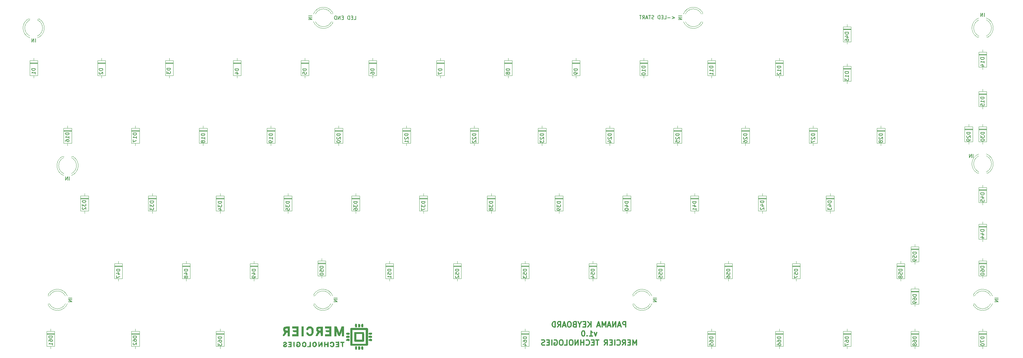
<source format=gbr>
%TF.GenerationSoftware,KiCad,Pcbnew,(5.1.6)-1*%
%TF.CreationDate,2020-08-08T01:29:47-04:00*%
%TF.ProjectId,panama-keyboard,70616e61-6d61-42d6-9b65-79626f617264,w1*%
%TF.SameCoordinates,Original*%
%TF.FileFunction,Legend,Bot*%
%TF.FilePolarity,Positive*%
%FSLAX46Y46*%
G04 Gerber Fmt 4.6, Leading zero omitted, Abs format (unit mm)*
G04 Created by KiCad (PCBNEW (5.1.6)-1) date 2020-08-08 01:29:47*
%MOMM*%
%LPD*%
G01*
G04 APERTURE LIST*
%ADD10C,0.300000*%
%ADD11C,0.150000*%
%ADD12C,0.010000*%
%ADD13C,0.120000*%
G04 APERTURE END LIST*
D10*
X337056714Y-242603571D02*
X337056714Y-241103571D01*
X336485285Y-241103571D01*
X336342428Y-241175000D01*
X336271000Y-241246428D01*
X336199571Y-241389285D01*
X336199571Y-241603571D01*
X336271000Y-241746428D01*
X336342428Y-241817857D01*
X336485285Y-241889285D01*
X337056714Y-241889285D01*
X335628142Y-242175000D02*
X334913857Y-242175000D01*
X335771000Y-242603571D02*
X335271000Y-241103571D01*
X334771000Y-242603571D01*
X334271000Y-242603571D02*
X334271000Y-241103571D01*
X333413857Y-242603571D01*
X333413857Y-241103571D01*
X332771000Y-242175000D02*
X332056714Y-242175000D01*
X332913857Y-242603571D02*
X332413857Y-241103571D01*
X331913857Y-242603571D01*
X331413857Y-242603571D02*
X331413857Y-241103571D01*
X330913857Y-242175000D01*
X330413857Y-241103571D01*
X330413857Y-242603571D01*
X329771000Y-242175000D02*
X329056714Y-242175000D01*
X329913857Y-242603571D02*
X329413857Y-241103571D01*
X328913857Y-242603571D01*
X327271000Y-242603571D02*
X327271000Y-241103571D01*
X326413857Y-242603571D02*
X327056714Y-241746428D01*
X326413857Y-241103571D02*
X327271000Y-241960714D01*
X325771000Y-241817857D02*
X325271000Y-241817857D01*
X325056714Y-242603571D02*
X325771000Y-242603571D01*
X325771000Y-241103571D01*
X325056714Y-241103571D01*
X324128142Y-241889285D02*
X324128142Y-242603571D01*
X324628142Y-241103571D02*
X324128142Y-241889285D01*
X323628142Y-241103571D01*
X322628142Y-241817857D02*
X322413857Y-241889285D01*
X322342428Y-241960714D01*
X322271000Y-242103571D01*
X322271000Y-242317857D01*
X322342428Y-242460714D01*
X322413857Y-242532142D01*
X322556714Y-242603571D01*
X323128142Y-242603571D01*
X323128142Y-241103571D01*
X322628142Y-241103571D01*
X322485285Y-241175000D01*
X322413857Y-241246428D01*
X322342428Y-241389285D01*
X322342428Y-241532142D01*
X322413857Y-241675000D01*
X322485285Y-241746428D01*
X322628142Y-241817857D01*
X323128142Y-241817857D01*
X321342428Y-241103571D02*
X321056714Y-241103571D01*
X320913857Y-241175000D01*
X320771000Y-241317857D01*
X320699571Y-241603571D01*
X320699571Y-242103571D01*
X320771000Y-242389285D01*
X320913857Y-242532142D01*
X321056714Y-242603571D01*
X321342428Y-242603571D01*
X321485285Y-242532142D01*
X321628142Y-242389285D01*
X321699571Y-242103571D01*
X321699571Y-241603571D01*
X321628142Y-241317857D01*
X321485285Y-241175000D01*
X321342428Y-241103571D01*
X320128142Y-242175000D02*
X319413857Y-242175000D01*
X320271000Y-242603571D02*
X319771000Y-241103571D01*
X319271000Y-242603571D01*
X317913857Y-242603571D02*
X318413857Y-241889285D01*
X318771000Y-242603571D02*
X318771000Y-241103571D01*
X318199571Y-241103571D01*
X318056714Y-241175000D01*
X317985285Y-241246428D01*
X317913857Y-241389285D01*
X317913857Y-241603571D01*
X317985285Y-241746428D01*
X318056714Y-241817857D01*
X318199571Y-241889285D01*
X318771000Y-241889285D01*
X317271000Y-242603571D02*
X317271000Y-241103571D01*
X316913857Y-241103571D01*
X316699571Y-241175000D01*
X316556714Y-241317857D01*
X316485285Y-241460714D01*
X316413857Y-241746428D01*
X316413857Y-241960714D01*
X316485285Y-242246428D01*
X316556714Y-242389285D01*
X316699571Y-242532142D01*
X316913857Y-242603571D01*
X317271000Y-242603571D01*
X328913857Y-244153571D02*
X328556714Y-245153571D01*
X328199571Y-244153571D01*
X326842428Y-245153571D02*
X327699571Y-245153571D01*
X327271000Y-245153571D02*
X327271000Y-243653571D01*
X327413857Y-243867857D01*
X327556714Y-244010714D01*
X327699571Y-244082142D01*
X326199571Y-245010714D02*
X326128142Y-245082142D01*
X326199571Y-245153571D01*
X326271000Y-245082142D01*
X326199571Y-245010714D01*
X326199571Y-245153571D01*
X325199571Y-243653571D02*
X325056714Y-243653571D01*
X324913857Y-243725000D01*
X324842428Y-243796428D01*
X324771000Y-243939285D01*
X324699571Y-244225000D01*
X324699571Y-244582142D01*
X324771000Y-244867857D01*
X324842428Y-245010714D01*
X324913857Y-245082142D01*
X325056714Y-245153571D01*
X325199571Y-245153571D01*
X325342428Y-245082142D01*
X325413857Y-245010714D01*
X325485285Y-244867857D01*
X325556714Y-244582142D01*
X325556714Y-244225000D01*
X325485285Y-243939285D01*
X325413857Y-243796428D01*
X325342428Y-243725000D01*
X325199571Y-243653571D01*
X340056714Y-247703571D02*
X340056714Y-246203571D01*
X339556714Y-247275000D01*
X339056714Y-246203571D01*
X339056714Y-247703571D01*
X338342428Y-246917857D02*
X337842428Y-246917857D01*
X337628142Y-247703571D02*
X338342428Y-247703571D01*
X338342428Y-246203571D01*
X337628142Y-246203571D01*
X336128142Y-247703571D02*
X336628142Y-246989285D01*
X336985285Y-247703571D02*
X336985285Y-246203571D01*
X336413857Y-246203571D01*
X336271000Y-246275000D01*
X336199571Y-246346428D01*
X336128142Y-246489285D01*
X336128142Y-246703571D01*
X336199571Y-246846428D01*
X336271000Y-246917857D01*
X336413857Y-246989285D01*
X336985285Y-246989285D01*
X334628142Y-247560714D02*
X334699571Y-247632142D01*
X334913857Y-247703571D01*
X335056714Y-247703571D01*
X335271000Y-247632142D01*
X335413857Y-247489285D01*
X335485285Y-247346428D01*
X335556714Y-247060714D01*
X335556714Y-246846428D01*
X335485285Y-246560714D01*
X335413857Y-246417857D01*
X335271000Y-246275000D01*
X335056714Y-246203571D01*
X334913857Y-246203571D01*
X334699571Y-246275000D01*
X334628142Y-246346428D01*
X333985285Y-247703571D02*
X333985285Y-246203571D01*
X333271000Y-246917857D02*
X332771000Y-246917857D01*
X332556714Y-247703571D02*
X333271000Y-247703571D01*
X333271000Y-246203571D01*
X332556714Y-246203571D01*
X331056714Y-247703571D02*
X331556714Y-246989285D01*
X331913857Y-247703571D02*
X331913857Y-246203571D01*
X331342428Y-246203571D01*
X331199571Y-246275000D01*
X331128142Y-246346428D01*
X331056714Y-246489285D01*
X331056714Y-246703571D01*
X331128142Y-246846428D01*
X331199571Y-246917857D01*
X331342428Y-246989285D01*
X331913857Y-246989285D01*
X329485285Y-246203571D02*
X328628142Y-246203571D01*
X329056714Y-247703571D02*
X329056714Y-246203571D01*
X328128142Y-246917857D02*
X327628142Y-246917857D01*
X327413857Y-247703571D02*
X328128142Y-247703571D01*
X328128142Y-246203571D01*
X327413857Y-246203571D01*
X325913857Y-247560714D02*
X325985285Y-247632142D01*
X326199571Y-247703571D01*
X326342428Y-247703571D01*
X326556714Y-247632142D01*
X326699571Y-247489285D01*
X326771000Y-247346428D01*
X326842428Y-247060714D01*
X326842428Y-246846428D01*
X326771000Y-246560714D01*
X326699571Y-246417857D01*
X326556714Y-246275000D01*
X326342428Y-246203571D01*
X326199571Y-246203571D01*
X325985285Y-246275000D01*
X325913857Y-246346428D01*
X325271000Y-247703571D02*
X325271000Y-246203571D01*
X325271000Y-246917857D02*
X324413857Y-246917857D01*
X324413857Y-247703571D02*
X324413857Y-246203571D01*
X323699571Y-247703571D02*
X323699571Y-246203571D01*
X322842428Y-247703571D01*
X322842428Y-246203571D01*
X321842428Y-246203571D02*
X321556714Y-246203571D01*
X321413857Y-246275000D01*
X321271000Y-246417857D01*
X321199571Y-246703571D01*
X321199571Y-247203571D01*
X321271000Y-247489285D01*
X321413857Y-247632142D01*
X321556714Y-247703571D01*
X321842428Y-247703571D01*
X321985285Y-247632142D01*
X322128142Y-247489285D01*
X322199571Y-247203571D01*
X322199571Y-246703571D01*
X322128142Y-246417857D01*
X321985285Y-246275000D01*
X321842428Y-246203571D01*
X319842428Y-247703571D02*
X320556714Y-247703571D01*
X320556714Y-246203571D01*
X319056714Y-246203571D02*
X318771000Y-246203571D01*
X318628142Y-246275000D01*
X318485285Y-246417857D01*
X318413857Y-246703571D01*
X318413857Y-247203571D01*
X318485285Y-247489285D01*
X318628142Y-247632142D01*
X318771000Y-247703571D01*
X319056714Y-247703571D01*
X319199571Y-247632142D01*
X319342428Y-247489285D01*
X319413857Y-247203571D01*
X319413857Y-246703571D01*
X319342428Y-246417857D01*
X319199571Y-246275000D01*
X319056714Y-246203571D01*
X316985285Y-246275000D02*
X317128142Y-246203571D01*
X317342428Y-246203571D01*
X317556714Y-246275000D01*
X317699571Y-246417857D01*
X317771000Y-246560714D01*
X317842428Y-246846428D01*
X317842428Y-247060714D01*
X317771000Y-247346428D01*
X317699571Y-247489285D01*
X317556714Y-247632142D01*
X317342428Y-247703571D01*
X317199571Y-247703571D01*
X316985285Y-247632142D01*
X316913857Y-247560714D01*
X316913857Y-247060714D01*
X317199571Y-247060714D01*
X316271000Y-247703571D02*
X316271000Y-246203571D01*
X315556714Y-246917857D02*
X315056714Y-246917857D01*
X314842428Y-247703571D02*
X315556714Y-247703571D01*
X315556714Y-246203571D01*
X314842428Y-246203571D01*
X314271000Y-247632142D02*
X314056714Y-247703571D01*
X313699571Y-247703571D01*
X313556714Y-247632142D01*
X313485285Y-247560714D01*
X313413857Y-247417857D01*
X313413857Y-247275000D01*
X313485285Y-247132142D01*
X313556714Y-247060714D01*
X313699571Y-246989285D01*
X313985285Y-246917857D01*
X314128142Y-246846428D01*
X314199571Y-246775000D01*
X314271000Y-246632142D01*
X314271000Y-246489285D01*
X314199571Y-246346428D01*
X314128142Y-246275000D01*
X313985285Y-246203571D01*
X313628142Y-246203571D01*
X313413857Y-246275000D01*
D11*
X260691000Y-156027380D02*
X261167190Y-156027380D01*
X261167190Y-155027380D01*
X260357666Y-155503571D02*
X260024333Y-155503571D01*
X259881476Y-156027380D02*
X260357666Y-156027380D01*
X260357666Y-155027380D01*
X259881476Y-155027380D01*
X259452904Y-156027380D02*
X259452904Y-155027380D01*
X259214809Y-155027380D01*
X259071952Y-155075000D01*
X258976714Y-155170238D01*
X258929095Y-155265476D01*
X258881476Y-155455952D01*
X258881476Y-155598809D01*
X258929095Y-155789285D01*
X258976714Y-155884523D01*
X259071952Y-155979761D01*
X259214809Y-156027380D01*
X259452904Y-156027380D01*
X257691000Y-155503571D02*
X257357666Y-155503571D01*
X257214809Y-156027380D02*
X257691000Y-156027380D01*
X257691000Y-155027380D01*
X257214809Y-155027380D01*
X256786238Y-156027380D02*
X256786238Y-155027380D01*
X256214809Y-156027380D01*
X256214809Y-155027380D01*
X255738619Y-156027380D02*
X255738619Y-155027380D01*
X255500523Y-155027380D01*
X255357666Y-155075000D01*
X255262428Y-155170238D01*
X255214809Y-155265476D01*
X255167190Y-155455952D01*
X255167190Y-155598809D01*
X255214809Y-155789285D01*
X255262428Y-155884523D01*
X255357666Y-155979761D01*
X255500523Y-156027380D01*
X255738619Y-156027380D01*
X350090857Y-155233714D02*
X350852761Y-155519428D01*
X350090857Y-155805142D01*
X349614666Y-155519428D02*
X348852761Y-155519428D01*
X347900380Y-155900380D02*
X348376571Y-155900380D01*
X348376571Y-154900380D01*
X347567047Y-155376571D02*
X347233714Y-155376571D01*
X347090857Y-155900380D02*
X347567047Y-155900380D01*
X347567047Y-154900380D01*
X347090857Y-154900380D01*
X346662285Y-155900380D02*
X346662285Y-154900380D01*
X346424190Y-154900380D01*
X346281333Y-154948000D01*
X346186095Y-155043238D01*
X346138476Y-155138476D01*
X346090857Y-155328952D01*
X346090857Y-155471809D01*
X346138476Y-155662285D01*
X346186095Y-155757523D01*
X346281333Y-155852761D01*
X346424190Y-155900380D01*
X346662285Y-155900380D01*
X344948000Y-155852761D02*
X344805142Y-155900380D01*
X344567047Y-155900380D01*
X344471809Y-155852761D01*
X344424190Y-155805142D01*
X344376571Y-155709904D01*
X344376571Y-155614666D01*
X344424190Y-155519428D01*
X344471809Y-155471809D01*
X344567047Y-155424190D01*
X344757523Y-155376571D01*
X344852761Y-155328952D01*
X344900380Y-155281333D01*
X344948000Y-155186095D01*
X344948000Y-155090857D01*
X344900380Y-154995619D01*
X344852761Y-154948000D01*
X344757523Y-154900380D01*
X344519428Y-154900380D01*
X344376571Y-154948000D01*
X344090857Y-154900380D02*
X343519428Y-154900380D01*
X343805142Y-155900380D02*
X343805142Y-154900380D01*
X343233714Y-155614666D02*
X342757523Y-155614666D01*
X343328952Y-155900380D02*
X342995619Y-154900380D01*
X342662285Y-155900380D01*
X341757523Y-155900380D02*
X342090857Y-155424190D01*
X342328952Y-155900380D02*
X342328952Y-154900380D01*
X341948000Y-154900380D01*
X341852761Y-154948000D01*
X341805142Y-154995619D01*
X341757523Y-155090857D01*
X341757523Y-155233714D01*
X341805142Y-155328952D01*
X341852761Y-155376571D01*
X341948000Y-155424190D01*
X342328952Y-155424190D01*
X341471809Y-154900380D02*
X340900380Y-154900380D01*
X341186095Y-155900380D02*
X341186095Y-154900380D01*
X352877380Y-155051190D02*
X351877380Y-155051190D01*
X352877380Y-155527380D02*
X351877380Y-155527380D01*
X352877380Y-156098809D01*
X351877380Y-156098809D01*
X248896130Y-155051190D02*
X247896130Y-155051190D01*
X248896130Y-155527380D02*
X247896130Y-155527380D01*
X248896130Y-156098809D01*
X247896130Y-156098809D01*
X181427380Y-234426190D02*
X180427380Y-234426190D01*
X181427380Y-234902380D02*
X180427380Y-234902380D01*
X181427380Y-235473809D01*
X180427380Y-235473809D01*
X256039880Y-234426190D02*
X255039880Y-234426190D01*
X256039880Y-234902380D02*
X255039880Y-234902380D01*
X256039880Y-235473809D01*
X255039880Y-235473809D01*
X345733630Y-234426190D02*
X344733630Y-234426190D01*
X345733630Y-234902380D02*
X344733630Y-234902380D01*
X345733630Y-235473809D01*
X344733630Y-235473809D01*
X441777380Y-234426190D02*
X440777380Y-234426190D01*
X441777380Y-234902380D02*
X440777380Y-234902380D01*
X441777380Y-235473809D01*
X440777380Y-235473809D01*
X434705059Y-194921130D02*
X434705059Y-193921130D01*
X434228869Y-194921130D02*
X434228869Y-193921130D01*
X433657440Y-194921130D01*
X433657440Y-193921130D01*
X437880059Y-155233630D02*
X437880059Y-154233630D01*
X437403869Y-155233630D02*
X437403869Y-154233630D01*
X436832440Y-155233630D01*
X436832440Y-154233630D01*
X180705059Y-201271130D02*
X180705059Y-200271130D01*
X180228869Y-201271130D02*
X180228869Y-200271130D01*
X179657440Y-201271130D01*
X179657440Y-200271130D01*
X171180059Y-162377380D02*
X171180059Y-161377380D01*
X170703869Y-162377380D02*
X170703869Y-161377380D01*
X170132440Y-162377380D01*
X170132440Y-161377380D01*
D12*
%TO.C,G\u002A\u002A\u002A*%
G36*
X260783917Y-246611355D02*
G01*
X261044127Y-246638553D01*
X261161131Y-246646210D01*
X261339694Y-246652193D01*
X261565186Y-246656525D01*
X261822976Y-246659233D01*
X262098435Y-246660339D01*
X262376932Y-246659868D01*
X262643839Y-246657846D01*
X262884524Y-246654296D01*
X263084358Y-246649242D01*
X263228712Y-246642710D01*
X263302750Y-246634775D01*
X263387460Y-246595454D01*
X263418519Y-246565603D01*
X263428658Y-246508420D01*
X263436833Y-246380360D01*
X263443013Y-246195190D01*
X263447167Y-245966677D01*
X263449263Y-245708590D01*
X263449272Y-245434695D01*
X263447162Y-245158759D01*
X263442902Y-244894550D01*
X263436461Y-244655835D01*
X263428158Y-244464417D01*
X262942917Y-244464417D01*
X262942917Y-246157750D01*
X261249583Y-246157750D01*
X261249583Y-244464417D01*
X262942917Y-244464417D01*
X263428158Y-244464417D01*
X263427809Y-244456383D01*
X263423411Y-244386253D01*
X263395905Y-243998750D01*
X260783917Y-243998750D01*
X260783917Y-246611355D01*
G37*
X260783917Y-246611355D02*
X261044127Y-246638553D01*
X261161131Y-246646210D01*
X261339694Y-246652193D01*
X261565186Y-246656525D01*
X261822976Y-246659233D01*
X262098435Y-246660339D01*
X262376932Y-246659868D01*
X262643839Y-246657846D01*
X262884524Y-246654296D01*
X263084358Y-246649242D01*
X263228712Y-246642710D01*
X263302750Y-246634775D01*
X263387460Y-246595454D01*
X263418519Y-246565603D01*
X263428658Y-246508420D01*
X263436833Y-246380360D01*
X263443013Y-246195190D01*
X263447167Y-245966677D01*
X263449263Y-245708590D01*
X263449272Y-245434695D01*
X263447162Y-245158759D01*
X263442902Y-244894550D01*
X263436461Y-244655835D01*
X263428158Y-244464417D01*
X262942917Y-244464417D01*
X262942917Y-246157750D01*
X261249583Y-246157750D01*
X261249583Y-244464417D01*
X262942917Y-244464417D01*
X263428158Y-244464417D01*
X263427809Y-244456383D01*
X263423411Y-244386253D01*
X263395905Y-243998750D01*
X260783917Y-243998750D01*
X260783917Y-246611355D01*
G36*
X261118652Y-241692831D02*
G01*
X261040461Y-241759505D01*
X260988059Y-241891641D01*
X260965105Y-242072977D01*
X260975258Y-242287253D01*
X260978843Y-242314184D01*
X261016750Y-242580583D01*
X261212348Y-242593262D01*
X261334351Y-242596120D01*
X261397900Y-242577525D01*
X261428389Y-242527777D01*
X261434020Y-242508595D01*
X261451013Y-242392543D01*
X261458786Y-242229903D01*
X261457231Y-242057388D01*
X261446242Y-241911707D01*
X261435918Y-241855494D01*
X261373610Y-241764660D01*
X261264503Y-241702040D01*
X261145980Y-241686801D01*
X261118652Y-241692831D01*
G37*
X261118652Y-241692831D02*
X261040461Y-241759505D01*
X260988059Y-241891641D01*
X260965105Y-242072977D01*
X260975258Y-242287253D01*
X260978843Y-242314184D01*
X261016750Y-242580583D01*
X261212348Y-242593262D01*
X261334351Y-242596120D01*
X261397900Y-242577525D01*
X261428389Y-242527777D01*
X261434020Y-242508595D01*
X261451013Y-242392543D01*
X261458786Y-242229903D01*
X261457231Y-242057388D01*
X261446242Y-241911707D01*
X261435918Y-241855494D01*
X261373610Y-241764660D01*
X261264503Y-241702040D01*
X261145980Y-241686801D01*
X261118652Y-241692831D01*
G36*
X261946819Y-241729389D02*
G01*
X261893050Y-241763550D01*
X261866629Y-241832393D01*
X261849859Y-241959017D01*
X261842983Y-242117060D01*
X261846244Y-242280160D01*
X261859887Y-242421956D01*
X261884154Y-242516084D01*
X261886073Y-242519866D01*
X261960329Y-242579756D01*
X262075930Y-242602129D01*
X262197590Y-242585466D01*
X262282063Y-242536889D01*
X262352464Y-242414279D01*
X262383783Y-242245793D01*
X262375935Y-242060705D01*
X262328838Y-241888290D01*
X262284143Y-241806541D01*
X262192954Y-241738363D01*
X262067555Y-241711221D01*
X261946819Y-241729389D01*
G37*
X261946819Y-241729389D02*
X261893050Y-241763550D01*
X261866629Y-241832393D01*
X261849859Y-241959017D01*
X261842983Y-242117060D01*
X261846244Y-242280160D01*
X261859887Y-242421956D01*
X261884154Y-242516084D01*
X261886073Y-242519866D01*
X261960329Y-242579756D01*
X262075930Y-242602129D01*
X262197590Y-242585466D01*
X262282063Y-242536889D01*
X262352464Y-242414279D01*
X262383783Y-242245793D01*
X262375935Y-242060705D01*
X262328838Y-241888290D01*
X262284143Y-241806541D01*
X262192954Y-241738363D01*
X262067555Y-241711221D01*
X261946819Y-241729389D01*
G36*
X262866477Y-241709072D02*
G01*
X262790648Y-241811114D01*
X262732972Y-241955655D01*
X262698454Y-242121806D01*
X262692100Y-242288679D01*
X262718915Y-242435387D01*
X262754817Y-242507664D01*
X262843321Y-242572924D01*
X262969700Y-242602649D01*
X263097811Y-242594111D01*
X263191514Y-242544585D01*
X263194757Y-242540852D01*
X263222906Y-242463537D01*
X263239897Y-242331840D01*
X263244719Y-242175437D01*
X263236362Y-242024004D01*
X263216100Y-241914372D01*
X263142202Y-241771043D01*
X263033796Y-241686461D01*
X262955453Y-241670417D01*
X262866477Y-241709072D01*
G37*
X262866477Y-241709072D02*
X262790648Y-241811114D01*
X262732972Y-241955655D01*
X262698454Y-242121806D01*
X262692100Y-242288679D01*
X262718915Y-242435387D01*
X262754817Y-242507664D01*
X262843321Y-242572924D01*
X262969700Y-242602649D01*
X263097811Y-242594111D01*
X263191514Y-242544585D01*
X263194757Y-242540852D01*
X263222906Y-242463537D01*
X263239897Y-242331840D01*
X263244719Y-242175437D01*
X263236362Y-242024004D01*
X263216100Y-241914372D01*
X263142202Y-241771043D01*
X263033796Y-241686461D01*
X262955453Y-241670417D01*
X262866477Y-241709072D01*
G36*
X258807074Y-244218632D02*
G01*
X258660493Y-244237921D01*
X258592295Y-244255708D01*
X258494325Y-244305706D01*
X258438443Y-244363408D01*
X258437963Y-244364608D01*
X258439555Y-244465952D01*
X258503246Y-244566104D01*
X258609080Y-244635776D01*
X258721634Y-244660188D01*
X258877546Y-244672185D01*
X259046409Y-244672001D01*
X259197817Y-244659872D01*
X259301361Y-244636030D01*
X259312833Y-244630359D01*
X259365773Y-244557464D01*
X259386701Y-244443968D01*
X259373172Y-244328605D01*
X259336117Y-244261217D01*
X259264561Y-244232996D01*
X259135164Y-244216363D01*
X258973983Y-244211510D01*
X258807074Y-244218632D01*
G37*
X258807074Y-244218632D02*
X258660493Y-244237921D01*
X258592295Y-244255708D01*
X258494325Y-244305706D01*
X258438443Y-244363408D01*
X258437963Y-244364608D01*
X258439555Y-244465952D01*
X258503246Y-244566104D01*
X258609080Y-244635776D01*
X258721634Y-244660188D01*
X258877546Y-244672185D01*
X259046409Y-244672001D01*
X259197817Y-244659872D01*
X259301361Y-244636030D01*
X259312833Y-244630359D01*
X259365773Y-244557464D01*
X259386701Y-244443968D01*
X259373172Y-244328605D01*
X259336117Y-244261217D01*
X259264561Y-244232996D01*
X259135164Y-244216363D01*
X258973983Y-244211510D01*
X258807074Y-244218632D01*
G36*
X265195394Y-244215265D02*
G01*
X265029626Y-244230059D01*
X264905022Y-244254195D01*
X264894254Y-244257697D01*
X264801585Y-244301242D01*
X264769639Y-244362828D01*
X264771520Y-244436649D01*
X264815932Y-244562066D01*
X264890250Y-244621577D01*
X264995897Y-244651300D01*
X265149887Y-244668446D01*
X265321740Y-244672650D01*
X265480978Y-244663545D01*
X265597124Y-244640765D01*
X265620500Y-244630359D01*
X265672325Y-244561218D01*
X265695713Y-244453132D01*
X265690053Y-244340067D01*
X265654728Y-244255988D01*
X265627621Y-244236112D01*
X265525598Y-244217373D01*
X265371120Y-244210730D01*
X265195394Y-244215265D01*
G37*
X265195394Y-244215265D02*
X265029626Y-244230059D01*
X264905022Y-244254195D01*
X264894254Y-244257697D01*
X264801585Y-244301242D01*
X264769639Y-244362828D01*
X264771520Y-244436649D01*
X264815932Y-244562066D01*
X264890250Y-244621577D01*
X264995897Y-244651300D01*
X265149887Y-244668446D01*
X265321740Y-244672650D01*
X265480978Y-244663545D01*
X265597124Y-244640765D01*
X265620500Y-244630359D01*
X265672325Y-244561218D01*
X265695713Y-244453132D01*
X265690053Y-244340067D01*
X265654728Y-244255988D01*
X265627621Y-244236112D01*
X265525598Y-244217373D01*
X265371120Y-244210730D01*
X265195394Y-244215265D01*
G36*
X250918002Y-242477946D02*
G01*
X250693724Y-242490183D01*
X250525165Y-242515429D01*
X250397929Y-242557654D01*
X250297619Y-242620830D01*
X250209835Y-242708924D01*
X250166444Y-242763162D01*
X250109447Y-242846268D01*
X250075312Y-242928059D01*
X250058316Y-243033884D01*
X250052735Y-243189095D01*
X250052417Y-243268242D01*
X250052417Y-243623826D01*
X250408703Y-243956166D01*
X250156476Y-244436383D01*
X250060847Y-244623885D01*
X249981862Y-244789098D01*
X249927182Y-244915236D01*
X249904469Y-244985517D01*
X249904250Y-244988954D01*
X249916610Y-245029694D01*
X249966286Y-245049109D01*
X250072176Y-245051831D01*
X250147667Y-245048612D01*
X250391083Y-245035917D01*
X250607813Y-244643184D01*
X250730210Y-244425815D01*
X250824783Y-244272885D01*
X250901937Y-244173286D01*
X250972079Y-244115913D01*
X251045614Y-244089658D01*
X251132266Y-244083417D01*
X251288827Y-244083417D01*
X251316205Y-244407304D01*
X251329852Y-244590583D01*
X251339662Y-244763971D01*
X251343578Y-244890923D01*
X251343583Y-244894137D01*
X251343583Y-245057083D01*
X251569361Y-245057083D01*
X251701108Y-245052176D01*
X251795608Y-245039585D01*
X251823361Y-245028861D01*
X251830467Y-244980954D01*
X251836917Y-244859068D01*
X251842476Y-244673893D01*
X251846913Y-244436114D01*
X251849992Y-244156421D01*
X251851481Y-243845501D01*
X251851583Y-243737694D01*
X251851583Y-242898083D01*
X251301250Y-242898083D01*
X251301250Y-243665271D01*
X251100167Y-243635740D01*
X250954622Y-243609334D01*
X250827465Y-243578015D01*
X250793250Y-243566827D01*
X250663293Y-243495753D01*
X250558061Y-243398397D01*
X250501105Y-243298431D01*
X250496917Y-243268921D01*
X250535062Y-243117468D01*
X250644337Y-243001846D01*
X250817003Y-242927095D01*
X251045321Y-242898256D01*
X251066315Y-242898083D01*
X251301250Y-242898083D01*
X251851583Y-242898083D01*
X251851583Y-242474750D01*
X251212398Y-242474750D01*
X250918002Y-242477946D01*
G37*
X250918002Y-242477946D02*
X250693724Y-242490183D01*
X250525165Y-242515429D01*
X250397929Y-242557654D01*
X250297619Y-242620830D01*
X250209835Y-242708924D01*
X250166444Y-242763162D01*
X250109447Y-242846268D01*
X250075312Y-242928059D01*
X250058316Y-243033884D01*
X250052735Y-243189095D01*
X250052417Y-243268242D01*
X250052417Y-243623826D01*
X250408703Y-243956166D01*
X250156476Y-244436383D01*
X250060847Y-244623885D01*
X249981862Y-244789098D01*
X249927182Y-244915236D01*
X249904469Y-244985517D01*
X249904250Y-244988954D01*
X249916610Y-245029694D01*
X249966286Y-245049109D01*
X250072176Y-245051831D01*
X250147667Y-245048612D01*
X250391083Y-245035917D01*
X250607813Y-244643184D01*
X250730210Y-244425815D01*
X250824783Y-244272885D01*
X250901937Y-244173286D01*
X250972079Y-244115913D01*
X251045614Y-244089658D01*
X251132266Y-244083417D01*
X251288827Y-244083417D01*
X251316205Y-244407304D01*
X251329852Y-244590583D01*
X251339662Y-244763971D01*
X251343578Y-244890923D01*
X251343583Y-244894137D01*
X251343583Y-245057083D01*
X251569361Y-245057083D01*
X251701108Y-245052176D01*
X251795608Y-245039585D01*
X251823361Y-245028861D01*
X251830467Y-244980954D01*
X251836917Y-244859068D01*
X251842476Y-244673893D01*
X251846913Y-244436114D01*
X251849992Y-244156421D01*
X251851481Y-243845501D01*
X251851583Y-243737694D01*
X251851583Y-242898083D01*
X251301250Y-242898083D01*
X251301250Y-243665271D01*
X251100167Y-243635740D01*
X250954622Y-243609334D01*
X250827465Y-243578015D01*
X250793250Y-243566827D01*
X250663293Y-243495753D01*
X250558061Y-243398397D01*
X250501105Y-243298431D01*
X250496917Y-243268921D01*
X250535062Y-243117468D01*
X250644337Y-243001846D01*
X250817003Y-242927095D01*
X251045321Y-242898256D01*
X251066315Y-242898083D01*
X251301250Y-242898083D01*
X251851583Y-242898083D01*
X251851583Y-242474750D01*
X251212398Y-242474750D01*
X250918002Y-242477946D01*
G36*
X241962841Y-242444506D02*
G01*
X241708678Y-242456444D01*
X241521560Y-242470244D01*
X241383868Y-242488565D01*
X241277986Y-242514065D01*
X241186295Y-242549403D01*
X241148635Y-242567392D01*
X240953715Y-242706810D01*
X240822149Y-242890862D01*
X240755919Y-243105856D01*
X240757005Y-243338102D01*
X240827390Y-243573908D01*
X240969053Y-243799584D01*
X240970140Y-243800902D01*
X241134094Y-243999309D01*
X240904839Y-244417402D01*
X240783209Y-244650470D01*
X240709036Y-244823240D01*
X240680653Y-244944373D01*
X240696391Y-245022529D01*
X240754585Y-245066369D01*
X240778479Y-245073730D01*
X240926503Y-245073582D01*
X241074701Y-244996994D01*
X241225516Y-244841754D01*
X241381390Y-244605650D01*
X241464130Y-244452387D01*
X241568030Y-244270819D01*
X241665545Y-244157662D01*
X241772494Y-244099626D01*
X241903250Y-244083417D01*
X242072583Y-244083417D01*
X242072583Y-245099417D01*
X242580583Y-245099417D01*
X242580583Y-243665271D01*
X242072583Y-243665271D01*
X241871500Y-243638938D01*
X241702501Y-243607558D01*
X241532059Y-243562249D01*
X241493869Y-243549463D01*
X241353553Y-243477452D01*
X241280757Y-243380872D01*
X241277434Y-243371899D01*
X241261205Y-243218227D01*
X241319503Y-243086358D01*
X241443373Y-242983980D01*
X241623859Y-242918781D01*
X241829167Y-242898241D01*
X242072583Y-242898083D01*
X242072583Y-243665271D01*
X242580583Y-243665271D01*
X242580583Y-242419476D01*
X241962841Y-242444506D01*
G37*
X241962841Y-242444506D02*
X241708678Y-242456444D01*
X241521560Y-242470244D01*
X241383868Y-242488565D01*
X241277986Y-242514065D01*
X241186295Y-242549403D01*
X241148635Y-242567392D01*
X240953715Y-242706810D01*
X240822149Y-242890862D01*
X240755919Y-243105856D01*
X240757005Y-243338102D01*
X240827390Y-243573908D01*
X240969053Y-243799584D01*
X240970140Y-243800902D01*
X241134094Y-243999309D01*
X240904839Y-244417402D01*
X240783209Y-244650470D01*
X240709036Y-244823240D01*
X240680653Y-244944373D01*
X240696391Y-245022529D01*
X240754585Y-245066369D01*
X240778479Y-245073730D01*
X240926503Y-245073582D01*
X241074701Y-244996994D01*
X241225516Y-244841754D01*
X241381390Y-244605650D01*
X241464130Y-244452387D01*
X241568030Y-244270819D01*
X241665545Y-244157662D01*
X241772494Y-244099626D01*
X241903250Y-244083417D01*
X242072583Y-244083417D01*
X242072583Y-245099417D01*
X242580583Y-245099417D01*
X242580583Y-243665271D01*
X242072583Y-243665271D01*
X241871500Y-243638938D01*
X241702501Y-243607558D01*
X241532059Y-243562249D01*
X241493869Y-243549463D01*
X241353553Y-243477452D01*
X241280757Y-243380872D01*
X241277434Y-243371899D01*
X241261205Y-243218227D01*
X241319503Y-243086358D01*
X241443373Y-242983980D01*
X241623859Y-242918781D01*
X241829167Y-242898241D01*
X242072583Y-242898083D01*
X242072583Y-243665271D01*
X242580583Y-243665271D01*
X242580583Y-242419476D01*
X241962841Y-242444506D01*
G36*
X243342583Y-242898083D02*
G01*
X244527917Y-242898083D01*
X244527917Y-243490750D01*
X243469583Y-243490750D01*
X243469583Y-243620533D01*
X243474837Y-243733501D01*
X243499403Y-243812644D01*
X243556487Y-243865264D01*
X243659296Y-243898664D01*
X243821036Y-243920145D01*
X244040312Y-243936101D01*
X244527917Y-243966568D01*
X244527917Y-244591417D01*
X243342583Y-244591417D01*
X243342583Y-245099417D01*
X245035917Y-245099417D01*
X245035917Y-242432417D01*
X243342583Y-242432417D01*
X243342583Y-242898083D01*
G37*
X243342583Y-242898083D02*
X244527917Y-242898083D01*
X244527917Y-243490750D01*
X243469583Y-243490750D01*
X243469583Y-243620533D01*
X243474837Y-243733501D01*
X243499403Y-243812644D01*
X243556487Y-243865264D01*
X243659296Y-243898664D01*
X243821036Y-243920145D01*
X244040312Y-243936101D01*
X244527917Y-243966568D01*
X244527917Y-244591417D01*
X243342583Y-244591417D01*
X243342583Y-245099417D01*
X245035917Y-245099417D01*
X245035917Y-242432417D01*
X243342583Y-242432417D01*
X243342583Y-242898083D01*
G36*
X245924917Y-245099417D02*
G01*
X246432917Y-245099417D01*
X246432917Y-242432417D01*
X245924917Y-242432417D01*
X245924917Y-245099417D01*
G37*
X245924917Y-245099417D02*
X246432917Y-245099417D01*
X246432917Y-242432417D01*
X245924917Y-242432417D01*
X245924917Y-245099417D01*
G36*
X247945667Y-242437762D02*
G01*
X247721267Y-242548525D01*
X247511391Y-242737295D01*
X247496599Y-242753887D01*
X247353684Y-242949823D01*
X247273855Y-243136267D01*
X247262654Y-243299465D01*
X247267578Y-243322415D01*
X247292337Y-243374428D01*
X247346286Y-243397844D01*
X247452913Y-243400134D01*
X247503724Y-243397523D01*
X247632150Y-243385526D01*
X247702986Y-243358533D01*
X247743301Y-243300547D01*
X247764336Y-243243528D01*
X247854784Y-243058957D01*
X247982767Y-242947015D01*
X248157858Y-242900416D01*
X248218143Y-242898083D01*
X248404053Y-242911985D01*
X248531858Y-242963101D01*
X248624911Y-243065552D01*
X248683750Y-243179591D01*
X248731892Y-243337474D01*
X248762398Y-243538093D01*
X248775192Y-243758040D01*
X248770197Y-243973909D01*
X248747340Y-244162291D01*
X248706545Y-244299779D01*
X248687467Y-244332288D01*
X248579557Y-244447682D01*
X248446826Y-244548631D01*
X248317360Y-244616257D01*
X248239026Y-244633750D01*
X248114239Y-244599227D01*
X247978840Y-244509651D01*
X247859451Y-244386006D01*
X247797376Y-244285592D01*
X247750096Y-244194339D01*
X247699482Y-244147371D01*
X247617306Y-244129804D01*
X247496328Y-244126842D01*
X247268572Y-244125750D01*
X247289655Y-244312792D01*
X247356067Y-244550137D01*
X247490315Y-244751783D01*
X247680350Y-244910073D01*
X247914120Y-245017352D01*
X248179576Y-245065963D01*
X248451099Y-245050665D01*
X248716513Y-244971591D01*
X248928146Y-244833471D01*
X249087549Y-244633830D01*
X249196271Y-244370194D01*
X249255864Y-244040090D01*
X249269250Y-243744750D01*
X249258088Y-243432953D01*
X249220811Y-243185368D01*
X249151732Y-242984041D01*
X249045163Y-242811017D01*
X248933731Y-242685532D01*
X248800064Y-242563763D01*
X248680364Y-242490056D01*
X248538779Y-242444012D01*
X248490504Y-242433334D01*
X248197707Y-242400775D01*
X247945667Y-242437762D01*
G37*
X247945667Y-242437762D02*
X247721267Y-242548525D01*
X247511391Y-242737295D01*
X247496599Y-242753887D01*
X247353684Y-242949823D01*
X247273855Y-243136267D01*
X247262654Y-243299465D01*
X247267578Y-243322415D01*
X247292337Y-243374428D01*
X247346286Y-243397844D01*
X247452913Y-243400134D01*
X247503724Y-243397523D01*
X247632150Y-243385526D01*
X247702986Y-243358533D01*
X247743301Y-243300547D01*
X247764336Y-243243528D01*
X247854784Y-243058957D01*
X247982767Y-242947015D01*
X248157858Y-242900416D01*
X248218143Y-242898083D01*
X248404053Y-242911985D01*
X248531858Y-242963101D01*
X248624911Y-243065552D01*
X248683750Y-243179591D01*
X248731892Y-243337474D01*
X248762398Y-243538093D01*
X248775192Y-243758040D01*
X248770197Y-243973909D01*
X248747340Y-244162291D01*
X248706545Y-244299779D01*
X248687467Y-244332288D01*
X248579557Y-244447682D01*
X248446826Y-244548631D01*
X248317360Y-244616257D01*
X248239026Y-244633750D01*
X248114239Y-244599227D01*
X247978840Y-244509651D01*
X247859451Y-244386006D01*
X247797376Y-244285592D01*
X247750096Y-244194339D01*
X247699482Y-244147371D01*
X247617306Y-244129804D01*
X247496328Y-244126842D01*
X247268572Y-244125750D01*
X247289655Y-244312792D01*
X247356067Y-244550137D01*
X247490315Y-244751783D01*
X247680350Y-244910073D01*
X247914120Y-245017352D01*
X248179576Y-245065963D01*
X248451099Y-245050665D01*
X248716513Y-244971591D01*
X248928146Y-244833471D01*
X249087549Y-244633830D01*
X249196271Y-244370194D01*
X249255864Y-244040090D01*
X249269250Y-243744750D01*
X249258088Y-243432953D01*
X249220811Y-243185368D01*
X249151732Y-242984041D01*
X249045163Y-242811017D01*
X248933731Y-242685532D01*
X248800064Y-242563763D01*
X248680364Y-242490056D01*
X248538779Y-242444012D01*
X248490504Y-242433334D01*
X248197707Y-242400775D01*
X247945667Y-242437762D01*
G36*
X252571250Y-242898083D02*
G01*
X253756583Y-242898083D01*
X253756583Y-243490750D01*
X252687429Y-243490750D01*
X252715996Y-243669398D01*
X252744308Y-243786910D01*
X252780764Y-243865825D01*
X252793071Y-243878026D01*
X252853253Y-243892911D01*
X252978266Y-243909824D01*
X253148387Y-243926439D01*
X253299081Y-243937657D01*
X253756583Y-243967309D01*
X253756583Y-244591417D01*
X252571250Y-244591417D01*
X252571250Y-245099417D01*
X254264583Y-245099417D01*
X254264583Y-242432417D01*
X252571250Y-242432417D01*
X252571250Y-242898083D01*
G37*
X252571250Y-242898083D02*
X253756583Y-242898083D01*
X253756583Y-243490750D01*
X252687429Y-243490750D01*
X252715996Y-243669398D01*
X252744308Y-243786910D01*
X252780764Y-243865825D01*
X252793071Y-243878026D01*
X252853253Y-243892911D01*
X252978266Y-243909824D01*
X253148387Y-243926439D01*
X253299081Y-243937657D01*
X253756583Y-243967309D01*
X253756583Y-244591417D01*
X252571250Y-244591417D01*
X252571250Y-245099417D01*
X254264583Y-245099417D01*
X254264583Y-242432417D01*
X252571250Y-242432417D01*
X252571250Y-242898083D01*
G36*
X255153583Y-242432417D02*
G01*
X255153583Y-245099417D01*
X255648905Y-245099417D01*
X255676411Y-244711913D01*
X255689898Y-244478195D01*
X255700082Y-244219374D01*
X255704999Y-243986752D01*
X255705152Y-243960496D01*
X255706386Y-243596583D01*
X255959130Y-244210417D01*
X256051974Y-244430604D01*
X256140153Y-244630152D01*
X256216045Y-244792495D01*
X256272030Y-244901069D01*
X256290225Y-244930083D01*
X256396264Y-245022886D01*
X256515330Y-245050705D01*
X256619868Y-245009949D01*
X256688524Y-244923111D01*
X256780371Y-244758612D01*
X256893797Y-244519743D01*
X257027190Y-244209798D01*
X257104598Y-244019917D01*
X257291417Y-243554250D01*
X257302955Y-244326833D01*
X257314493Y-245099417D01*
X257820583Y-245099417D01*
X257820583Y-242432417D01*
X257202959Y-242432417D01*
X256847731Y-243348058D01*
X256492503Y-244263700D01*
X255774813Y-242432416D01*
X255464198Y-242432416D01*
X255153583Y-242432417D01*
G37*
X255153583Y-242432417D02*
X255153583Y-245099417D01*
X255648905Y-245099417D01*
X255676411Y-244711913D01*
X255689898Y-244478195D01*
X255700082Y-244219374D01*
X255704999Y-243986752D01*
X255705152Y-243960496D01*
X255706386Y-243596583D01*
X255959130Y-244210417D01*
X256051974Y-244430604D01*
X256140153Y-244630152D01*
X256216045Y-244792495D01*
X256272030Y-244901069D01*
X256290225Y-244930083D01*
X256396264Y-245022886D01*
X256515330Y-245050705D01*
X256619868Y-245009949D01*
X256688524Y-244923111D01*
X256780371Y-244758612D01*
X256893797Y-244519743D01*
X257027190Y-244209798D01*
X257104598Y-244019917D01*
X257291417Y-243554250D01*
X257302955Y-244326833D01*
X257314493Y-245099417D01*
X257820583Y-245099417D01*
X257820583Y-242432417D01*
X257202959Y-242432417D01*
X256847731Y-243348058D01*
X256492503Y-244263700D01*
X255774813Y-242432416D01*
X255464198Y-242432416D01*
X255153583Y-242432417D01*
G36*
X258879316Y-245063480D02*
G01*
X258685245Y-245077656D01*
X258560835Y-245104852D01*
X258491181Y-245153933D01*
X258461379Y-245233763D01*
X258456232Y-245315105D01*
X258492058Y-245447050D01*
X258601435Y-245537419D01*
X258784501Y-245586309D01*
X258869920Y-245593850D01*
X259023924Y-245593369D01*
X259158316Y-245578364D01*
X259216388Y-245562578D01*
X259330829Y-245490906D01*
X259380125Y-245386083D01*
X259386269Y-245307061D01*
X259366205Y-245190697D01*
X259297911Y-245113955D01*
X259171665Y-245072167D01*
X258977750Y-245060661D01*
X258879316Y-245063480D01*
G37*
X258879316Y-245063480D02*
X258685245Y-245077656D01*
X258560835Y-245104852D01*
X258491181Y-245153933D01*
X258461379Y-245233763D01*
X258456232Y-245315105D01*
X258492058Y-245447050D01*
X258601435Y-245537419D01*
X258784501Y-245586309D01*
X258869920Y-245593850D01*
X259023924Y-245593369D01*
X259158316Y-245578364D01*
X259216388Y-245562578D01*
X259330829Y-245490906D01*
X259380125Y-245386083D01*
X259386269Y-245307061D01*
X259366205Y-245190697D01*
X259297911Y-245113955D01*
X259171665Y-245072167D01*
X258977750Y-245060661D01*
X258879316Y-245063480D01*
G36*
X264991281Y-245064759D02*
G01*
X264918610Y-245086296D01*
X264862898Y-245127053D01*
X264852205Y-245137462D01*
X264775136Y-245260238D01*
X264774489Y-245384413D01*
X264849179Y-245490678D01*
X264872983Y-245508031D01*
X265016591Y-245565591D01*
X265202776Y-245592851D01*
X265394281Y-245587705D01*
X265553850Y-245548052D01*
X265557000Y-245546649D01*
X265652864Y-245489034D01*
X265689907Y-245412935D01*
X265693935Y-245344877D01*
X265685092Y-245223597D01*
X265649756Y-245144939D01*
X265572685Y-245098618D01*
X265438637Y-245074349D01*
X265277326Y-245063774D01*
X265103367Y-245058549D01*
X264991281Y-245064759D01*
G37*
X264991281Y-245064759D02*
X264918610Y-245086296D01*
X264862898Y-245127053D01*
X264852205Y-245137462D01*
X264775136Y-245260238D01*
X264774489Y-245384413D01*
X264849179Y-245490678D01*
X264872983Y-245508031D01*
X265016591Y-245565591D01*
X265202776Y-245592851D01*
X265394281Y-245587705D01*
X265553850Y-245548052D01*
X265557000Y-245546649D01*
X265652864Y-245489034D01*
X265689907Y-245412935D01*
X265693935Y-245344877D01*
X265685092Y-245223597D01*
X265649756Y-245144939D01*
X265572685Y-245098618D01*
X265438637Y-245074349D01*
X265277326Y-245063774D01*
X265103367Y-245058549D01*
X264991281Y-245064759D01*
G36*
X258795188Y-245935397D02*
G01*
X258622000Y-246003334D01*
X258491171Y-246111235D01*
X258473378Y-246135789D01*
X258426607Y-246217785D01*
X258432104Y-246272355D01*
X258489332Y-246337313D01*
X258552008Y-246384578D01*
X258639473Y-246415063D01*
X258773014Y-246433936D01*
X258929914Y-246444277D01*
X259131167Y-246449036D01*
X259260424Y-246438512D01*
X259329154Y-246411652D01*
X259334000Y-246407156D01*
X259380125Y-246306909D01*
X259381055Y-246176620D01*
X259339790Y-246055857D01*
X259303968Y-246011138D01*
X259162666Y-245935323D01*
X258984242Y-245911402D01*
X258795188Y-245935397D01*
G37*
X258795188Y-245935397D02*
X258622000Y-246003334D01*
X258491171Y-246111235D01*
X258473378Y-246135789D01*
X258426607Y-246217785D01*
X258432104Y-246272355D01*
X258489332Y-246337313D01*
X258552008Y-246384578D01*
X258639473Y-246415063D01*
X258773014Y-246433936D01*
X258929914Y-246444277D01*
X259131167Y-246449036D01*
X259260424Y-246438512D01*
X259329154Y-246411652D01*
X259334000Y-246407156D01*
X259380125Y-246306909D01*
X259381055Y-246176620D01*
X259339790Y-246055857D01*
X259303968Y-246011138D01*
X259162666Y-245935323D01*
X258984242Y-245911402D01*
X258795188Y-245935397D01*
G36*
X265144903Y-245923314D02*
G01*
X264969146Y-245977190D01*
X264873378Y-246034935D01*
X264778853Y-246144783D01*
X264764981Y-246253076D01*
X264830466Y-246347184D01*
X264910057Y-246392743D01*
X265024978Y-246422319D01*
X265186220Y-246442177D01*
X265362320Y-246450884D01*
X265521812Y-246447008D01*
X265633231Y-246429118D01*
X265641667Y-246426047D01*
X265679333Y-246370905D01*
X265693172Y-246267632D01*
X265684136Y-246149059D01*
X265653178Y-246048013D01*
X265629723Y-246014270D01*
X265503191Y-245941089D01*
X265332252Y-245911025D01*
X265144903Y-245923314D01*
G37*
X265144903Y-245923314D02*
X264969146Y-245977190D01*
X264873378Y-246034935D01*
X264778853Y-246144783D01*
X264764981Y-246253076D01*
X264830466Y-246347184D01*
X264910057Y-246392743D01*
X265024978Y-246422319D01*
X265186220Y-246442177D01*
X265362320Y-246450884D01*
X265521812Y-246447008D01*
X265633231Y-246429118D01*
X265641667Y-246426047D01*
X265679333Y-246370905D01*
X265693172Y-246267632D01*
X265684136Y-246149059D01*
X265653178Y-246048013D01*
X265629723Y-246014270D01*
X265503191Y-245941089D01*
X265332252Y-245911025D01*
X265144903Y-245923314D01*
G36*
X261946606Y-242856554D02*
G01*
X261561870Y-242857539D01*
X261192548Y-242859458D01*
X260849759Y-242862310D01*
X260544624Y-242866092D01*
X260288260Y-242870803D01*
X260091789Y-242876441D01*
X259966329Y-242883004D01*
X259963468Y-242883241D01*
X259638246Y-242910733D01*
X259650165Y-245294152D01*
X259653208Y-245826618D01*
X259656702Y-246280026D01*
X259660798Y-246659983D01*
X259665651Y-246972097D01*
X259671412Y-247221975D01*
X259678235Y-247415225D01*
X259686273Y-247557454D01*
X259695678Y-247654271D01*
X259706604Y-247711283D01*
X259716666Y-247732126D01*
X259748510Y-247746228D01*
X259817659Y-247758004D01*
X259930574Y-247767665D01*
X260093715Y-247775425D01*
X260313544Y-247781499D01*
X260596522Y-247786099D01*
X260949109Y-247789440D01*
X261377766Y-247791734D01*
X261536999Y-247792298D01*
X261943120Y-247792887D01*
X262346050Y-247792164D01*
X262732697Y-247790244D01*
X263089968Y-247787244D01*
X263404772Y-247783277D01*
X263664018Y-247778461D01*
X263854612Y-247772910D01*
X263886452Y-247771583D01*
X264141595Y-247757584D01*
X264321820Y-247741386D01*
X264436870Y-247721645D01*
X264496488Y-247697018D01*
X264506638Y-247686098D01*
X264526997Y-247610033D01*
X264544756Y-247456963D01*
X264559731Y-247234516D01*
X264571741Y-246950320D01*
X264580603Y-246612002D01*
X264586135Y-246227190D01*
X264588155Y-245803511D01*
X264586481Y-245348594D01*
X264580931Y-244870065D01*
X264578017Y-244697250D01*
X264570912Y-244340660D01*
X264563105Y-244006342D01*
X264554929Y-243704864D01*
X264546717Y-243446790D01*
X264543498Y-243363750D01*
X264001250Y-243363750D01*
X264001250Y-247300750D01*
X260148917Y-247300750D01*
X260148917Y-243363750D01*
X264001250Y-243363750D01*
X264543498Y-243363750D01*
X264538803Y-243242686D01*
X264531520Y-243103119D01*
X264525755Y-243041281D01*
X264507054Y-242967825D01*
X264470959Y-242925331D01*
X264395736Y-242901508D01*
X264259652Y-242884064D01*
X264245059Y-242882531D01*
X264137313Y-242875975D01*
X263956024Y-242870368D01*
X263712314Y-242865709D01*
X263417300Y-242861994D01*
X263082103Y-242859224D01*
X262717842Y-242857395D01*
X262335636Y-242856505D01*
X261946606Y-242856554D01*
G37*
X261946606Y-242856554D02*
X261561870Y-242857539D01*
X261192548Y-242859458D01*
X260849759Y-242862310D01*
X260544624Y-242866092D01*
X260288260Y-242870803D01*
X260091789Y-242876441D01*
X259966329Y-242883004D01*
X259963468Y-242883241D01*
X259638246Y-242910733D01*
X259650165Y-245294152D01*
X259653208Y-245826618D01*
X259656702Y-246280026D01*
X259660798Y-246659983D01*
X259665651Y-246972097D01*
X259671412Y-247221975D01*
X259678235Y-247415225D01*
X259686273Y-247557454D01*
X259695678Y-247654271D01*
X259706604Y-247711283D01*
X259716666Y-247732126D01*
X259748510Y-247746228D01*
X259817659Y-247758004D01*
X259930574Y-247767665D01*
X260093715Y-247775425D01*
X260313544Y-247781499D01*
X260596522Y-247786099D01*
X260949109Y-247789440D01*
X261377766Y-247791734D01*
X261536999Y-247792298D01*
X261943120Y-247792887D01*
X262346050Y-247792164D01*
X262732697Y-247790244D01*
X263089968Y-247787244D01*
X263404772Y-247783277D01*
X263664018Y-247778461D01*
X263854612Y-247772910D01*
X263886452Y-247771583D01*
X264141595Y-247757584D01*
X264321820Y-247741386D01*
X264436870Y-247721645D01*
X264496488Y-247697018D01*
X264506638Y-247686098D01*
X264526997Y-247610033D01*
X264544756Y-247456963D01*
X264559731Y-247234516D01*
X264571741Y-246950320D01*
X264580603Y-246612002D01*
X264586135Y-246227190D01*
X264588155Y-245803511D01*
X264586481Y-245348594D01*
X264580931Y-244870065D01*
X264578017Y-244697250D01*
X264570912Y-244340660D01*
X264563105Y-244006342D01*
X264554929Y-243704864D01*
X264546717Y-243446790D01*
X264543498Y-243363750D01*
X264001250Y-243363750D01*
X264001250Y-247300750D01*
X260148917Y-247300750D01*
X260148917Y-243363750D01*
X264001250Y-243363750D01*
X264543498Y-243363750D01*
X264538803Y-243242686D01*
X264531520Y-243103119D01*
X264525755Y-243041281D01*
X264507054Y-242967825D01*
X264470959Y-242925331D01*
X264395736Y-242901508D01*
X264259652Y-242884064D01*
X264245059Y-242882531D01*
X264137313Y-242875975D01*
X263956024Y-242870368D01*
X263712314Y-242865709D01*
X263417300Y-242861994D01*
X263082103Y-242859224D01*
X262717842Y-242857395D01*
X262335636Y-242856505D01*
X261946606Y-242856554D01*
G36*
X241101791Y-246736371D02*
G01*
X240952459Y-246810274D01*
X240833473Y-246913350D01*
X240767092Y-247029157D01*
X240760250Y-247076624D01*
X240785965Y-247172680D01*
X240851166Y-247203349D01*
X240937934Y-247165478D01*
X240986621Y-247116439D01*
X241104592Y-247020133D01*
X241242763Y-246976833D01*
X241372031Y-246993444D01*
X241411193Y-247015723D01*
X241462939Y-247087546D01*
X241436037Y-247169755D01*
X241329091Y-247263973D01*
X241140702Y-247371821D01*
X241078124Y-247402334D01*
X240760250Y-247553216D01*
X240760250Y-247767574D01*
X240782813Y-247959384D01*
X240855720Y-248088749D01*
X240986797Y-248162959D01*
X241183871Y-248189301D01*
X241213409Y-248189592D01*
X241431862Y-248169515D01*
X241594299Y-248106785D01*
X241595197Y-248106238D01*
X241709798Y-248000850D01*
X241768888Y-247871053D01*
X241760978Y-247745344D01*
X241723049Y-247692143D01*
X241662463Y-247695648D01*
X241566401Y-247759161D01*
X241504508Y-247811422D01*
X241389461Y-247896700D01*
X241283866Y-247928744D01*
X241196119Y-247927838D01*
X241083965Y-247907583D01*
X241032768Y-247862570D01*
X241022689Y-247825437D01*
X241029372Y-247774253D01*
X241073990Y-247723088D01*
X241169933Y-247661204D01*
X241330593Y-247577863D01*
X241332791Y-247576777D01*
X241509047Y-247483207D01*
X241623966Y-247403483D01*
X241696035Y-247323223D01*
X241725137Y-247271487D01*
X241767577Y-247166680D01*
X241767731Y-247091941D01*
X241731446Y-247013099D01*
X241627364Y-246886479D01*
X241482895Y-246780956D01*
X241330502Y-246717497D01*
X241259207Y-246708083D01*
X241101791Y-246736371D01*
G37*
X241101791Y-246736371D02*
X240952459Y-246810274D01*
X240833473Y-246913350D01*
X240767092Y-247029157D01*
X240760250Y-247076624D01*
X240785965Y-247172680D01*
X240851166Y-247203349D01*
X240937934Y-247165478D01*
X240986621Y-247116439D01*
X241104592Y-247020133D01*
X241242763Y-246976833D01*
X241372031Y-246993444D01*
X241411193Y-247015723D01*
X241462939Y-247087546D01*
X241436037Y-247169755D01*
X241329091Y-247263973D01*
X241140702Y-247371821D01*
X241078124Y-247402334D01*
X240760250Y-247553216D01*
X240760250Y-247767574D01*
X240782813Y-247959384D01*
X240855720Y-248088749D01*
X240986797Y-248162959D01*
X241183871Y-248189301D01*
X241213409Y-248189592D01*
X241431862Y-248169515D01*
X241594299Y-248106785D01*
X241595197Y-248106238D01*
X241709798Y-248000850D01*
X241768888Y-247871053D01*
X241760978Y-247745344D01*
X241723049Y-247692143D01*
X241662463Y-247695648D01*
X241566401Y-247759161D01*
X241504508Y-247811422D01*
X241389461Y-247896700D01*
X241283866Y-247928744D01*
X241196119Y-247927838D01*
X241083965Y-247907583D01*
X241032768Y-247862570D01*
X241022689Y-247825437D01*
X241029372Y-247774253D01*
X241073990Y-247723088D01*
X241169933Y-247661204D01*
X241330593Y-247577863D01*
X241332791Y-247576777D01*
X241509047Y-247483207D01*
X241623966Y-247403483D01*
X241696035Y-247323223D01*
X241725137Y-247271487D01*
X241767577Y-247166680D01*
X241767731Y-247091941D01*
X241731446Y-247013099D01*
X241627364Y-246886479D01*
X241482895Y-246780956D01*
X241330502Y-246717497D01*
X241259207Y-246708083D01*
X241101791Y-246736371D01*
G36*
X242760500Y-246713092D02*
G01*
X242517108Y-246721228D01*
X242347708Y-246738677D01*
X242241893Y-246767998D01*
X242189256Y-246811750D01*
X242178417Y-246856250D01*
X242209219Y-246922435D01*
X242306072Y-246967156D01*
X242475649Y-246992642D01*
X242607150Y-246999408D01*
X242765896Y-247027627D01*
X242853408Y-247101346D01*
X242870055Y-247220880D01*
X242869583Y-247224336D01*
X242852782Y-247277728D01*
X242808184Y-247312668D01*
X242716638Y-247337808D01*
X242567964Y-247360598D01*
X242415714Y-247383740D01*
X242330539Y-247406978D01*
X242295214Y-247438261D01*
X242292511Y-247485542D01*
X242292798Y-247487598D01*
X242312483Y-247540021D01*
X242366526Y-247569571D01*
X242476037Y-247585017D01*
X242536967Y-247589035D01*
X242712857Y-247609348D01*
X242818791Y-247651353D01*
X242868400Y-247723261D01*
X242876917Y-247793814D01*
X242846970Y-247882009D01*
X242752923Y-247940338D01*
X242588469Y-247971305D01*
X242413023Y-247978083D01*
X242249864Y-247986890D01*
X242162139Y-248014393D01*
X242143921Y-248036425D01*
X242138106Y-248100092D01*
X242183372Y-248144603D01*
X242288459Y-248172594D01*
X242462102Y-248186696D01*
X242652550Y-248189750D01*
X243088583Y-248189750D01*
X243088583Y-246708083D01*
X242760500Y-246713092D01*
G37*
X242760500Y-246713092D02*
X242517108Y-246721228D01*
X242347708Y-246738677D01*
X242241893Y-246767998D01*
X242189256Y-246811750D01*
X242178417Y-246856250D01*
X242209219Y-246922435D01*
X242306072Y-246967156D01*
X242475649Y-246992642D01*
X242607150Y-246999408D01*
X242765896Y-247027627D01*
X242853408Y-247101346D01*
X242870055Y-247220880D01*
X242869583Y-247224336D01*
X242852782Y-247277728D01*
X242808184Y-247312668D01*
X242716638Y-247337808D01*
X242567964Y-247360598D01*
X242415714Y-247383740D01*
X242330539Y-247406978D01*
X242295214Y-247438261D01*
X242292511Y-247485542D01*
X242292798Y-247487598D01*
X242312483Y-247540021D01*
X242366526Y-247569571D01*
X242476037Y-247585017D01*
X242536967Y-247589035D01*
X242712857Y-247609348D01*
X242818791Y-247651353D01*
X242868400Y-247723261D01*
X242876917Y-247793814D01*
X242846970Y-247882009D01*
X242752923Y-247940338D01*
X242588469Y-247971305D01*
X242413023Y-247978083D01*
X242249864Y-247986890D01*
X242162139Y-248014393D01*
X242143921Y-248036425D01*
X242138106Y-248100092D01*
X242183372Y-248144603D01*
X242288459Y-248172594D01*
X242462102Y-248186696D01*
X242652550Y-248189750D01*
X243088583Y-248189750D01*
X243088583Y-246708083D01*
X242760500Y-246713092D01*
G36*
X243747995Y-246722147D02*
G01*
X243722603Y-246740776D01*
X243704756Y-246782068D01*
X243693520Y-246858065D01*
X243687957Y-246980808D01*
X243687133Y-247162339D01*
X243690111Y-247414699D01*
X243690806Y-247458025D01*
X243696185Y-247723398D01*
X243703130Y-247915542D01*
X243712861Y-248045894D01*
X243726602Y-248125891D01*
X243745575Y-248166970D01*
X243767981Y-248180090D01*
X243843242Y-248174835D01*
X243863231Y-248162991D01*
X243875316Y-248109842D01*
X243884023Y-247989867D01*
X243889464Y-247820832D01*
X243891754Y-247620505D01*
X243891007Y-247406655D01*
X243887336Y-247197048D01*
X243880856Y-247009452D01*
X243871680Y-246861634D01*
X243859922Y-246771364D01*
X243854208Y-246754831D01*
X243788272Y-246716788D01*
X243747995Y-246722147D01*
G37*
X243747995Y-246722147D02*
X243722603Y-246740776D01*
X243704756Y-246782068D01*
X243693520Y-246858065D01*
X243687957Y-246980808D01*
X243687133Y-247162339D01*
X243690111Y-247414699D01*
X243690806Y-247458025D01*
X243696185Y-247723398D01*
X243703130Y-247915542D01*
X243712861Y-248045894D01*
X243726602Y-248125891D01*
X243745575Y-248166970D01*
X243767981Y-248180090D01*
X243843242Y-248174835D01*
X243863231Y-248162991D01*
X243875316Y-248109842D01*
X243884023Y-247989867D01*
X243889464Y-247820832D01*
X243891754Y-247620505D01*
X243891007Y-247406655D01*
X243887336Y-247197048D01*
X243880856Y-247009452D01*
X243871680Y-246861634D01*
X243859922Y-246771364D01*
X243854208Y-246754831D01*
X243788272Y-246716788D01*
X243747995Y-246722147D01*
G36*
X244836527Y-246721743D02*
G01*
X244761964Y-246766229D01*
X244664965Y-246856331D01*
X244633458Y-246887735D01*
X244516487Y-247029540D01*
X244471151Y-247137640D01*
X244488276Y-247203601D01*
X244558688Y-247218987D01*
X244673215Y-247175364D01*
X244822681Y-247064296D01*
X244824091Y-247063024D01*
X244923834Y-246976152D01*
X244987159Y-246939178D01*
X245039862Y-246944575D01*
X245102916Y-246981650D01*
X245212675Y-247094460D01*
X245286284Y-247251229D01*
X245322328Y-247429819D01*
X245319391Y-247608094D01*
X245276059Y-247763917D01*
X245190918Y-247875151D01*
X245161247Y-247894310D01*
X245031455Y-247934293D01*
X244894715Y-247932780D01*
X244782859Y-247893359D01*
X244737151Y-247846538D01*
X244713740Y-247756533D01*
X244763438Y-247700293D01*
X244862260Y-247674751D01*
X244961215Y-247633862D01*
X245010427Y-247585295D01*
X245029011Y-247512057D01*
X244975865Y-247462738D01*
X244847160Y-247435515D01*
X244680588Y-247428398D01*
X244431092Y-247427750D01*
X244459593Y-247734410D01*
X244483703Y-247908371D01*
X244517466Y-248040353D01*
X244550475Y-248103450D01*
X244635836Y-248143997D01*
X244789821Y-248171600D01*
X244898469Y-248180044D01*
X245075198Y-248182395D01*
X245198155Y-248164976D01*
X245296906Y-248122951D01*
X245315263Y-248111854D01*
X245439036Y-247988043D01*
X245527575Y-247806801D01*
X245577228Y-247589251D01*
X245584344Y-247356518D01*
X245545272Y-247129725D01*
X245504253Y-247018415D01*
X245426264Y-246882570D01*
X245327282Y-246796362D01*
X245184333Y-246745246D01*
X245034997Y-246721250D01*
X244917817Y-246710780D01*
X244836527Y-246721743D01*
G37*
X244836527Y-246721743D02*
X244761964Y-246766229D01*
X244664965Y-246856331D01*
X244633458Y-246887735D01*
X244516487Y-247029540D01*
X244471151Y-247137640D01*
X244488276Y-247203601D01*
X244558688Y-247218987D01*
X244673215Y-247175364D01*
X244822681Y-247064296D01*
X244824091Y-247063024D01*
X244923834Y-246976152D01*
X244987159Y-246939178D01*
X245039862Y-246944575D01*
X245102916Y-246981650D01*
X245212675Y-247094460D01*
X245286284Y-247251229D01*
X245322328Y-247429819D01*
X245319391Y-247608094D01*
X245276059Y-247763917D01*
X245190918Y-247875151D01*
X245161247Y-247894310D01*
X245031455Y-247934293D01*
X244894715Y-247932780D01*
X244782859Y-247893359D01*
X244737151Y-247846538D01*
X244713740Y-247756533D01*
X244763438Y-247700293D01*
X244862260Y-247674751D01*
X244961215Y-247633862D01*
X245010427Y-247585295D01*
X245029011Y-247512057D01*
X244975865Y-247462738D01*
X244847160Y-247435515D01*
X244680588Y-247428398D01*
X244431092Y-247427750D01*
X244459593Y-247734410D01*
X244483703Y-247908371D01*
X244517466Y-248040353D01*
X244550475Y-248103450D01*
X244635836Y-248143997D01*
X244789821Y-248171600D01*
X244898469Y-248180044D01*
X245075198Y-248182395D01*
X245198155Y-248164976D01*
X245296906Y-248122951D01*
X245315263Y-248111854D01*
X245439036Y-247988043D01*
X245527575Y-247806801D01*
X245577228Y-247589251D01*
X245584344Y-247356518D01*
X245545272Y-247129725D01*
X245504253Y-247018415D01*
X245426264Y-246882570D01*
X245327282Y-246796362D01*
X245184333Y-246745246D01*
X245034997Y-246721250D01*
X244917817Y-246710780D01*
X244836527Y-246721743D01*
G36*
X246476459Y-246754271D02*
G01*
X246296967Y-246876231D01*
X246249575Y-246918766D01*
X246073083Y-247083782D01*
X246079211Y-247441788D01*
X246089091Y-247629355D01*
X246109732Y-247794198D01*
X246137364Y-247907907D01*
X246142759Y-247920689D01*
X246246810Y-248047402D01*
X246411629Y-248138934D01*
X246617269Y-248185670D01*
X246700757Y-248189684D01*
X246844893Y-248179103D01*
X246946053Y-248137445D01*
X247023485Y-248071361D01*
X247114284Y-247936377D01*
X247185538Y-247745462D01*
X247228552Y-247526656D01*
X247235612Y-247409208D01*
X246970401Y-247409208D01*
X246966819Y-247588006D01*
X246919055Y-247745820D01*
X246871840Y-247815464D01*
X246735917Y-247923820D01*
X246603272Y-247949009D01*
X246481358Y-247891826D01*
X246383024Y-247763346D01*
X246321726Y-247590963D01*
X246310840Y-247415149D01*
X246343222Y-247250700D01*
X246411731Y-247112411D01*
X246509225Y-247015079D01*
X246628559Y-246973501D01*
X246752617Y-246997716D01*
X246859643Y-247088981D01*
X246933456Y-247234506D01*
X246970401Y-247409208D01*
X247235612Y-247409208D01*
X247237250Y-247381973D01*
X247197619Y-247168789D01*
X247087754Y-246971190D01*
X246985744Y-246864844D01*
X246810315Y-246749349D01*
X246644064Y-246712234D01*
X246476459Y-246754271D01*
G37*
X246476459Y-246754271D02*
X246296967Y-246876231D01*
X246249575Y-246918766D01*
X246073083Y-247083782D01*
X246079211Y-247441788D01*
X246089091Y-247629355D01*
X246109732Y-247794198D01*
X246137364Y-247907907D01*
X246142759Y-247920689D01*
X246246810Y-248047402D01*
X246411629Y-248138934D01*
X246617269Y-248185670D01*
X246700757Y-248189684D01*
X246844893Y-248179103D01*
X246946053Y-248137445D01*
X247023485Y-248071361D01*
X247114284Y-247936377D01*
X247185538Y-247745462D01*
X247228552Y-247526656D01*
X247235612Y-247409208D01*
X246970401Y-247409208D01*
X246966819Y-247588006D01*
X246919055Y-247745820D01*
X246871840Y-247815464D01*
X246735917Y-247923820D01*
X246603272Y-247949009D01*
X246481358Y-247891826D01*
X246383024Y-247763346D01*
X246321726Y-247590963D01*
X246310840Y-247415149D01*
X246343222Y-247250700D01*
X246411731Y-247112411D01*
X246509225Y-247015079D01*
X246628559Y-246973501D01*
X246752617Y-246997716D01*
X246859643Y-247088981D01*
X246933456Y-247234506D01*
X246970401Y-247409208D01*
X247235612Y-247409208D01*
X247237250Y-247381973D01*
X247197619Y-247168789D01*
X247087754Y-246971190D01*
X246985744Y-246864844D01*
X246810315Y-246749349D01*
X246644064Y-246712234D01*
X246476459Y-246754271D01*
G36*
X248283034Y-246770192D02*
G01*
X248244215Y-246836963D01*
X248221501Y-246961893D01*
X248211916Y-247156148D01*
X248211127Y-247237250D01*
X248206507Y-247429635D01*
X248195494Y-247625968D01*
X248183692Y-247754093D01*
X248157202Y-247974604D01*
X247855976Y-247986927D01*
X247698314Y-247995839D01*
X247607467Y-248010288D01*
X247565581Y-248036022D01*
X247554804Y-248078789D01*
X247554750Y-248083917D01*
X247560445Y-248120721D01*
X247587135Y-248145625D01*
X247649232Y-248161539D01*
X247761146Y-248171372D01*
X247937287Y-248178035D01*
X248033392Y-248180575D01*
X248512033Y-248192567D01*
X248486410Y-247609075D01*
X248472694Y-247317309D01*
X248459537Y-247099576D01*
X248445142Y-246945277D01*
X248427715Y-246843813D01*
X248405458Y-246784583D01*
X248376576Y-246756987D01*
X248340936Y-246750417D01*
X248283034Y-246770192D01*
G37*
X248283034Y-246770192D02*
X248244215Y-246836963D01*
X248221501Y-246961893D01*
X248211916Y-247156148D01*
X248211127Y-247237250D01*
X248206507Y-247429635D01*
X248195494Y-247625968D01*
X248183692Y-247754093D01*
X248157202Y-247974604D01*
X247855976Y-247986927D01*
X247698314Y-247995839D01*
X247607467Y-248010288D01*
X247565581Y-248036022D01*
X247554804Y-248078789D01*
X247554750Y-248083917D01*
X247560445Y-248120721D01*
X247587135Y-248145625D01*
X247649232Y-248161539D01*
X247761146Y-248171372D01*
X247937287Y-248178035D01*
X248033392Y-248180575D01*
X248512033Y-248192567D01*
X248486410Y-247609075D01*
X248472694Y-247317309D01*
X248459537Y-247099576D01*
X248445142Y-246945277D01*
X248427715Y-246843813D01*
X248405458Y-246784583D01*
X248376576Y-246756987D01*
X248340936Y-246750417D01*
X248283034Y-246770192D01*
G36*
X249453735Y-246728486D02*
G01*
X249319674Y-246796897D01*
X249163964Y-246924120D01*
X249131667Y-246954513D01*
X248972917Y-247106266D01*
X248972917Y-247472966D01*
X248976208Y-247662551D01*
X248988845Y-247790075D01*
X249014967Y-247877982D01*
X249058717Y-247948717D01*
X249061321Y-247952053D01*
X249223384Y-248096866D01*
X249417957Y-248175456D01*
X249624664Y-248184245D01*
X249823129Y-248119649D01*
X249866240Y-248093520D01*
X250006041Y-247957198D01*
X250095217Y-247780744D01*
X250136865Y-247579477D01*
X250134328Y-247387159D01*
X249849407Y-247387159D01*
X249841882Y-247570903D01*
X249813551Y-247689700D01*
X249732393Y-247846826D01*
X249618581Y-247937568D01*
X249486650Y-247956814D01*
X249351133Y-247899454D01*
X249311583Y-247866195D01*
X249267086Y-247776653D01*
X249245306Y-247633344D01*
X249245326Y-247463802D01*
X249266230Y-247295562D01*
X249307102Y-247156158D01*
X249336997Y-247102771D01*
X249446515Y-247000730D01*
X249557655Y-246972344D01*
X249661967Y-247007203D01*
X249750998Y-247094899D01*
X249816295Y-247225021D01*
X249849407Y-247387159D01*
X250134328Y-247387159D01*
X250134084Y-247368718D01*
X250089972Y-247163787D01*
X250007627Y-246980002D01*
X249890146Y-246832683D01*
X249740628Y-246737150D01*
X249586069Y-246708083D01*
X249453735Y-246728486D01*
G37*
X249453735Y-246728486D02*
X249319674Y-246796897D01*
X249163964Y-246924120D01*
X249131667Y-246954513D01*
X248972917Y-247106266D01*
X248972917Y-247472966D01*
X248976208Y-247662551D01*
X248988845Y-247790075D01*
X249014967Y-247877982D01*
X249058717Y-247948717D01*
X249061321Y-247952053D01*
X249223384Y-248096866D01*
X249417957Y-248175456D01*
X249624664Y-248184245D01*
X249823129Y-248119649D01*
X249866240Y-248093520D01*
X250006041Y-247957198D01*
X250095217Y-247780744D01*
X250136865Y-247579477D01*
X250134328Y-247387159D01*
X249849407Y-247387159D01*
X249841882Y-247570903D01*
X249813551Y-247689700D01*
X249732393Y-247846826D01*
X249618581Y-247937568D01*
X249486650Y-247956814D01*
X249351133Y-247899454D01*
X249311583Y-247866195D01*
X249267086Y-247776653D01*
X249245306Y-247633344D01*
X249245326Y-247463802D01*
X249266230Y-247295562D01*
X249307102Y-247156158D01*
X249336997Y-247102771D01*
X249446515Y-247000730D01*
X249557655Y-246972344D01*
X249661967Y-247007203D01*
X249750998Y-247094899D01*
X249816295Y-247225021D01*
X249849407Y-247387159D01*
X250134328Y-247387159D01*
X250134084Y-247368718D01*
X250089972Y-247163787D01*
X250007627Y-246980002D01*
X249890146Y-246832683D01*
X249740628Y-246737150D01*
X249586069Y-246708083D01*
X249453735Y-246728486D01*
G36*
X251586327Y-246742331D02*
G01*
X251488834Y-246840164D01*
X251358836Y-247013472D01*
X251191776Y-247261284D01*
X251168766Y-247296372D01*
X250880711Y-247736494D01*
X250868731Y-247232872D01*
X250862736Y-247019371D01*
X250855012Y-246876470D01*
X250842862Y-246790107D01*
X250823586Y-246746219D01*
X250794486Y-246730746D01*
X250772083Y-246729250D01*
X250739445Y-246733738D01*
X250716089Y-246755576D01*
X250700099Y-246807326D01*
X250689562Y-246901550D01*
X250682561Y-247050810D01*
X250677182Y-247267666D01*
X250675282Y-247364250D01*
X250672519Y-247594905D01*
X250673096Y-247801541D01*
X250676735Y-247966462D01*
X250683162Y-248071972D01*
X250686672Y-248094500D01*
X250725974Y-248173478D01*
X250790042Y-248184611D01*
X250881292Y-248125969D01*
X251002143Y-247995625D01*
X251155011Y-247791648D01*
X251261089Y-247636150D01*
X251458547Y-247339228D01*
X251485732Y-247537564D01*
X251502946Y-247699550D01*
X251512334Y-247858671D01*
X251512917Y-247895863D01*
X251519506Y-248019710D01*
X251535663Y-248114047D01*
X251538613Y-248122787D01*
X251594023Y-248182299D01*
X251665849Y-248175449D01*
X251715329Y-248115667D01*
X251726150Y-248048397D01*
X251735275Y-247913685D01*
X251741951Y-247728750D01*
X251745425Y-247510811D01*
X251745750Y-247419275D01*
X251742412Y-247125169D01*
X251729358Y-246911393D01*
X251702031Y-246776975D01*
X251655874Y-246720945D01*
X251586327Y-246742331D01*
G37*
X251586327Y-246742331D02*
X251488834Y-246840164D01*
X251358836Y-247013472D01*
X251191776Y-247261284D01*
X251168766Y-247296372D01*
X250880711Y-247736494D01*
X250868731Y-247232872D01*
X250862736Y-247019371D01*
X250855012Y-246876470D01*
X250842862Y-246790107D01*
X250823586Y-246746219D01*
X250794486Y-246730746D01*
X250772083Y-246729250D01*
X250739445Y-246733738D01*
X250716089Y-246755576D01*
X250700099Y-246807326D01*
X250689562Y-246901550D01*
X250682561Y-247050810D01*
X250677182Y-247267666D01*
X250675282Y-247364250D01*
X250672519Y-247594905D01*
X250673096Y-247801541D01*
X250676735Y-247966462D01*
X250683162Y-248071972D01*
X250686672Y-248094500D01*
X250725974Y-248173478D01*
X250790042Y-248184611D01*
X250881292Y-248125969D01*
X251002143Y-247995625D01*
X251155011Y-247791648D01*
X251261089Y-247636150D01*
X251458547Y-247339228D01*
X251485732Y-247537564D01*
X251502946Y-247699550D01*
X251512334Y-247858671D01*
X251512917Y-247895863D01*
X251519506Y-248019710D01*
X251535663Y-248114047D01*
X251538613Y-248122787D01*
X251594023Y-248182299D01*
X251665849Y-248175449D01*
X251715329Y-248115667D01*
X251726150Y-248048397D01*
X251735275Y-247913685D01*
X251741951Y-247728750D01*
X251745425Y-247510811D01*
X251745750Y-247419275D01*
X251742412Y-247125169D01*
X251729358Y-246911393D01*
X251702031Y-246776975D01*
X251655874Y-246720945D01*
X251586327Y-246742331D01*
G36*
X252384395Y-246728462D02*
G01*
X252355959Y-246754831D01*
X252343113Y-246816186D01*
X252332721Y-246943597D01*
X252324961Y-247118484D01*
X252320009Y-247322266D01*
X252318043Y-247536364D01*
X252319238Y-247742196D01*
X252323773Y-247921183D01*
X252331822Y-248054745D01*
X252342946Y-248122787D01*
X252401873Y-248179282D01*
X252448779Y-248189750D01*
X252491029Y-248180515D01*
X252515241Y-248140876D01*
X252526256Y-248052932D01*
X252528916Y-247898785D01*
X252528917Y-247893417D01*
X252528917Y-247597083D01*
X253163917Y-247597083D01*
X253163917Y-247826454D01*
X253168484Y-247968497D01*
X253180176Y-248082082D01*
X253189613Y-248122787D01*
X253246654Y-248172283D01*
X253339187Y-248190513D01*
X253421498Y-248170174D01*
X253432028Y-248161528D01*
X253443414Y-248109387D01*
X253451719Y-247991168D01*
X253456933Y-247825400D01*
X253459045Y-247630616D01*
X253458045Y-247425347D01*
X253453922Y-247228124D01*
X253446667Y-247057479D01*
X253436269Y-246931943D01*
X253432726Y-246906994D01*
X253406922Y-246801255D01*
X253366711Y-246759827D01*
X253316775Y-246758828D01*
X253267016Y-246777390D01*
X253233765Y-246828272D01*
X253209099Y-246930236D01*
X253190716Y-247057333D01*
X253154016Y-247343083D01*
X252528917Y-247343083D01*
X252528917Y-247045421D01*
X252524590Y-246879616D01*
X252509191Y-246780829D01*
X252479093Y-246731738D01*
X252461144Y-246721753D01*
X252384395Y-246728462D01*
G37*
X252384395Y-246728462D02*
X252355959Y-246754831D01*
X252343113Y-246816186D01*
X252332721Y-246943597D01*
X252324961Y-247118484D01*
X252320009Y-247322266D01*
X252318043Y-247536364D01*
X252319238Y-247742196D01*
X252323773Y-247921183D01*
X252331822Y-248054745D01*
X252342946Y-248122787D01*
X252401873Y-248179282D01*
X252448779Y-248189750D01*
X252491029Y-248180515D01*
X252515241Y-248140876D01*
X252526256Y-248052932D01*
X252528916Y-247898785D01*
X252528917Y-247893417D01*
X252528917Y-247597083D01*
X253163917Y-247597083D01*
X253163917Y-247826454D01*
X253168484Y-247968497D01*
X253180176Y-248082082D01*
X253189613Y-248122787D01*
X253246654Y-248172283D01*
X253339187Y-248190513D01*
X253421498Y-248170174D01*
X253432028Y-248161528D01*
X253443414Y-248109387D01*
X253451719Y-247991168D01*
X253456933Y-247825400D01*
X253459045Y-247630616D01*
X253458045Y-247425347D01*
X253453922Y-247228124D01*
X253446667Y-247057479D01*
X253436269Y-246931943D01*
X253432726Y-246906994D01*
X253406922Y-246801255D01*
X253366711Y-246759827D01*
X253316775Y-246758828D01*
X253267016Y-246777390D01*
X253233765Y-246828272D01*
X253209099Y-246930236D01*
X253190716Y-247057333D01*
X253154016Y-247343083D01*
X252528917Y-247343083D01*
X252528917Y-247045421D01*
X252524590Y-246879616D01*
X252509191Y-246780829D01*
X252479093Y-246731738D01*
X252461144Y-246721753D01*
X252384395Y-246728462D01*
G36*
X254300143Y-246741376D02*
G01*
X254271211Y-246748632D01*
X254105965Y-246824445D01*
X253998323Y-246953456D01*
X253942408Y-247123046D01*
X253930146Y-247215615D01*
X253958717Y-247252056D01*
X254048571Y-247258416D01*
X254048673Y-247258417D01*
X254155455Y-247240176D01*
X254213759Y-247173272D01*
X254221272Y-247155157D01*
X254301707Y-247035785D01*
X254415491Y-246974167D01*
X254538874Y-246974403D01*
X254648106Y-247040590D01*
X254676358Y-247076620D01*
X254722717Y-247193764D01*
X254749164Y-247355112D01*
X254755646Y-247533255D01*
X254742108Y-247700787D01*
X254708495Y-247830298D01*
X254677938Y-247879095D01*
X254593269Y-247926809D01*
X254479014Y-247950226D01*
X254366848Y-247947977D01*
X254288442Y-247918695D01*
X254272697Y-247896592D01*
X254215893Y-247803914D01*
X254127675Y-247726318D01*
X254039688Y-247689507D01*
X254018564Y-247690163D01*
X253948276Y-247735378D01*
X253938900Y-247822656D01*
X253988426Y-247937411D01*
X254066260Y-248036196D01*
X254161087Y-248127415D01*
X254245730Y-248172909D01*
X254357746Y-248188092D01*
X254438915Y-248189126D01*
X254589881Y-248179049D01*
X254721084Y-248154061D01*
X254770266Y-248136114D01*
X254896736Y-248027820D01*
X254992838Y-247854695D01*
X255049697Y-247633801D01*
X255055290Y-247588243D01*
X255053635Y-247313787D01*
X254993088Y-247082792D01*
X254880557Y-246902657D01*
X254722951Y-246780777D01*
X254527177Y-246724551D01*
X254300143Y-246741376D01*
G37*
X254300143Y-246741376D02*
X254271211Y-246748632D01*
X254105965Y-246824445D01*
X253998323Y-246953456D01*
X253942408Y-247123046D01*
X253930146Y-247215615D01*
X253958717Y-247252056D01*
X254048571Y-247258416D01*
X254048673Y-247258417D01*
X254155455Y-247240176D01*
X254213759Y-247173272D01*
X254221272Y-247155157D01*
X254301707Y-247035785D01*
X254415491Y-246974167D01*
X254538874Y-246974403D01*
X254648106Y-247040590D01*
X254676358Y-247076620D01*
X254722717Y-247193764D01*
X254749164Y-247355112D01*
X254755646Y-247533255D01*
X254742108Y-247700787D01*
X254708495Y-247830298D01*
X254677938Y-247879095D01*
X254593269Y-247926809D01*
X254479014Y-247950226D01*
X254366848Y-247947977D01*
X254288442Y-247918695D01*
X254272697Y-247896592D01*
X254215893Y-247803914D01*
X254127675Y-247726318D01*
X254039688Y-247689507D01*
X254018564Y-247690163D01*
X253948276Y-247735378D01*
X253938900Y-247822656D01*
X253988426Y-247937411D01*
X254066260Y-248036196D01*
X254161087Y-248127415D01*
X254245730Y-248172909D01*
X254357746Y-248188092D01*
X254438915Y-248189126D01*
X254589881Y-248179049D01*
X254721084Y-248154061D01*
X254770266Y-248136114D01*
X254896736Y-248027820D01*
X254992838Y-247854695D01*
X255049697Y-247633801D01*
X255055290Y-247588243D01*
X255053635Y-247313787D01*
X254993088Y-247082792D01*
X254880557Y-246902657D01*
X254722951Y-246780777D01*
X254527177Y-246724551D01*
X254300143Y-246741376D01*
G36*
X255975185Y-246716927D02*
G01*
X255750123Y-246730783D01*
X255599921Y-246749778D01*
X255514843Y-246775509D01*
X255489882Y-246796560D01*
X255480063Y-246872296D01*
X255549845Y-246932668D01*
X255695102Y-246974878D01*
X255768426Y-246985480D01*
X255955751Y-247008455D01*
X256073927Y-247029911D01*
X256137974Y-247057502D01*
X256162913Y-247098880D01*
X256163763Y-247161697D01*
X256161574Y-247185786D01*
X256150330Y-247259336D01*
X256121195Y-247303960D01*
X256054363Y-247331926D01*
X255930023Y-247355504D01*
X255873250Y-247364373D01*
X255722664Y-247391418D01*
X255638628Y-247419465D01*
X255603332Y-247456734D01*
X255598083Y-247491373D01*
X255612310Y-247545439D01*
X255669036Y-247573828D01*
X255788583Y-247587081D01*
X255970904Y-247601550D01*
X256084302Y-247623826D01*
X256144521Y-247661252D01*
X256167304Y-247721165D01*
X256169583Y-247764725D01*
X256160252Y-247851885D01*
X256122054Y-247909263D01*
X256039686Y-247944979D01*
X255897842Y-247967152D01*
X255767417Y-247978083D01*
X255611003Y-247991995D01*
X255521377Y-248010014D01*
X255480687Y-248038516D01*
X255471084Y-248083876D01*
X255471083Y-248083917D01*
X255476802Y-248120799D01*
X255503588Y-248145727D01*
X255565886Y-248161634D01*
X255678142Y-248171449D01*
X255854801Y-248178104D01*
X255947333Y-248180553D01*
X256423583Y-248192523D01*
X256423583Y-246696985D01*
X255975185Y-246716927D01*
G37*
X255975185Y-246716927D02*
X255750123Y-246730783D01*
X255599921Y-246749778D01*
X255514843Y-246775509D01*
X255489882Y-246796560D01*
X255480063Y-246872296D01*
X255549845Y-246932668D01*
X255695102Y-246974878D01*
X255768426Y-246985480D01*
X255955751Y-247008455D01*
X256073927Y-247029911D01*
X256137974Y-247057502D01*
X256162913Y-247098880D01*
X256163763Y-247161697D01*
X256161574Y-247185786D01*
X256150330Y-247259336D01*
X256121195Y-247303960D01*
X256054363Y-247331926D01*
X255930023Y-247355504D01*
X255873250Y-247364373D01*
X255722664Y-247391418D01*
X255638628Y-247419465D01*
X255603332Y-247456734D01*
X255598083Y-247491373D01*
X255612310Y-247545439D01*
X255669036Y-247573828D01*
X255788583Y-247587081D01*
X255970904Y-247601550D01*
X256084302Y-247623826D01*
X256144521Y-247661252D01*
X256167304Y-247721165D01*
X256169583Y-247764725D01*
X256160252Y-247851885D01*
X256122054Y-247909263D01*
X256039686Y-247944979D01*
X255897842Y-247967152D01*
X255767417Y-247978083D01*
X255611003Y-247991995D01*
X255521377Y-248010014D01*
X255480687Y-248038516D01*
X255471084Y-248083876D01*
X255471083Y-248083917D01*
X255476802Y-248120799D01*
X255503588Y-248145727D01*
X255565886Y-248161634D01*
X255678142Y-248171449D01*
X255854801Y-248178104D01*
X255947333Y-248180553D01*
X256423583Y-248192523D01*
X256423583Y-246696985D01*
X255975185Y-246716927D01*
G36*
X257164417Y-246715806D02*
G01*
X256868083Y-246729250D01*
X256868083Y-246856250D01*
X256872959Y-246930538D01*
X256901810Y-246969866D01*
X256975971Y-246987720D01*
X257089153Y-246996005D01*
X257310223Y-247008759D01*
X257321986Y-247588145D01*
X257328225Y-247825430D01*
X257336761Y-247990566D01*
X257349229Y-248096070D01*
X257367264Y-248154458D01*
X257392501Y-248178246D01*
X257399314Y-248180104D01*
X257474578Y-248174836D01*
X257494564Y-248162991D01*
X257505538Y-248111819D01*
X257514680Y-247992613D01*
X257521159Y-247822000D01*
X257524145Y-247616605D01*
X257524250Y-247568861D01*
X257524250Y-247004417D01*
X257664326Y-247004417D01*
X257800163Y-246984125D01*
X257898809Y-246931783D01*
X257941057Y-246860194D01*
X257935918Y-246823412D01*
X257875511Y-246775512D01*
X257743636Y-246739753D01*
X257552850Y-246717889D01*
X257315712Y-246711670D01*
X257164417Y-246715806D01*
G37*
X257164417Y-246715806D02*
X256868083Y-246729250D01*
X256868083Y-246856250D01*
X256872959Y-246930538D01*
X256901810Y-246969866D01*
X256975971Y-246987720D01*
X257089153Y-246996005D01*
X257310223Y-247008759D01*
X257321986Y-247588145D01*
X257328225Y-247825430D01*
X257336761Y-247990566D01*
X257349229Y-248096070D01*
X257367264Y-248154458D01*
X257392501Y-248178246D01*
X257399314Y-248180104D01*
X257474578Y-248174836D01*
X257494564Y-248162991D01*
X257505538Y-248111819D01*
X257514680Y-247992613D01*
X257521159Y-247822000D01*
X257524145Y-247616605D01*
X257524250Y-247568861D01*
X257524250Y-247004417D01*
X257664326Y-247004417D01*
X257800163Y-246984125D01*
X257898809Y-246931783D01*
X257941057Y-246860194D01*
X257935918Y-246823412D01*
X257875511Y-246775512D01*
X257743636Y-246739753D01*
X257552850Y-246717889D01*
X257315712Y-246711670D01*
X257164417Y-246715806D01*
G36*
X261080192Y-248021909D02*
G01*
X261042913Y-248116374D01*
X261037541Y-248134334D01*
X261014724Y-248261958D01*
X261002651Y-248434013D01*
X261003343Y-248591917D01*
X261016750Y-248888250D01*
X261212498Y-248900935D01*
X261343271Y-248901318D01*
X261412472Y-248877100D01*
X261434748Y-248844556D01*
X261454182Y-248737263D01*
X261458785Y-248579228D01*
X261449893Y-248402819D01*
X261428844Y-248240401D01*
X261405944Y-248147417D01*
X261356936Y-248043561D01*
X261286017Y-247997319D01*
X261220282Y-247986167D01*
X261130392Y-247985741D01*
X261080192Y-248021909D01*
G37*
X261080192Y-248021909D02*
X261042913Y-248116374D01*
X261037541Y-248134334D01*
X261014724Y-248261958D01*
X261002651Y-248434013D01*
X261003343Y-248591917D01*
X261016750Y-248888250D01*
X261212498Y-248900935D01*
X261343271Y-248901318D01*
X261412472Y-248877100D01*
X261434748Y-248844556D01*
X261454182Y-248737263D01*
X261458785Y-248579228D01*
X261449893Y-248402819D01*
X261428844Y-248240401D01*
X261405944Y-248147417D01*
X261356936Y-248043561D01*
X261286017Y-247997319D01*
X261220282Y-247986167D01*
X261130392Y-247985741D01*
X261080192Y-248021909D01*
G36*
X261936336Y-248043984D02*
G01*
X261889407Y-248085434D01*
X261861224Y-248142408D01*
X261847138Y-248235401D01*
X261842501Y-248384908D01*
X261842250Y-248458850D01*
X261848675Y-248653931D01*
X261866748Y-248792418D01*
X261893050Y-248858617D01*
X261983582Y-248899835D01*
X262109152Y-248906028D01*
X262228413Y-248878689D01*
X262282063Y-248844556D01*
X262355244Y-248718024D01*
X262385308Y-248547085D01*
X262373019Y-248359736D01*
X262319143Y-248183979D01*
X262261398Y-248088211D01*
X262157907Y-247997306D01*
X262046993Y-247988205D01*
X261936336Y-248043984D01*
G37*
X261936336Y-248043984D02*
X261889407Y-248085434D01*
X261861224Y-248142408D01*
X261847138Y-248235401D01*
X261842501Y-248384908D01*
X261842250Y-248458850D01*
X261848675Y-248653931D01*
X261866748Y-248792418D01*
X261893050Y-248858617D01*
X261983582Y-248899835D01*
X262109152Y-248906028D01*
X262228413Y-248878689D01*
X262282063Y-248844556D01*
X262355244Y-248718024D01*
X262385308Y-248547085D01*
X262373019Y-248359736D01*
X262319143Y-248183979D01*
X262261398Y-248088211D01*
X262157907Y-247997306D01*
X262046993Y-247988205D01*
X261936336Y-248043984D01*
G36*
X262866477Y-248016739D02*
G01*
X262790648Y-248118781D01*
X262732972Y-248263322D01*
X262698454Y-248429473D01*
X262692100Y-248596346D01*
X262718915Y-248743053D01*
X262754817Y-248815330D01*
X262843321Y-248880591D01*
X262969700Y-248910315D01*
X263097811Y-248901778D01*
X263191514Y-248852251D01*
X263194757Y-248848519D01*
X263222906Y-248771203D01*
X263239897Y-248639507D01*
X263244719Y-248483104D01*
X263236362Y-248331670D01*
X263216100Y-248222039D01*
X263142202Y-248078710D01*
X263033796Y-247994128D01*
X262955453Y-247978083D01*
X262866477Y-248016739D01*
G37*
X262866477Y-248016739D02*
X262790648Y-248118781D01*
X262732972Y-248263322D01*
X262698454Y-248429473D01*
X262692100Y-248596346D01*
X262718915Y-248743053D01*
X262754817Y-248815330D01*
X262843321Y-248880591D01*
X262969700Y-248910315D01*
X263097811Y-248901778D01*
X263191514Y-248852251D01*
X263194757Y-248848519D01*
X263222906Y-248771203D01*
X263239897Y-248639507D01*
X263244719Y-248483104D01*
X263236362Y-248331670D01*
X263216100Y-248222039D01*
X263142202Y-248078710D01*
X263033796Y-247994128D01*
X262955453Y-247978083D01*
X262866477Y-248016739D01*
D13*
%TO.C,D67*%
X398136250Y-243783750D02*
X400376250Y-243783750D01*
X400376250Y-243783750D02*
X400376250Y-248023750D01*
X400376250Y-248023750D02*
X398136250Y-248023750D01*
X398136250Y-248023750D02*
X398136250Y-243783750D01*
X399256250Y-243133750D02*
X399256250Y-243783750D01*
X399256250Y-248673750D02*
X399256250Y-248023750D01*
X398136250Y-244503750D02*
X400376250Y-244503750D01*
X398136250Y-244623750D02*
X400376250Y-244623750D01*
X398136250Y-244383750D02*
X400376250Y-244383750D01*
%TO.C,D82*%
X249376250Y-233870000D02*
X249376250Y-233405000D01*
X249376250Y-236495000D02*
X249376250Y-236030000D01*
X254190729Y-233869571D02*
G75*
G03*
X249681566Y-233870000I-2254479J-1080429D01*
G01*
X254190729Y-236030429D02*
G75*
G02*
X249681566Y-236030000I-2254479J1080429D01*
G01*
X254724065Y-233869173D02*
G75*
G03*
X249376250Y-233405170I-2787815J-1080827D01*
G01*
X254724065Y-236030827D02*
G75*
G02*
X249376250Y-236494830I-2787815J1080827D01*
G01*
%TO.C,D78*%
X339070000Y-236495000D02*
X339070000Y-236030000D01*
X339070000Y-233870000D02*
X339070000Y-233405000D01*
X344417815Y-236030827D02*
G75*
G02*
X339070000Y-236494830I-2787815J1080827D01*
G01*
X344417815Y-233869173D02*
G75*
G03*
X339070000Y-233405170I-2787815J-1080827D01*
G01*
X343884479Y-236030429D02*
G75*
G02*
X339375316Y-236030000I-2254479J1080429D01*
G01*
X343884479Y-233869571D02*
G75*
G03*
X339375316Y-233870000I-2254479J-1080429D01*
G01*
%TO.C,D74*%
X434801250Y-233870000D02*
X434801250Y-233405000D01*
X434801250Y-236495000D02*
X434801250Y-236030000D01*
X439615729Y-233869571D02*
G75*
G03*
X435106566Y-233870000I-2254479J-1080429D01*
G01*
X439615729Y-236030429D02*
G75*
G02*
X435106566Y-236030000I-2254479J1080429D01*
G01*
X440149065Y-233869173D02*
G75*
G03*
X434801250Y-233405170I-2787815J-1080827D01*
G01*
X440149065Y-236030827D02*
G75*
G02*
X434801250Y-236494830I-2787815J1080827D01*
G01*
%TO.C,D81*%
X174763750Y-233870000D02*
X174763750Y-233405000D01*
X174763750Y-236495000D02*
X174763750Y-236030000D01*
X179578229Y-233869571D02*
G75*
G03*
X175069066Y-233870000I-2254479J-1080429D01*
G01*
X179578229Y-236030429D02*
G75*
G02*
X175069066Y-236030000I-2254479J1080429D01*
G01*
X180111565Y-233869173D02*
G75*
G03*
X174763750Y-233405170I-2787815J-1080827D01*
G01*
X180111565Y-236030827D02*
G75*
G02*
X174763750Y-236494830I-2787815J1080827D01*
G01*
%TO.C,D73*%
X436276250Y-199243750D02*
X435811250Y-199243750D01*
X438901250Y-199243750D02*
X438436250Y-199243750D01*
X436275821Y-194429271D02*
G75*
G03*
X436276250Y-198938434I1080429J-2254479D01*
G01*
X438436679Y-194429271D02*
G75*
G02*
X438436250Y-198938434I-1080429J-2254479D01*
G01*
X436275423Y-193895935D02*
G75*
G03*
X435811420Y-199243750I1080827J-2787815D01*
G01*
X438437077Y-193895935D02*
G75*
G02*
X438901080Y-199243750I-1080827J-2787815D01*
G01*
%TO.C,D80*%
X181261250Y-194607500D02*
X181726250Y-194607500D01*
X178636250Y-194607500D02*
X179101250Y-194607500D01*
X181261679Y-199421979D02*
G75*
G03*
X181261250Y-194912816I-1080429J2254479D01*
G01*
X179100821Y-199421979D02*
G75*
G02*
X179101250Y-194912816I1080429J2254479D01*
G01*
X181262077Y-199955315D02*
G75*
G03*
X181726080Y-194607500I-1080827J2787815D01*
G01*
X179100423Y-199955315D02*
G75*
G02*
X178636420Y-194607500I1080827J2787815D01*
G01*
%TO.C,D72*%
X436276250Y-160982500D02*
X435811250Y-160982500D01*
X438901250Y-160982500D02*
X438436250Y-160982500D01*
X436275821Y-156168021D02*
G75*
G03*
X436276250Y-160677184I1080429J-2254479D01*
G01*
X438436679Y-156168021D02*
G75*
G02*
X438436250Y-160677184I-1080429J-2254479D01*
G01*
X436275423Y-155634685D02*
G75*
G03*
X435811420Y-160982500I1080827J-2787815D01*
G01*
X438437077Y-155634685D02*
G75*
G02*
X438901080Y-160982500I-1080827J-2787815D01*
G01*
%TO.C,D46*%
X398136250Y-158658750D02*
X400376250Y-158658750D01*
X398136250Y-158898750D02*
X400376250Y-158898750D01*
X398136250Y-158778750D02*
X400376250Y-158778750D01*
X399256250Y-162948750D02*
X399256250Y-162298750D01*
X399256250Y-157408750D02*
X399256250Y-158058750D01*
X398136250Y-162298750D02*
X398136250Y-158058750D01*
X400376250Y-162298750D02*
X398136250Y-162298750D01*
X400376250Y-158058750D02*
X400376250Y-162298750D01*
X398136250Y-158058750D02*
X400376250Y-158058750D01*
%TO.C,D79*%
X171736250Y-155872500D02*
X172201250Y-155872500D01*
X169111250Y-155872500D02*
X169576250Y-155872500D01*
X171736679Y-160686979D02*
G75*
G03*
X171736250Y-156177816I-1080429J2254479D01*
G01*
X169575821Y-160686979D02*
G75*
G02*
X169576250Y-156177816I1080429J2254479D01*
G01*
X171737077Y-161220315D02*
G75*
G03*
X172201080Y-155872500I-1080827J2787815D01*
G01*
X169575423Y-161220315D02*
G75*
G02*
X169111420Y-155872500I1080827J2787815D01*
G01*
%TO.C,D77*%
X254655000Y-156655000D02*
X254655000Y-157120000D01*
X254655000Y-154030000D02*
X254655000Y-154495000D01*
X249840521Y-156655429D02*
G75*
G03*
X254349684Y-156655000I2254479J1080429D01*
G01*
X249840521Y-154494571D02*
G75*
G02*
X254349684Y-154495000I2254479J-1080429D01*
G01*
X249307185Y-156655827D02*
G75*
G03*
X254655000Y-157119830I2787815J1080827D01*
G01*
X249307185Y-154494173D02*
G75*
G02*
X254655000Y-154030170I2787815J-1080827D01*
G01*
%TO.C,D71*%
X358636250Y-156655000D02*
X358636250Y-157120000D01*
X358636250Y-154030000D02*
X358636250Y-154495000D01*
X353821771Y-156655429D02*
G75*
G03*
X358330934Y-156655000I2254479J1080429D01*
G01*
X353821771Y-154494571D02*
G75*
G02*
X358330934Y-154495000I2254479J-1080429D01*
G01*
X353288435Y-156655827D02*
G75*
G03*
X358636250Y-157119830I2787815J1080827D01*
G01*
X353288435Y-154494173D02*
G75*
G02*
X358636250Y-154030170I2787815J-1080827D01*
G01*
%TO.C,D30*%
X436268000Y-186821000D02*
X438508000Y-186821000D01*
X436268000Y-187061000D02*
X438508000Y-187061000D01*
X436268000Y-186941000D02*
X438508000Y-186941000D01*
X437388000Y-191111000D02*
X437388000Y-190461000D01*
X437388000Y-185571000D02*
X437388000Y-186221000D01*
X436268000Y-190461000D02*
X436268000Y-186221000D01*
X438508000Y-190461000D02*
X436268000Y-190461000D01*
X438508000Y-186221000D02*
X438508000Y-190461000D01*
X436268000Y-186221000D02*
X438508000Y-186221000D01*
%TO.C,D15*%
X436236250Y-176915000D02*
X438476250Y-176915000D01*
X436236250Y-177155000D02*
X438476250Y-177155000D01*
X436236250Y-177035000D02*
X438476250Y-177035000D01*
X437356250Y-181205000D02*
X437356250Y-180555000D01*
X437356250Y-175665000D02*
X437356250Y-176315000D01*
X436236250Y-180555000D02*
X436236250Y-176315000D01*
X438476250Y-180555000D02*
X436236250Y-180555000D01*
X438476250Y-176315000D02*
X438476250Y-180555000D01*
X436236250Y-176315000D02*
X438476250Y-176315000D01*
%TO.C,D60*%
X436236250Y-224540000D02*
X438476250Y-224540000D01*
X436236250Y-224780000D02*
X438476250Y-224780000D01*
X436236250Y-224660000D02*
X438476250Y-224660000D01*
X437356250Y-228830000D02*
X437356250Y-228180000D01*
X437356250Y-223290000D02*
X437356250Y-223940000D01*
X436236250Y-228180000D02*
X436236250Y-223940000D01*
X438476250Y-228180000D02*
X436236250Y-228180000D01*
X438476250Y-223940000D02*
X438476250Y-228180000D01*
X436236250Y-223940000D02*
X438476250Y-223940000D01*
%TO.C,D45*%
X436236250Y-203902500D02*
X438476250Y-203902500D01*
X436236250Y-204142500D02*
X438476250Y-204142500D01*
X436236250Y-204022500D02*
X438476250Y-204022500D01*
X437356250Y-208192500D02*
X437356250Y-207542500D01*
X437356250Y-202652500D02*
X437356250Y-203302500D01*
X436236250Y-207542500D02*
X436236250Y-203302500D01*
X438476250Y-207542500D02*
X436236250Y-207542500D01*
X438476250Y-203302500D02*
X438476250Y-207542500D01*
X436236250Y-203302500D02*
X438476250Y-203302500D01*
%TO.C,D29*%
X432331000Y-186821000D02*
X434571000Y-186821000D01*
X432331000Y-187061000D02*
X434571000Y-187061000D01*
X432331000Y-186941000D02*
X434571000Y-186941000D01*
X433451000Y-191111000D02*
X433451000Y-190461000D01*
X433451000Y-185571000D02*
X433451000Y-186221000D01*
X432331000Y-190461000D02*
X432331000Y-186221000D01*
X434571000Y-190461000D02*
X432331000Y-190461000D01*
X434571000Y-186221000D02*
X434571000Y-190461000D01*
X432331000Y-186221000D02*
X434571000Y-186221000D01*
%TO.C,D14*%
X436236250Y-165802500D02*
X438476250Y-165802500D01*
X436236250Y-166042500D02*
X438476250Y-166042500D01*
X436236250Y-165922500D02*
X438476250Y-165922500D01*
X437356250Y-170092500D02*
X437356250Y-169442500D01*
X437356250Y-164552500D02*
X437356250Y-165202500D01*
X436236250Y-169442500D02*
X436236250Y-165202500D01*
X438476250Y-169442500D02*
X436236250Y-169442500D01*
X438476250Y-165202500D02*
X438476250Y-169442500D01*
X436236250Y-165202500D02*
X438476250Y-165202500D01*
%TO.C,D59*%
X417186250Y-220571250D02*
X419426250Y-220571250D01*
X417186250Y-220811250D02*
X419426250Y-220811250D01*
X417186250Y-220691250D02*
X419426250Y-220691250D01*
X418306250Y-224861250D02*
X418306250Y-224211250D01*
X418306250Y-219321250D02*
X418306250Y-219971250D01*
X417186250Y-224211250D02*
X417186250Y-219971250D01*
X419426250Y-224211250D02*
X417186250Y-224211250D01*
X419426250Y-219971250D02*
X419426250Y-224211250D01*
X417186250Y-219971250D02*
X419426250Y-219971250D01*
%TO.C,D44*%
X436236250Y-214221250D02*
X438476250Y-214221250D01*
X436236250Y-214461250D02*
X438476250Y-214461250D01*
X436236250Y-214341250D02*
X438476250Y-214341250D01*
X437356250Y-218511250D02*
X437356250Y-217861250D01*
X437356250Y-212971250D02*
X437356250Y-213621250D01*
X436236250Y-217861250D02*
X436236250Y-213621250D01*
X438476250Y-217861250D02*
X436236250Y-217861250D01*
X438476250Y-213621250D02*
X438476250Y-217861250D01*
X436236250Y-213621250D02*
X438476250Y-213621250D01*
%TO.C,D28*%
X407661250Y-187233750D02*
X409901250Y-187233750D01*
X407661250Y-187473750D02*
X409901250Y-187473750D01*
X407661250Y-187353750D02*
X409901250Y-187353750D01*
X408781250Y-191523750D02*
X408781250Y-190873750D01*
X408781250Y-185983750D02*
X408781250Y-186633750D01*
X407661250Y-190873750D02*
X407661250Y-186633750D01*
X409901250Y-190873750D02*
X407661250Y-190873750D01*
X409901250Y-186633750D02*
X409901250Y-190873750D01*
X407661250Y-186633750D02*
X409901250Y-186633750D01*
%TO.C,D13*%
X398136250Y-169771250D02*
X400376250Y-169771250D01*
X398136250Y-170011250D02*
X400376250Y-170011250D01*
X398136250Y-169891250D02*
X400376250Y-169891250D01*
X399256250Y-174061250D02*
X399256250Y-173411250D01*
X399256250Y-168521250D02*
X399256250Y-169171250D01*
X398136250Y-173411250D02*
X398136250Y-169171250D01*
X400376250Y-173411250D02*
X398136250Y-173411250D01*
X400376250Y-169171250D02*
X400376250Y-173411250D01*
X398136250Y-169171250D02*
X400376250Y-169171250D01*
%TO.C,D58*%
X413217500Y-225333750D02*
X415457500Y-225333750D01*
X413217500Y-225573750D02*
X415457500Y-225573750D01*
X413217500Y-225453750D02*
X415457500Y-225453750D01*
X414337500Y-229623750D02*
X414337500Y-228973750D01*
X414337500Y-224083750D02*
X414337500Y-224733750D01*
X413217500Y-228973750D02*
X413217500Y-224733750D01*
X415457500Y-228973750D02*
X413217500Y-228973750D01*
X415457500Y-224733750D02*
X415457500Y-228973750D01*
X413217500Y-224733750D02*
X415457500Y-224733750D01*
%TO.C,D43*%
X393373750Y-206283750D02*
X395613750Y-206283750D01*
X393373750Y-206523750D02*
X395613750Y-206523750D01*
X393373750Y-206403750D02*
X395613750Y-206403750D01*
X394493750Y-210573750D02*
X394493750Y-209923750D01*
X394493750Y-205033750D02*
X394493750Y-205683750D01*
X393373750Y-209923750D02*
X393373750Y-205683750D01*
X395613750Y-209923750D02*
X393373750Y-209923750D01*
X395613750Y-205683750D02*
X395613750Y-209923750D01*
X393373750Y-205683750D02*
X395613750Y-205683750D01*
%TO.C,D27*%
X388611250Y-187233750D02*
X390851250Y-187233750D01*
X388611250Y-187473750D02*
X390851250Y-187473750D01*
X388611250Y-187353750D02*
X390851250Y-187353750D01*
X389731250Y-191523750D02*
X389731250Y-190873750D01*
X389731250Y-185983750D02*
X389731250Y-186633750D01*
X388611250Y-190873750D02*
X388611250Y-186633750D01*
X390851250Y-190873750D02*
X388611250Y-190873750D01*
X390851250Y-186633750D02*
X390851250Y-190873750D01*
X388611250Y-186633750D02*
X390851250Y-186633750D01*
%TO.C,D12*%
X379086250Y-168183750D02*
X381326250Y-168183750D01*
X379086250Y-168423750D02*
X381326250Y-168423750D01*
X379086250Y-168303750D02*
X381326250Y-168303750D01*
X380206250Y-172473750D02*
X380206250Y-171823750D01*
X380206250Y-166933750D02*
X380206250Y-167583750D01*
X379086250Y-171823750D02*
X379086250Y-167583750D01*
X381326250Y-171823750D02*
X379086250Y-171823750D01*
X381326250Y-167583750D02*
X381326250Y-171823750D01*
X379086250Y-167583750D02*
X381326250Y-167583750D01*
%TO.C,D57*%
X383848750Y-225333750D02*
X386088750Y-225333750D01*
X383848750Y-225573750D02*
X386088750Y-225573750D01*
X383848750Y-225453750D02*
X386088750Y-225453750D01*
X384968750Y-229623750D02*
X384968750Y-228973750D01*
X384968750Y-224083750D02*
X384968750Y-224733750D01*
X383848750Y-228973750D02*
X383848750Y-224733750D01*
X386088750Y-228973750D02*
X383848750Y-228973750D01*
X386088750Y-224733750D02*
X386088750Y-228973750D01*
X383848750Y-224733750D02*
X386088750Y-224733750D01*
%TO.C,D42*%
X374323750Y-206283750D02*
X376563750Y-206283750D01*
X374323750Y-206523750D02*
X376563750Y-206523750D01*
X374323750Y-206403750D02*
X376563750Y-206403750D01*
X375443750Y-210573750D02*
X375443750Y-209923750D01*
X375443750Y-205033750D02*
X375443750Y-205683750D01*
X374323750Y-209923750D02*
X374323750Y-205683750D01*
X376563750Y-209923750D02*
X374323750Y-209923750D01*
X376563750Y-205683750D02*
X376563750Y-209923750D01*
X374323750Y-205683750D02*
X376563750Y-205683750D01*
%TO.C,D26*%
X369561250Y-187233750D02*
X371801250Y-187233750D01*
X369561250Y-187473750D02*
X371801250Y-187473750D01*
X369561250Y-187353750D02*
X371801250Y-187353750D01*
X370681250Y-191523750D02*
X370681250Y-190873750D01*
X370681250Y-185983750D02*
X370681250Y-186633750D01*
X369561250Y-190873750D02*
X369561250Y-186633750D01*
X371801250Y-190873750D02*
X369561250Y-190873750D01*
X371801250Y-186633750D02*
X371801250Y-190873750D01*
X369561250Y-186633750D02*
X371801250Y-186633750D01*
%TO.C,D11*%
X360036250Y-168183750D02*
X362276250Y-168183750D01*
X360036250Y-168423750D02*
X362276250Y-168423750D01*
X360036250Y-168303750D02*
X362276250Y-168303750D01*
X361156250Y-172473750D02*
X361156250Y-171823750D01*
X361156250Y-166933750D02*
X361156250Y-167583750D01*
X360036250Y-171823750D02*
X360036250Y-167583750D01*
X362276250Y-171823750D02*
X360036250Y-171823750D01*
X362276250Y-167583750D02*
X362276250Y-171823750D01*
X360036250Y-167583750D02*
X362276250Y-167583750D01*
%TO.C,D56*%
X364798750Y-225333750D02*
X367038750Y-225333750D01*
X364798750Y-225573750D02*
X367038750Y-225573750D01*
X364798750Y-225453750D02*
X367038750Y-225453750D01*
X365918750Y-229623750D02*
X365918750Y-228973750D01*
X365918750Y-224083750D02*
X365918750Y-224733750D01*
X364798750Y-228973750D02*
X364798750Y-224733750D01*
X367038750Y-228973750D02*
X364798750Y-228973750D01*
X367038750Y-224733750D02*
X367038750Y-228973750D01*
X364798750Y-224733750D02*
X367038750Y-224733750D01*
%TO.C,D41*%
X355273750Y-206283750D02*
X357513750Y-206283750D01*
X355273750Y-206523750D02*
X357513750Y-206523750D01*
X355273750Y-206403750D02*
X357513750Y-206403750D01*
X356393750Y-210573750D02*
X356393750Y-209923750D01*
X356393750Y-205033750D02*
X356393750Y-205683750D01*
X355273750Y-209923750D02*
X355273750Y-205683750D01*
X357513750Y-209923750D02*
X355273750Y-209923750D01*
X357513750Y-205683750D02*
X357513750Y-209923750D01*
X355273750Y-205683750D02*
X357513750Y-205683750D01*
%TO.C,D25*%
X350511250Y-186633750D02*
X352751250Y-186633750D01*
X352751250Y-186633750D02*
X352751250Y-190873750D01*
X352751250Y-190873750D02*
X350511250Y-190873750D01*
X350511250Y-190873750D02*
X350511250Y-186633750D01*
X351631250Y-185983750D02*
X351631250Y-186633750D01*
X351631250Y-191523750D02*
X351631250Y-190873750D01*
X350511250Y-187353750D02*
X352751250Y-187353750D01*
X350511250Y-187473750D02*
X352751250Y-187473750D01*
X350511250Y-187233750D02*
X352751250Y-187233750D01*
%TO.C,D10*%
X340986250Y-168183750D02*
X343226250Y-168183750D01*
X340986250Y-168423750D02*
X343226250Y-168423750D01*
X340986250Y-168303750D02*
X343226250Y-168303750D01*
X342106250Y-172473750D02*
X342106250Y-171823750D01*
X342106250Y-166933750D02*
X342106250Y-167583750D01*
X340986250Y-171823750D02*
X340986250Y-167583750D01*
X343226250Y-171823750D02*
X340986250Y-171823750D01*
X343226250Y-167583750D02*
X343226250Y-171823750D01*
X340986250Y-167583750D02*
X343226250Y-167583750D01*
%TO.C,D70*%
X436236250Y-243783750D02*
X438476250Y-243783750D01*
X438476250Y-243783750D02*
X438476250Y-248023750D01*
X438476250Y-248023750D02*
X436236250Y-248023750D01*
X436236250Y-248023750D02*
X436236250Y-243783750D01*
X437356250Y-243133750D02*
X437356250Y-243783750D01*
X437356250Y-248673750D02*
X437356250Y-248023750D01*
X436236250Y-244503750D02*
X438476250Y-244503750D01*
X436236250Y-244623750D02*
X438476250Y-244623750D01*
X436236250Y-244383750D02*
X438476250Y-244383750D01*
%TO.C,D55*%
X345748750Y-225333750D02*
X347988750Y-225333750D01*
X345748750Y-225573750D02*
X347988750Y-225573750D01*
X345748750Y-225453750D02*
X347988750Y-225453750D01*
X346868750Y-229623750D02*
X346868750Y-228973750D01*
X346868750Y-224083750D02*
X346868750Y-224733750D01*
X345748750Y-228973750D02*
X345748750Y-224733750D01*
X347988750Y-228973750D02*
X345748750Y-228973750D01*
X347988750Y-224733750D02*
X347988750Y-228973750D01*
X345748750Y-224733750D02*
X347988750Y-224733750D01*
%TO.C,D40*%
X336223750Y-206283750D02*
X338463750Y-206283750D01*
X336223750Y-206523750D02*
X338463750Y-206523750D01*
X336223750Y-206403750D02*
X338463750Y-206403750D01*
X337343750Y-210573750D02*
X337343750Y-209923750D01*
X337343750Y-205033750D02*
X337343750Y-205683750D01*
X336223750Y-209923750D02*
X336223750Y-205683750D01*
X338463750Y-209923750D02*
X336223750Y-209923750D01*
X338463750Y-205683750D02*
X338463750Y-209923750D01*
X336223750Y-205683750D02*
X338463750Y-205683750D01*
%TO.C,D24*%
X331461250Y-187233750D02*
X333701250Y-187233750D01*
X331461250Y-187473750D02*
X333701250Y-187473750D01*
X331461250Y-187353750D02*
X333701250Y-187353750D01*
X332581250Y-191523750D02*
X332581250Y-190873750D01*
X332581250Y-185983750D02*
X332581250Y-186633750D01*
X331461250Y-190873750D02*
X331461250Y-186633750D01*
X333701250Y-190873750D02*
X331461250Y-190873750D01*
X333701250Y-186633750D02*
X333701250Y-190873750D01*
X331461250Y-186633750D02*
X333701250Y-186633750D01*
%TO.C,D9*%
X321936250Y-168183750D02*
X324176250Y-168183750D01*
X321936250Y-168423750D02*
X324176250Y-168423750D01*
X321936250Y-168303750D02*
X324176250Y-168303750D01*
X323056250Y-172473750D02*
X323056250Y-171823750D01*
X323056250Y-166933750D02*
X323056250Y-167583750D01*
X321936250Y-171823750D02*
X321936250Y-167583750D01*
X324176250Y-171823750D02*
X321936250Y-171823750D01*
X324176250Y-167583750D02*
X324176250Y-171823750D01*
X321936250Y-167583750D02*
X324176250Y-167583750D01*
%TO.C,D69*%
X417186250Y-231877500D02*
X419426250Y-231877500D01*
X419426250Y-231877500D02*
X419426250Y-236117500D01*
X419426250Y-236117500D02*
X417186250Y-236117500D01*
X417186250Y-236117500D02*
X417186250Y-231877500D01*
X418306250Y-231227500D02*
X418306250Y-231877500D01*
X418306250Y-236767500D02*
X418306250Y-236117500D01*
X417186250Y-232597500D02*
X419426250Y-232597500D01*
X417186250Y-232717500D02*
X419426250Y-232717500D01*
X417186250Y-232477500D02*
X419426250Y-232477500D01*
%TO.C,D54*%
X326698750Y-225333750D02*
X328938750Y-225333750D01*
X326698750Y-225573750D02*
X328938750Y-225573750D01*
X326698750Y-225453750D02*
X328938750Y-225453750D01*
X327818750Y-229623750D02*
X327818750Y-228973750D01*
X327818750Y-224083750D02*
X327818750Y-224733750D01*
X326698750Y-228973750D02*
X326698750Y-224733750D01*
X328938750Y-228973750D02*
X326698750Y-228973750D01*
X328938750Y-224733750D02*
X328938750Y-228973750D01*
X326698750Y-224733750D02*
X328938750Y-224733750D01*
%TO.C,D39*%
X317173750Y-206283750D02*
X319413750Y-206283750D01*
X317173750Y-206523750D02*
X319413750Y-206523750D01*
X317173750Y-206403750D02*
X319413750Y-206403750D01*
X318293750Y-210573750D02*
X318293750Y-209923750D01*
X318293750Y-205033750D02*
X318293750Y-205683750D01*
X317173750Y-209923750D02*
X317173750Y-205683750D01*
X319413750Y-209923750D02*
X317173750Y-209923750D01*
X319413750Y-205683750D02*
X319413750Y-209923750D01*
X317173750Y-205683750D02*
X319413750Y-205683750D01*
%TO.C,D23*%
X312411250Y-187233750D02*
X314651250Y-187233750D01*
X312411250Y-187473750D02*
X314651250Y-187473750D01*
X312411250Y-187353750D02*
X314651250Y-187353750D01*
X313531250Y-191523750D02*
X313531250Y-190873750D01*
X313531250Y-185983750D02*
X313531250Y-186633750D01*
X312411250Y-190873750D02*
X312411250Y-186633750D01*
X314651250Y-190873750D02*
X312411250Y-190873750D01*
X314651250Y-186633750D02*
X314651250Y-190873750D01*
X312411250Y-186633750D02*
X314651250Y-186633750D01*
%TO.C,D8*%
X302886250Y-168183750D02*
X305126250Y-168183750D01*
X302886250Y-168423750D02*
X305126250Y-168423750D01*
X302886250Y-168303750D02*
X305126250Y-168303750D01*
X304006250Y-172473750D02*
X304006250Y-171823750D01*
X304006250Y-166933750D02*
X304006250Y-167583750D01*
X302886250Y-171823750D02*
X302886250Y-167583750D01*
X305126250Y-171823750D02*
X302886250Y-171823750D01*
X305126250Y-167583750D02*
X305126250Y-171823750D01*
X302886250Y-167583750D02*
X305126250Y-167583750D01*
%TO.C,D68*%
X417186250Y-243783750D02*
X419426250Y-243783750D01*
X419426250Y-243783750D02*
X419426250Y-248023750D01*
X419426250Y-248023750D02*
X417186250Y-248023750D01*
X417186250Y-248023750D02*
X417186250Y-243783750D01*
X418306250Y-243133750D02*
X418306250Y-243783750D01*
X418306250Y-248673750D02*
X418306250Y-248023750D01*
X417186250Y-244503750D02*
X419426250Y-244503750D01*
X417186250Y-244623750D02*
X419426250Y-244623750D01*
X417186250Y-244383750D02*
X419426250Y-244383750D01*
%TO.C,D53*%
X307648750Y-225333750D02*
X309888750Y-225333750D01*
X307648750Y-225573750D02*
X309888750Y-225573750D01*
X307648750Y-225453750D02*
X309888750Y-225453750D01*
X308768750Y-229623750D02*
X308768750Y-228973750D01*
X308768750Y-224083750D02*
X308768750Y-224733750D01*
X307648750Y-228973750D02*
X307648750Y-224733750D01*
X309888750Y-228973750D02*
X307648750Y-228973750D01*
X309888750Y-224733750D02*
X309888750Y-228973750D01*
X307648750Y-224733750D02*
X309888750Y-224733750D01*
%TO.C,D38*%
X298123750Y-206283750D02*
X300363750Y-206283750D01*
X298123750Y-206523750D02*
X300363750Y-206523750D01*
X298123750Y-206403750D02*
X300363750Y-206403750D01*
X299243750Y-210573750D02*
X299243750Y-209923750D01*
X299243750Y-205033750D02*
X299243750Y-205683750D01*
X298123750Y-209923750D02*
X298123750Y-205683750D01*
X300363750Y-209923750D02*
X298123750Y-209923750D01*
X300363750Y-205683750D02*
X300363750Y-209923750D01*
X298123750Y-205683750D02*
X300363750Y-205683750D01*
%TO.C,D22*%
X293361250Y-187233750D02*
X295601250Y-187233750D01*
X293361250Y-187473750D02*
X295601250Y-187473750D01*
X293361250Y-187353750D02*
X295601250Y-187353750D01*
X294481250Y-191523750D02*
X294481250Y-190873750D01*
X294481250Y-185983750D02*
X294481250Y-186633750D01*
X293361250Y-190873750D02*
X293361250Y-186633750D01*
X295601250Y-190873750D02*
X293361250Y-190873750D01*
X295601250Y-186633750D02*
X295601250Y-190873750D01*
X293361250Y-186633750D02*
X295601250Y-186633750D01*
%TO.C,D7*%
X283836250Y-168183750D02*
X286076250Y-168183750D01*
X283836250Y-168423750D02*
X286076250Y-168423750D01*
X283836250Y-168303750D02*
X286076250Y-168303750D01*
X284956250Y-172473750D02*
X284956250Y-171823750D01*
X284956250Y-166933750D02*
X284956250Y-167583750D01*
X283836250Y-171823750D02*
X283836250Y-167583750D01*
X286076250Y-171823750D02*
X283836250Y-171823750D01*
X286076250Y-167583750D02*
X286076250Y-171823750D01*
X283836250Y-167583750D02*
X286076250Y-167583750D01*
%TO.C,D66*%
X379086250Y-244383750D02*
X381326250Y-244383750D01*
X379086250Y-244623750D02*
X381326250Y-244623750D01*
X379086250Y-244503750D02*
X381326250Y-244503750D01*
X380206250Y-248673750D02*
X380206250Y-248023750D01*
X380206250Y-243133750D02*
X380206250Y-243783750D01*
X379086250Y-248023750D02*
X379086250Y-243783750D01*
X381326250Y-248023750D02*
X379086250Y-248023750D01*
X381326250Y-243783750D02*
X381326250Y-248023750D01*
X379086250Y-243783750D02*
X381326250Y-243783750D01*
%TO.C,D52*%
X288598750Y-224733750D02*
X290838750Y-224733750D01*
X290838750Y-224733750D02*
X290838750Y-228973750D01*
X290838750Y-228973750D02*
X288598750Y-228973750D01*
X288598750Y-228973750D02*
X288598750Y-224733750D01*
X289718750Y-224083750D02*
X289718750Y-224733750D01*
X289718750Y-229623750D02*
X289718750Y-228973750D01*
X288598750Y-225453750D02*
X290838750Y-225453750D01*
X288598750Y-225573750D02*
X290838750Y-225573750D01*
X288598750Y-225333750D02*
X290838750Y-225333750D01*
%TO.C,D37*%
X279073750Y-206283750D02*
X281313750Y-206283750D01*
X279073750Y-206523750D02*
X281313750Y-206523750D01*
X279073750Y-206403750D02*
X281313750Y-206403750D01*
X280193750Y-210573750D02*
X280193750Y-209923750D01*
X280193750Y-205033750D02*
X280193750Y-205683750D01*
X279073750Y-209923750D02*
X279073750Y-205683750D01*
X281313750Y-209923750D02*
X279073750Y-209923750D01*
X281313750Y-205683750D02*
X281313750Y-209923750D01*
X279073750Y-205683750D02*
X281313750Y-205683750D01*
%TO.C,D21*%
X274311250Y-186633750D02*
X276551250Y-186633750D01*
X276551250Y-186633750D02*
X276551250Y-190873750D01*
X276551250Y-190873750D02*
X274311250Y-190873750D01*
X274311250Y-190873750D02*
X274311250Y-186633750D01*
X275431250Y-185983750D02*
X275431250Y-186633750D01*
X275431250Y-191523750D02*
X275431250Y-190873750D01*
X274311250Y-187353750D02*
X276551250Y-187353750D01*
X274311250Y-187473750D02*
X276551250Y-187473750D01*
X274311250Y-187233750D02*
X276551250Y-187233750D01*
%TO.C,D6*%
X264786250Y-168183750D02*
X267026250Y-168183750D01*
X264786250Y-168423750D02*
X267026250Y-168423750D01*
X264786250Y-168303750D02*
X267026250Y-168303750D01*
X265906250Y-172473750D02*
X265906250Y-171823750D01*
X265906250Y-166933750D02*
X265906250Y-167583750D01*
X264786250Y-171823750D02*
X264786250Y-167583750D01*
X267026250Y-171823750D02*
X264786250Y-171823750D01*
X267026250Y-167583750D02*
X267026250Y-171823750D01*
X264786250Y-167583750D02*
X267026250Y-167583750D01*
%TO.C,D65*%
X360036250Y-244383750D02*
X362276250Y-244383750D01*
X360036250Y-244623750D02*
X362276250Y-244623750D01*
X360036250Y-244503750D02*
X362276250Y-244503750D01*
X361156250Y-248673750D02*
X361156250Y-248023750D01*
X361156250Y-243133750D02*
X361156250Y-243783750D01*
X360036250Y-248023750D02*
X360036250Y-243783750D01*
X362276250Y-248023750D02*
X360036250Y-248023750D01*
X362276250Y-243783750D02*
X362276250Y-248023750D01*
X360036250Y-243783750D02*
X362276250Y-243783750D01*
%TO.C,D51*%
X269548750Y-225333750D02*
X271788750Y-225333750D01*
X269548750Y-225573750D02*
X271788750Y-225573750D01*
X269548750Y-225453750D02*
X271788750Y-225453750D01*
X270668750Y-229623750D02*
X270668750Y-228973750D01*
X270668750Y-224083750D02*
X270668750Y-224733750D01*
X269548750Y-228973750D02*
X269548750Y-224733750D01*
X271788750Y-228973750D02*
X269548750Y-228973750D01*
X271788750Y-224733750D02*
X271788750Y-228973750D01*
X269548750Y-224733750D02*
X271788750Y-224733750D01*
%TO.C,D36*%
X260023750Y-206283750D02*
X262263750Y-206283750D01*
X260023750Y-206523750D02*
X262263750Y-206523750D01*
X260023750Y-206403750D02*
X262263750Y-206403750D01*
X261143750Y-210573750D02*
X261143750Y-209923750D01*
X261143750Y-205033750D02*
X261143750Y-205683750D01*
X260023750Y-209923750D02*
X260023750Y-205683750D01*
X262263750Y-209923750D02*
X260023750Y-209923750D01*
X262263750Y-205683750D02*
X262263750Y-209923750D01*
X260023750Y-205683750D02*
X262263750Y-205683750D01*
%TO.C,D20*%
X255261250Y-187233750D02*
X257501250Y-187233750D01*
X255261250Y-187473750D02*
X257501250Y-187473750D01*
X255261250Y-187353750D02*
X257501250Y-187353750D01*
X256381250Y-191523750D02*
X256381250Y-190873750D01*
X256381250Y-185983750D02*
X256381250Y-186633750D01*
X255261250Y-190873750D02*
X255261250Y-186633750D01*
X257501250Y-190873750D02*
X255261250Y-190873750D01*
X257501250Y-186633750D02*
X257501250Y-190873750D01*
X255261250Y-186633750D02*
X257501250Y-186633750D01*
%TO.C,D5*%
X245736250Y-168183750D02*
X247976250Y-168183750D01*
X245736250Y-168423750D02*
X247976250Y-168423750D01*
X245736250Y-168303750D02*
X247976250Y-168303750D01*
X246856250Y-172473750D02*
X246856250Y-171823750D01*
X246856250Y-166933750D02*
X246856250Y-167583750D01*
X245736250Y-171823750D02*
X245736250Y-167583750D01*
X247976250Y-171823750D02*
X245736250Y-171823750D01*
X247976250Y-167583750D02*
X247976250Y-171823750D01*
X245736250Y-167583750D02*
X247976250Y-167583750D01*
%TO.C,D64*%
X307648750Y-244383750D02*
X309888750Y-244383750D01*
X307648750Y-244623750D02*
X309888750Y-244623750D01*
X307648750Y-244503750D02*
X309888750Y-244503750D01*
X308768750Y-248673750D02*
X308768750Y-248023750D01*
X308768750Y-243133750D02*
X308768750Y-243783750D01*
X307648750Y-248023750D02*
X307648750Y-243783750D01*
X309888750Y-248023750D02*
X307648750Y-248023750D01*
X309888750Y-243783750D02*
X309888750Y-248023750D01*
X307648750Y-243783750D02*
X309888750Y-243783750D01*
%TO.C,D50*%
X250498750Y-224540000D02*
X252738750Y-224540000D01*
X250498750Y-224780000D02*
X252738750Y-224780000D01*
X250498750Y-224660000D02*
X252738750Y-224660000D01*
X251618750Y-228830000D02*
X251618750Y-228180000D01*
X251618750Y-223290000D02*
X251618750Y-223940000D01*
X250498750Y-228180000D02*
X250498750Y-223940000D01*
X252738750Y-228180000D02*
X250498750Y-228180000D01*
X252738750Y-223940000D02*
X252738750Y-228180000D01*
X250498750Y-223940000D02*
X252738750Y-223940000D01*
%TO.C,D35*%
X240973750Y-206283750D02*
X243213750Y-206283750D01*
X240973750Y-206523750D02*
X243213750Y-206523750D01*
X240973750Y-206403750D02*
X243213750Y-206403750D01*
X242093750Y-210573750D02*
X242093750Y-209923750D01*
X242093750Y-205033750D02*
X242093750Y-205683750D01*
X240973750Y-209923750D02*
X240973750Y-205683750D01*
X243213750Y-209923750D02*
X240973750Y-209923750D01*
X243213750Y-205683750D02*
X243213750Y-209923750D01*
X240973750Y-205683750D02*
X243213750Y-205683750D01*
%TO.C,D19*%
X236211250Y-187233750D02*
X238451250Y-187233750D01*
X236211250Y-187473750D02*
X238451250Y-187473750D01*
X236211250Y-187353750D02*
X238451250Y-187353750D01*
X237331250Y-191523750D02*
X237331250Y-190873750D01*
X237331250Y-185983750D02*
X237331250Y-186633750D01*
X236211250Y-190873750D02*
X236211250Y-186633750D01*
X238451250Y-190873750D02*
X236211250Y-190873750D01*
X238451250Y-186633750D02*
X238451250Y-190873750D01*
X236211250Y-186633750D02*
X238451250Y-186633750D01*
%TO.C,D4*%
X226686250Y-168183750D02*
X228926250Y-168183750D01*
X226686250Y-168423750D02*
X228926250Y-168423750D01*
X226686250Y-168303750D02*
X228926250Y-168303750D01*
X227806250Y-172473750D02*
X227806250Y-171823750D01*
X227806250Y-166933750D02*
X227806250Y-167583750D01*
X226686250Y-171823750D02*
X226686250Y-167583750D01*
X228926250Y-171823750D02*
X226686250Y-171823750D01*
X228926250Y-167583750D02*
X228926250Y-171823750D01*
X226686250Y-167583750D02*
X228926250Y-167583750D01*
%TO.C,D63*%
X221923750Y-244383750D02*
X224163750Y-244383750D01*
X221923750Y-244623750D02*
X224163750Y-244623750D01*
X221923750Y-244503750D02*
X224163750Y-244503750D01*
X223043750Y-248673750D02*
X223043750Y-248023750D01*
X223043750Y-243133750D02*
X223043750Y-243783750D01*
X221923750Y-248023750D02*
X221923750Y-243783750D01*
X224163750Y-248023750D02*
X221923750Y-248023750D01*
X224163750Y-243783750D02*
X224163750Y-248023750D01*
X221923750Y-243783750D02*
X224163750Y-243783750D01*
%TO.C,D49*%
X231448750Y-225333750D02*
X233688750Y-225333750D01*
X231448750Y-225573750D02*
X233688750Y-225573750D01*
X231448750Y-225453750D02*
X233688750Y-225453750D01*
X232568750Y-229623750D02*
X232568750Y-228973750D01*
X232568750Y-224083750D02*
X232568750Y-224733750D01*
X231448750Y-228973750D02*
X231448750Y-224733750D01*
X233688750Y-228973750D02*
X231448750Y-228973750D01*
X233688750Y-224733750D02*
X233688750Y-228973750D01*
X231448750Y-224733750D02*
X233688750Y-224733750D01*
%TO.C,D34*%
X221923750Y-206283750D02*
X224163750Y-206283750D01*
X221923750Y-206523750D02*
X224163750Y-206523750D01*
X221923750Y-206403750D02*
X224163750Y-206403750D01*
X223043750Y-210573750D02*
X223043750Y-209923750D01*
X223043750Y-205033750D02*
X223043750Y-205683750D01*
X221923750Y-209923750D02*
X221923750Y-205683750D01*
X224163750Y-209923750D02*
X221923750Y-209923750D01*
X224163750Y-205683750D02*
X224163750Y-209923750D01*
X221923750Y-205683750D02*
X224163750Y-205683750D01*
%TO.C,D18*%
X217161250Y-187233750D02*
X219401250Y-187233750D01*
X217161250Y-187473750D02*
X219401250Y-187473750D01*
X217161250Y-187353750D02*
X219401250Y-187353750D01*
X218281250Y-191523750D02*
X218281250Y-190873750D01*
X218281250Y-185983750D02*
X218281250Y-186633750D01*
X217161250Y-190873750D02*
X217161250Y-186633750D01*
X219401250Y-190873750D02*
X217161250Y-190873750D01*
X219401250Y-186633750D02*
X219401250Y-190873750D01*
X217161250Y-186633750D02*
X219401250Y-186633750D01*
%TO.C,D3*%
X207636250Y-168183750D02*
X209876250Y-168183750D01*
X207636250Y-168423750D02*
X209876250Y-168423750D01*
X207636250Y-168303750D02*
X209876250Y-168303750D01*
X208756250Y-172473750D02*
X208756250Y-171823750D01*
X208756250Y-166933750D02*
X208756250Y-167583750D01*
X207636250Y-171823750D02*
X207636250Y-167583750D01*
X209876250Y-171823750D02*
X207636250Y-171823750D01*
X209876250Y-167583750D02*
X209876250Y-171823750D01*
X207636250Y-167583750D02*
X209876250Y-167583750D01*
%TO.C,D62*%
X198111250Y-244383750D02*
X200351250Y-244383750D01*
X198111250Y-244623750D02*
X200351250Y-244623750D01*
X198111250Y-244503750D02*
X200351250Y-244503750D01*
X199231250Y-248673750D02*
X199231250Y-248023750D01*
X199231250Y-243133750D02*
X199231250Y-243783750D01*
X198111250Y-248023750D02*
X198111250Y-243783750D01*
X200351250Y-248023750D02*
X198111250Y-248023750D01*
X200351250Y-243783750D02*
X200351250Y-248023750D01*
X198111250Y-243783750D02*
X200351250Y-243783750D01*
%TO.C,D48*%
X212398750Y-225333750D02*
X214638750Y-225333750D01*
X212398750Y-225573750D02*
X214638750Y-225573750D01*
X212398750Y-225453750D02*
X214638750Y-225453750D01*
X213518750Y-229623750D02*
X213518750Y-228973750D01*
X213518750Y-224083750D02*
X213518750Y-224733750D01*
X212398750Y-228973750D02*
X212398750Y-224733750D01*
X214638750Y-228973750D02*
X212398750Y-228973750D01*
X214638750Y-224733750D02*
X214638750Y-228973750D01*
X212398750Y-224733750D02*
X214638750Y-224733750D01*
%TO.C,D33*%
X202873750Y-206283750D02*
X205113750Y-206283750D01*
X202873750Y-206523750D02*
X205113750Y-206523750D01*
X202873750Y-206403750D02*
X205113750Y-206403750D01*
X203993750Y-210573750D02*
X203993750Y-209923750D01*
X203993750Y-205033750D02*
X203993750Y-205683750D01*
X202873750Y-209923750D02*
X202873750Y-205683750D01*
X205113750Y-209923750D02*
X202873750Y-209923750D01*
X205113750Y-205683750D02*
X205113750Y-209923750D01*
X202873750Y-205683750D02*
X205113750Y-205683750D01*
%TO.C,D17*%
X198111250Y-187233750D02*
X200351250Y-187233750D01*
X198111250Y-187473750D02*
X200351250Y-187473750D01*
X198111250Y-187353750D02*
X200351250Y-187353750D01*
X199231250Y-191523750D02*
X199231250Y-190873750D01*
X199231250Y-185983750D02*
X199231250Y-186633750D01*
X198111250Y-190873750D02*
X198111250Y-186633750D01*
X200351250Y-190873750D02*
X198111250Y-190873750D01*
X200351250Y-186633750D02*
X200351250Y-190873750D01*
X198111250Y-186633750D02*
X200351250Y-186633750D01*
%TO.C,D2*%
X188586250Y-168183750D02*
X190826250Y-168183750D01*
X188586250Y-168423750D02*
X190826250Y-168423750D01*
X188586250Y-168303750D02*
X190826250Y-168303750D01*
X189706250Y-172473750D02*
X189706250Y-171823750D01*
X189706250Y-166933750D02*
X189706250Y-167583750D01*
X188586250Y-171823750D02*
X188586250Y-167583750D01*
X190826250Y-171823750D02*
X188586250Y-171823750D01*
X190826250Y-167583750D02*
X190826250Y-171823750D01*
X188586250Y-167583750D02*
X190826250Y-167583750D01*
%TO.C,D61*%
X174298750Y-243783750D02*
X176538750Y-243783750D01*
X176538750Y-243783750D02*
X176538750Y-248023750D01*
X176538750Y-248023750D02*
X174298750Y-248023750D01*
X174298750Y-248023750D02*
X174298750Y-243783750D01*
X175418750Y-243133750D02*
X175418750Y-243783750D01*
X175418750Y-248673750D02*
X175418750Y-248023750D01*
X174298750Y-244503750D02*
X176538750Y-244503750D01*
X174298750Y-244623750D02*
X176538750Y-244623750D01*
X174298750Y-244383750D02*
X176538750Y-244383750D01*
%TO.C,D47*%
X193348750Y-224733750D02*
X195588750Y-224733750D01*
X195588750Y-224733750D02*
X195588750Y-228973750D01*
X195588750Y-228973750D02*
X193348750Y-228973750D01*
X193348750Y-228973750D02*
X193348750Y-224733750D01*
X194468750Y-224083750D02*
X194468750Y-224733750D01*
X194468750Y-229623750D02*
X194468750Y-228973750D01*
X193348750Y-225453750D02*
X195588750Y-225453750D01*
X193348750Y-225573750D02*
X195588750Y-225573750D01*
X193348750Y-225333750D02*
X195588750Y-225333750D01*
%TO.C,D32*%
X183823750Y-205683750D02*
X186063750Y-205683750D01*
X186063750Y-205683750D02*
X186063750Y-209923750D01*
X186063750Y-209923750D02*
X183823750Y-209923750D01*
X183823750Y-209923750D02*
X183823750Y-205683750D01*
X184943750Y-205033750D02*
X184943750Y-205683750D01*
X184943750Y-210573750D02*
X184943750Y-209923750D01*
X183823750Y-206403750D02*
X186063750Y-206403750D01*
X183823750Y-206523750D02*
X186063750Y-206523750D01*
X183823750Y-206283750D02*
X186063750Y-206283750D01*
%TO.C,D16*%
X179061250Y-186633750D02*
X181301250Y-186633750D01*
X181301250Y-186633750D02*
X181301250Y-190873750D01*
X181301250Y-190873750D02*
X179061250Y-190873750D01*
X179061250Y-190873750D02*
X179061250Y-186633750D01*
X180181250Y-185983750D02*
X180181250Y-186633750D01*
X180181250Y-191523750D02*
X180181250Y-190873750D01*
X179061250Y-187353750D02*
X181301250Y-187353750D01*
X179061250Y-187473750D02*
X181301250Y-187473750D01*
X179061250Y-187233750D02*
X181301250Y-187233750D01*
%TO.C,D1*%
X169536250Y-167583750D02*
X171776250Y-167583750D01*
X171776250Y-167583750D02*
X171776250Y-171823750D01*
X171776250Y-171823750D02*
X169536250Y-171823750D01*
X169536250Y-171823750D02*
X169536250Y-167583750D01*
X170656250Y-166933750D02*
X170656250Y-167583750D01*
X170656250Y-172473750D02*
X170656250Y-171823750D01*
X169536250Y-168303750D02*
X171776250Y-168303750D01*
X169536250Y-168423750D02*
X171776250Y-168423750D01*
X169536250Y-168183750D02*
X171776250Y-168183750D01*
%TO.C,D67*%
D11*
X399708630Y-245348214D02*
X398708630Y-245348214D01*
X398708630Y-245586309D01*
X398756250Y-245729166D01*
X398851488Y-245824404D01*
X398946726Y-245872023D01*
X399137202Y-245919642D01*
X399280059Y-245919642D01*
X399470535Y-245872023D01*
X399565773Y-245824404D01*
X399661011Y-245729166D01*
X399708630Y-245586309D01*
X399708630Y-245348214D01*
X398708630Y-246776785D02*
X398708630Y-246586309D01*
X398756250Y-246491071D01*
X398803869Y-246443452D01*
X398946726Y-246348214D01*
X399137202Y-246300595D01*
X399518154Y-246300595D01*
X399613392Y-246348214D01*
X399661011Y-246395833D01*
X399708630Y-246491071D01*
X399708630Y-246681547D01*
X399661011Y-246776785D01*
X399613392Y-246824404D01*
X399518154Y-246872023D01*
X399280059Y-246872023D01*
X399184821Y-246824404D01*
X399137202Y-246776785D01*
X399089583Y-246681547D01*
X399089583Y-246491071D01*
X399137202Y-246395833D01*
X399184821Y-246348214D01*
X399280059Y-246300595D01*
X398708630Y-247205357D02*
X398708630Y-247872023D01*
X399708630Y-247443452D01*
%TO.C,D46*%
X399708630Y-159623214D02*
X398708630Y-159623214D01*
X398708630Y-159861309D01*
X398756250Y-160004166D01*
X398851488Y-160099404D01*
X398946726Y-160147023D01*
X399137202Y-160194642D01*
X399280059Y-160194642D01*
X399470535Y-160147023D01*
X399565773Y-160099404D01*
X399661011Y-160004166D01*
X399708630Y-159861309D01*
X399708630Y-159623214D01*
X399041964Y-161051785D02*
X399708630Y-161051785D01*
X398661011Y-160813690D02*
X399375297Y-160575595D01*
X399375297Y-161194642D01*
X398708630Y-162004166D02*
X398708630Y-161813690D01*
X398756250Y-161718452D01*
X398803869Y-161670833D01*
X398946726Y-161575595D01*
X399137202Y-161527976D01*
X399518154Y-161527976D01*
X399613392Y-161575595D01*
X399661011Y-161623214D01*
X399708630Y-161718452D01*
X399708630Y-161908928D01*
X399661011Y-162004166D01*
X399613392Y-162051785D01*
X399518154Y-162099404D01*
X399280059Y-162099404D01*
X399184821Y-162051785D01*
X399137202Y-162004166D01*
X399089583Y-161908928D01*
X399089583Y-161718452D01*
X399137202Y-161623214D01*
X399184821Y-161575595D01*
X399280059Y-161527976D01*
%TO.C,D30*%
X437840380Y-187785464D02*
X436840380Y-187785464D01*
X436840380Y-188023559D01*
X436888000Y-188166416D01*
X436983238Y-188261654D01*
X437078476Y-188309273D01*
X437268952Y-188356892D01*
X437411809Y-188356892D01*
X437602285Y-188309273D01*
X437697523Y-188261654D01*
X437792761Y-188166416D01*
X437840380Y-188023559D01*
X437840380Y-187785464D01*
X436840380Y-188690226D02*
X436840380Y-189309273D01*
X437221333Y-188975940D01*
X437221333Y-189118797D01*
X437268952Y-189214035D01*
X437316571Y-189261654D01*
X437411809Y-189309273D01*
X437649904Y-189309273D01*
X437745142Y-189261654D01*
X437792761Y-189214035D01*
X437840380Y-189118797D01*
X437840380Y-188833083D01*
X437792761Y-188737845D01*
X437745142Y-188690226D01*
X436840380Y-189928321D02*
X436840380Y-190023559D01*
X436888000Y-190118797D01*
X436935619Y-190166416D01*
X437030857Y-190214035D01*
X437221333Y-190261654D01*
X437459428Y-190261654D01*
X437649904Y-190214035D01*
X437745142Y-190166416D01*
X437792761Y-190118797D01*
X437840380Y-190023559D01*
X437840380Y-189928321D01*
X437792761Y-189833083D01*
X437745142Y-189785464D01*
X437649904Y-189737845D01*
X437459428Y-189690226D01*
X437221333Y-189690226D01*
X437030857Y-189737845D01*
X436935619Y-189785464D01*
X436888000Y-189833083D01*
X436840380Y-189928321D01*
%TO.C,D15*%
X437808630Y-177879464D02*
X436808630Y-177879464D01*
X436808630Y-178117559D01*
X436856250Y-178260416D01*
X436951488Y-178355654D01*
X437046726Y-178403273D01*
X437237202Y-178450892D01*
X437380059Y-178450892D01*
X437570535Y-178403273D01*
X437665773Y-178355654D01*
X437761011Y-178260416D01*
X437808630Y-178117559D01*
X437808630Y-177879464D01*
X437808630Y-179403273D02*
X437808630Y-178831845D01*
X437808630Y-179117559D02*
X436808630Y-179117559D01*
X436951488Y-179022321D01*
X437046726Y-178927083D01*
X437094345Y-178831845D01*
X436808630Y-180308035D02*
X436808630Y-179831845D01*
X437284821Y-179784226D01*
X437237202Y-179831845D01*
X437189583Y-179927083D01*
X437189583Y-180165178D01*
X437237202Y-180260416D01*
X437284821Y-180308035D01*
X437380059Y-180355654D01*
X437618154Y-180355654D01*
X437713392Y-180308035D01*
X437761011Y-180260416D01*
X437808630Y-180165178D01*
X437808630Y-179927083D01*
X437761011Y-179831845D01*
X437713392Y-179784226D01*
%TO.C,D60*%
X437808630Y-225504464D02*
X436808630Y-225504464D01*
X436808630Y-225742559D01*
X436856250Y-225885416D01*
X436951488Y-225980654D01*
X437046726Y-226028273D01*
X437237202Y-226075892D01*
X437380059Y-226075892D01*
X437570535Y-226028273D01*
X437665773Y-225980654D01*
X437761011Y-225885416D01*
X437808630Y-225742559D01*
X437808630Y-225504464D01*
X436808630Y-226933035D02*
X436808630Y-226742559D01*
X436856250Y-226647321D01*
X436903869Y-226599702D01*
X437046726Y-226504464D01*
X437237202Y-226456845D01*
X437618154Y-226456845D01*
X437713392Y-226504464D01*
X437761011Y-226552083D01*
X437808630Y-226647321D01*
X437808630Y-226837797D01*
X437761011Y-226933035D01*
X437713392Y-226980654D01*
X437618154Y-227028273D01*
X437380059Y-227028273D01*
X437284821Y-226980654D01*
X437237202Y-226933035D01*
X437189583Y-226837797D01*
X437189583Y-226647321D01*
X437237202Y-226552083D01*
X437284821Y-226504464D01*
X437380059Y-226456845D01*
X436808630Y-227647321D02*
X436808630Y-227742559D01*
X436856250Y-227837797D01*
X436903869Y-227885416D01*
X436999107Y-227933035D01*
X437189583Y-227980654D01*
X437427678Y-227980654D01*
X437618154Y-227933035D01*
X437713392Y-227885416D01*
X437761011Y-227837797D01*
X437808630Y-227742559D01*
X437808630Y-227647321D01*
X437761011Y-227552083D01*
X437713392Y-227504464D01*
X437618154Y-227456845D01*
X437427678Y-227409226D01*
X437189583Y-227409226D01*
X436999107Y-227456845D01*
X436903869Y-227504464D01*
X436856250Y-227552083D01*
X436808630Y-227647321D01*
%TO.C,D45*%
X437808630Y-204866964D02*
X436808630Y-204866964D01*
X436808630Y-205105059D01*
X436856250Y-205247916D01*
X436951488Y-205343154D01*
X437046726Y-205390773D01*
X437237202Y-205438392D01*
X437380059Y-205438392D01*
X437570535Y-205390773D01*
X437665773Y-205343154D01*
X437761011Y-205247916D01*
X437808630Y-205105059D01*
X437808630Y-204866964D01*
X437141964Y-206295535D02*
X437808630Y-206295535D01*
X436761011Y-206057440D02*
X437475297Y-205819345D01*
X437475297Y-206438392D01*
X436808630Y-207295535D02*
X436808630Y-206819345D01*
X437284821Y-206771726D01*
X437237202Y-206819345D01*
X437189583Y-206914583D01*
X437189583Y-207152678D01*
X437237202Y-207247916D01*
X437284821Y-207295535D01*
X437380059Y-207343154D01*
X437618154Y-207343154D01*
X437713392Y-207295535D01*
X437761011Y-207247916D01*
X437808630Y-207152678D01*
X437808630Y-206914583D01*
X437761011Y-206819345D01*
X437713392Y-206771726D01*
%TO.C,D29*%
X433903380Y-187785464D02*
X432903380Y-187785464D01*
X432903380Y-188023559D01*
X432951000Y-188166416D01*
X433046238Y-188261654D01*
X433141476Y-188309273D01*
X433331952Y-188356892D01*
X433474809Y-188356892D01*
X433665285Y-188309273D01*
X433760523Y-188261654D01*
X433855761Y-188166416D01*
X433903380Y-188023559D01*
X433903380Y-187785464D01*
X432998619Y-188737845D02*
X432951000Y-188785464D01*
X432903380Y-188880702D01*
X432903380Y-189118797D01*
X432951000Y-189214035D01*
X432998619Y-189261654D01*
X433093857Y-189309273D01*
X433189095Y-189309273D01*
X433331952Y-189261654D01*
X433903380Y-188690226D01*
X433903380Y-189309273D01*
X433903380Y-189785464D02*
X433903380Y-189975940D01*
X433855761Y-190071178D01*
X433808142Y-190118797D01*
X433665285Y-190214035D01*
X433474809Y-190261654D01*
X433093857Y-190261654D01*
X432998619Y-190214035D01*
X432951000Y-190166416D01*
X432903380Y-190071178D01*
X432903380Y-189880702D01*
X432951000Y-189785464D01*
X432998619Y-189737845D01*
X433093857Y-189690226D01*
X433331952Y-189690226D01*
X433427190Y-189737845D01*
X433474809Y-189785464D01*
X433522428Y-189880702D01*
X433522428Y-190071178D01*
X433474809Y-190166416D01*
X433427190Y-190214035D01*
X433331952Y-190261654D01*
%TO.C,D14*%
X437808630Y-166766964D02*
X436808630Y-166766964D01*
X436808630Y-167005059D01*
X436856250Y-167147916D01*
X436951488Y-167243154D01*
X437046726Y-167290773D01*
X437237202Y-167338392D01*
X437380059Y-167338392D01*
X437570535Y-167290773D01*
X437665773Y-167243154D01*
X437761011Y-167147916D01*
X437808630Y-167005059D01*
X437808630Y-166766964D01*
X437808630Y-168290773D02*
X437808630Y-167719345D01*
X437808630Y-168005059D02*
X436808630Y-168005059D01*
X436951488Y-167909821D01*
X437046726Y-167814583D01*
X437094345Y-167719345D01*
X437141964Y-169147916D02*
X437808630Y-169147916D01*
X436761011Y-168909821D02*
X437475297Y-168671726D01*
X437475297Y-169290773D01*
%TO.C,D59*%
X418758630Y-221535714D02*
X417758630Y-221535714D01*
X417758630Y-221773809D01*
X417806250Y-221916666D01*
X417901488Y-222011904D01*
X417996726Y-222059523D01*
X418187202Y-222107142D01*
X418330059Y-222107142D01*
X418520535Y-222059523D01*
X418615773Y-222011904D01*
X418711011Y-221916666D01*
X418758630Y-221773809D01*
X418758630Y-221535714D01*
X417758630Y-223011904D02*
X417758630Y-222535714D01*
X418234821Y-222488095D01*
X418187202Y-222535714D01*
X418139583Y-222630952D01*
X418139583Y-222869047D01*
X418187202Y-222964285D01*
X418234821Y-223011904D01*
X418330059Y-223059523D01*
X418568154Y-223059523D01*
X418663392Y-223011904D01*
X418711011Y-222964285D01*
X418758630Y-222869047D01*
X418758630Y-222630952D01*
X418711011Y-222535714D01*
X418663392Y-222488095D01*
X418758630Y-223535714D02*
X418758630Y-223726190D01*
X418711011Y-223821428D01*
X418663392Y-223869047D01*
X418520535Y-223964285D01*
X418330059Y-224011904D01*
X417949107Y-224011904D01*
X417853869Y-223964285D01*
X417806250Y-223916666D01*
X417758630Y-223821428D01*
X417758630Y-223630952D01*
X417806250Y-223535714D01*
X417853869Y-223488095D01*
X417949107Y-223440476D01*
X418187202Y-223440476D01*
X418282440Y-223488095D01*
X418330059Y-223535714D01*
X418377678Y-223630952D01*
X418377678Y-223821428D01*
X418330059Y-223916666D01*
X418282440Y-223964285D01*
X418187202Y-224011904D01*
%TO.C,D44*%
X437808630Y-215185714D02*
X436808630Y-215185714D01*
X436808630Y-215423809D01*
X436856250Y-215566666D01*
X436951488Y-215661904D01*
X437046726Y-215709523D01*
X437237202Y-215757142D01*
X437380059Y-215757142D01*
X437570535Y-215709523D01*
X437665773Y-215661904D01*
X437761011Y-215566666D01*
X437808630Y-215423809D01*
X437808630Y-215185714D01*
X437141964Y-216614285D02*
X437808630Y-216614285D01*
X436761011Y-216376190D02*
X437475297Y-216138095D01*
X437475297Y-216757142D01*
X437141964Y-217566666D02*
X437808630Y-217566666D01*
X436761011Y-217328571D02*
X437475297Y-217090476D01*
X437475297Y-217709523D01*
%TO.C,D28*%
X409233630Y-188198214D02*
X408233630Y-188198214D01*
X408233630Y-188436309D01*
X408281250Y-188579166D01*
X408376488Y-188674404D01*
X408471726Y-188722023D01*
X408662202Y-188769642D01*
X408805059Y-188769642D01*
X408995535Y-188722023D01*
X409090773Y-188674404D01*
X409186011Y-188579166D01*
X409233630Y-188436309D01*
X409233630Y-188198214D01*
X408328869Y-189150595D02*
X408281250Y-189198214D01*
X408233630Y-189293452D01*
X408233630Y-189531547D01*
X408281250Y-189626785D01*
X408328869Y-189674404D01*
X408424107Y-189722023D01*
X408519345Y-189722023D01*
X408662202Y-189674404D01*
X409233630Y-189102976D01*
X409233630Y-189722023D01*
X408662202Y-190293452D02*
X408614583Y-190198214D01*
X408566964Y-190150595D01*
X408471726Y-190102976D01*
X408424107Y-190102976D01*
X408328869Y-190150595D01*
X408281250Y-190198214D01*
X408233630Y-190293452D01*
X408233630Y-190483928D01*
X408281250Y-190579166D01*
X408328869Y-190626785D01*
X408424107Y-190674404D01*
X408471726Y-190674404D01*
X408566964Y-190626785D01*
X408614583Y-190579166D01*
X408662202Y-190483928D01*
X408662202Y-190293452D01*
X408709821Y-190198214D01*
X408757440Y-190150595D01*
X408852678Y-190102976D01*
X409043154Y-190102976D01*
X409138392Y-190150595D01*
X409186011Y-190198214D01*
X409233630Y-190293452D01*
X409233630Y-190483928D01*
X409186011Y-190579166D01*
X409138392Y-190626785D01*
X409043154Y-190674404D01*
X408852678Y-190674404D01*
X408757440Y-190626785D01*
X408709821Y-190579166D01*
X408662202Y-190483928D01*
%TO.C,D13*%
X399708630Y-170735714D02*
X398708630Y-170735714D01*
X398708630Y-170973809D01*
X398756250Y-171116666D01*
X398851488Y-171211904D01*
X398946726Y-171259523D01*
X399137202Y-171307142D01*
X399280059Y-171307142D01*
X399470535Y-171259523D01*
X399565773Y-171211904D01*
X399661011Y-171116666D01*
X399708630Y-170973809D01*
X399708630Y-170735714D01*
X399708630Y-172259523D02*
X399708630Y-171688095D01*
X399708630Y-171973809D02*
X398708630Y-171973809D01*
X398851488Y-171878571D01*
X398946726Y-171783333D01*
X398994345Y-171688095D01*
X398708630Y-172592857D02*
X398708630Y-173211904D01*
X399089583Y-172878571D01*
X399089583Y-173021428D01*
X399137202Y-173116666D01*
X399184821Y-173164285D01*
X399280059Y-173211904D01*
X399518154Y-173211904D01*
X399613392Y-173164285D01*
X399661011Y-173116666D01*
X399708630Y-173021428D01*
X399708630Y-172735714D01*
X399661011Y-172640476D01*
X399613392Y-172592857D01*
%TO.C,D58*%
X414789880Y-226298214D02*
X413789880Y-226298214D01*
X413789880Y-226536309D01*
X413837500Y-226679166D01*
X413932738Y-226774404D01*
X414027976Y-226822023D01*
X414218452Y-226869642D01*
X414361309Y-226869642D01*
X414551785Y-226822023D01*
X414647023Y-226774404D01*
X414742261Y-226679166D01*
X414789880Y-226536309D01*
X414789880Y-226298214D01*
X413789880Y-227774404D02*
X413789880Y-227298214D01*
X414266071Y-227250595D01*
X414218452Y-227298214D01*
X414170833Y-227393452D01*
X414170833Y-227631547D01*
X414218452Y-227726785D01*
X414266071Y-227774404D01*
X414361309Y-227822023D01*
X414599404Y-227822023D01*
X414694642Y-227774404D01*
X414742261Y-227726785D01*
X414789880Y-227631547D01*
X414789880Y-227393452D01*
X414742261Y-227298214D01*
X414694642Y-227250595D01*
X414218452Y-228393452D02*
X414170833Y-228298214D01*
X414123214Y-228250595D01*
X414027976Y-228202976D01*
X413980357Y-228202976D01*
X413885119Y-228250595D01*
X413837500Y-228298214D01*
X413789880Y-228393452D01*
X413789880Y-228583928D01*
X413837500Y-228679166D01*
X413885119Y-228726785D01*
X413980357Y-228774404D01*
X414027976Y-228774404D01*
X414123214Y-228726785D01*
X414170833Y-228679166D01*
X414218452Y-228583928D01*
X414218452Y-228393452D01*
X414266071Y-228298214D01*
X414313690Y-228250595D01*
X414408928Y-228202976D01*
X414599404Y-228202976D01*
X414694642Y-228250595D01*
X414742261Y-228298214D01*
X414789880Y-228393452D01*
X414789880Y-228583928D01*
X414742261Y-228679166D01*
X414694642Y-228726785D01*
X414599404Y-228774404D01*
X414408928Y-228774404D01*
X414313690Y-228726785D01*
X414266071Y-228679166D01*
X414218452Y-228583928D01*
%TO.C,D43*%
X394857230Y-207135564D02*
X393857230Y-207135564D01*
X393857230Y-207373659D01*
X393904850Y-207516516D01*
X394000088Y-207611754D01*
X394095326Y-207659373D01*
X394285802Y-207706992D01*
X394428659Y-207706992D01*
X394619135Y-207659373D01*
X394714373Y-207611754D01*
X394809611Y-207516516D01*
X394857230Y-207373659D01*
X394857230Y-207135564D01*
X394190564Y-208564135D02*
X394857230Y-208564135D01*
X393809611Y-208326040D02*
X394523897Y-208087945D01*
X394523897Y-208706992D01*
X393857230Y-208992707D02*
X393857230Y-209611754D01*
X394238183Y-209278421D01*
X394238183Y-209421278D01*
X394285802Y-209516516D01*
X394333421Y-209564135D01*
X394428659Y-209611754D01*
X394666754Y-209611754D01*
X394761992Y-209564135D01*
X394809611Y-209516516D01*
X394857230Y-209421278D01*
X394857230Y-209135564D01*
X394809611Y-209040326D01*
X394761992Y-208992707D01*
%TO.C,D27*%
X390183630Y-188198214D02*
X389183630Y-188198214D01*
X389183630Y-188436309D01*
X389231250Y-188579166D01*
X389326488Y-188674404D01*
X389421726Y-188722023D01*
X389612202Y-188769642D01*
X389755059Y-188769642D01*
X389945535Y-188722023D01*
X390040773Y-188674404D01*
X390136011Y-188579166D01*
X390183630Y-188436309D01*
X390183630Y-188198214D01*
X389278869Y-189150595D02*
X389231250Y-189198214D01*
X389183630Y-189293452D01*
X389183630Y-189531547D01*
X389231250Y-189626785D01*
X389278869Y-189674404D01*
X389374107Y-189722023D01*
X389469345Y-189722023D01*
X389612202Y-189674404D01*
X390183630Y-189102976D01*
X390183630Y-189722023D01*
X389183630Y-190055357D02*
X389183630Y-190722023D01*
X390183630Y-190293452D01*
%TO.C,D12*%
X380658630Y-169148214D02*
X379658630Y-169148214D01*
X379658630Y-169386309D01*
X379706250Y-169529166D01*
X379801488Y-169624404D01*
X379896726Y-169672023D01*
X380087202Y-169719642D01*
X380230059Y-169719642D01*
X380420535Y-169672023D01*
X380515773Y-169624404D01*
X380611011Y-169529166D01*
X380658630Y-169386309D01*
X380658630Y-169148214D01*
X380658630Y-170672023D02*
X380658630Y-170100595D01*
X380658630Y-170386309D02*
X379658630Y-170386309D01*
X379801488Y-170291071D01*
X379896726Y-170195833D01*
X379944345Y-170100595D01*
X379753869Y-171052976D02*
X379706250Y-171100595D01*
X379658630Y-171195833D01*
X379658630Y-171433928D01*
X379706250Y-171529166D01*
X379753869Y-171576785D01*
X379849107Y-171624404D01*
X379944345Y-171624404D01*
X380087202Y-171576785D01*
X380658630Y-171005357D01*
X380658630Y-171624404D01*
%TO.C,D57*%
X385421130Y-226298214D02*
X384421130Y-226298214D01*
X384421130Y-226536309D01*
X384468750Y-226679166D01*
X384563988Y-226774404D01*
X384659226Y-226822023D01*
X384849702Y-226869642D01*
X384992559Y-226869642D01*
X385183035Y-226822023D01*
X385278273Y-226774404D01*
X385373511Y-226679166D01*
X385421130Y-226536309D01*
X385421130Y-226298214D01*
X384421130Y-227774404D02*
X384421130Y-227298214D01*
X384897321Y-227250595D01*
X384849702Y-227298214D01*
X384802083Y-227393452D01*
X384802083Y-227631547D01*
X384849702Y-227726785D01*
X384897321Y-227774404D01*
X384992559Y-227822023D01*
X385230654Y-227822023D01*
X385325892Y-227774404D01*
X385373511Y-227726785D01*
X385421130Y-227631547D01*
X385421130Y-227393452D01*
X385373511Y-227298214D01*
X385325892Y-227250595D01*
X384421130Y-228155357D02*
X384421130Y-228822023D01*
X385421130Y-228393452D01*
%TO.C,D42*%
X375896130Y-207097464D02*
X374896130Y-207097464D01*
X374896130Y-207335559D01*
X374943750Y-207478416D01*
X375038988Y-207573654D01*
X375134226Y-207621273D01*
X375324702Y-207668892D01*
X375467559Y-207668892D01*
X375658035Y-207621273D01*
X375753273Y-207573654D01*
X375848511Y-207478416D01*
X375896130Y-207335559D01*
X375896130Y-207097464D01*
X375229464Y-208526035D02*
X375896130Y-208526035D01*
X374848511Y-208287940D02*
X375562797Y-208049845D01*
X375562797Y-208668892D01*
X374991369Y-209002226D02*
X374943750Y-209049845D01*
X374896130Y-209145083D01*
X374896130Y-209383178D01*
X374943750Y-209478416D01*
X374991369Y-209526035D01*
X375086607Y-209573654D01*
X375181845Y-209573654D01*
X375324702Y-209526035D01*
X375896130Y-208954607D01*
X375896130Y-209573654D01*
%TO.C,D26*%
X371133630Y-188198214D02*
X370133630Y-188198214D01*
X370133630Y-188436309D01*
X370181250Y-188579166D01*
X370276488Y-188674404D01*
X370371726Y-188722023D01*
X370562202Y-188769642D01*
X370705059Y-188769642D01*
X370895535Y-188722023D01*
X370990773Y-188674404D01*
X371086011Y-188579166D01*
X371133630Y-188436309D01*
X371133630Y-188198214D01*
X370228869Y-189150595D02*
X370181250Y-189198214D01*
X370133630Y-189293452D01*
X370133630Y-189531547D01*
X370181250Y-189626785D01*
X370228869Y-189674404D01*
X370324107Y-189722023D01*
X370419345Y-189722023D01*
X370562202Y-189674404D01*
X371133630Y-189102976D01*
X371133630Y-189722023D01*
X370133630Y-190579166D02*
X370133630Y-190388690D01*
X370181250Y-190293452D01*
X370228869Y-190245833D01*
X370371726Y-190150595D01*
X370562202Y-190102976D01*
X370943154Y-190102976D01*
X371038392Y-190150595D01*
X371086011Y-190198214D01*
X371133630Y-190293452D01*
X371133630Y-190483928D01*
X371086011Y-190579166D01*
X371038392Y-190626785D01*
X370943154Y-190674404D01*
X370705059Y-190674404D01*
X370609821Y-190626785D01*
X370562202Y-190579166D01*
X370514583Y-190483928D01*
X370514583Y-190293452D01*
X370562202Y-190198214D01*
X370609821Y-190150595D01*
X370705059Y-190102976D01*
%TO.C,D11*%
X361608630Y-169148214D02*
X360608630Y-169148214D01*
X360608630Y-169386309D01*
X360656250Y-169529166D01*
X360751488Y-169624404D01*
X360846726Y-169672023D01*
X361037202Y-169719642D01*
X361180059Y-169719642D01*
X361370535Y-169672023D01*
X361465773Y-169624404D01*
X361561011Y-169529166D01*
X361608630Y-169386309D01*
X361608630Y-169148214D01*
X361608630Y-170672023D02*
X361608630Y-170100595D01*
X361608630Y-170386309D02*
X360608630Y-170386309D01*
X360751488Y-170291071D01*
X360846726Y-170195833D01*
X360894345Y-170100595D01*
X361608630Y-171624404D02*
X361608630Y-171052976D01*
X361608630Y-171338690D02*
X360608630Y-171338690D01*
X360751488Y-171243452D01*
X360846726Y-171148214D01*
X360894345Y-171052976D01*
%TO.C,D56*%
X366371130Y-226298214D02*
X365371130Y-226298214D01*
X365371130Y-226536309D01*
X365418750Y-226679166D01*
X365513988Y-226774404D01*
X365609226Y-226822023D01*
X365799702Y-226869642D01*
X365942559Y-226869642D01*
X366133035Y-226822023D01*
X366228273Y-226774404D01*
X366323511Y-226679166D01*
X366371130Y-226536309D01*
X366371130Y-226298214D01*
X365371130Y-227774404D02*
X365371130Y-227298214D01*
X365847321Y-227250595D01*
X365799702Y-227298214D01*
X365752083Y-227393452D01*
X365752083Y-227631547D01*
X365799702Y-227726785D01*
X365847321Y-227774404D01*
X365942559Y-227822023D01*
X366180654Y-227822023D01*
X366275892Y-227774404D01*
X366323511Y-227726785D01*
X366371130Y-227631547D01*
X366371130Y-227393452D01*
X366323511Y-227298214D01*
X366275892Y-227250595D01*
X365371130Y-228679166D02*
X365371130Y-228488690D01*
X365418750Y-228393452D01*
X365466369Y-228345833D01*
X365609226Y-228250595D01*
X365799702Y-228202976D01*
X366180654Y-228202976D01*
X366275892Y-228250595D01*
X366323511Y-228298214D01*
X366371130Y-228393452D01*
X366371130Y-228583928D01*
X366323511Y-228679166D01*
X366275892Y-228726785D01*
X366180654Y-228774404D01*
X365942559Y-228774404D01*
X365847321Y-228726785D01*
X365799702Y-228679166D01*
X365752083Y-228583928D01*
X365752083Y-228393452D01*
X365799702Y-228298214D01*
X365847321Y-228250595D01*
X365942559Y-228202976D01*
%TO.C,D41*%
X356846130Y-207248214D02*
X355846130Y-207248214D01*
X355846130Y-207486309D01*
X355893750Y-207629166D01*
X355988988Y-207724404D01*
X356084226Y-207772023D01*
X356274702Y-207819642D01*
X356417559Y-207819642D01*
X356608035Y-207772023D01*
X356703273Y-207724404D01*
X356798511Y-207629166D01*
X356846130Y-207486309D01*
X356846130Y-207248214D01*
X356179464Y-208676785D02*
X356846130Y-208676785D01*
X355798511Y-208438690D02*
X356512797Y-208200595D01*
X356512797Y-208819642D01*
X356846130Y-209724404D02*
X356846130Y-209152976D01*
X356846130Y-209438690D02*
X355846130Y-209438690D01*
X355988988Y-209343452D01*
X356084226Y-209248214D01*
X356131845Y-209152976D01*
%TO.C,D25*%
X352083630Y-188198214D02*
X351083630Y-188198214D01*
X351083630Y-188436309D01*
X351131250Y-188579166D01*
X351226488Y-188674404D01*
X351321726Y-188722023D01*
X351512202Y-188769642D01*
X351655059Y-188769642D01*
X351845535Y-188722023D01*
X351940773Y-188674404D01*
X352036011Y-188579166D01*
X352083630Y-188436309D01*
X352083630Y-188198214D01*
X351178869Y-189150595D02*
X351131250Y-189198214D01*
X351083630Y-189293452D01*
X351083630Y-189531547D01*
X351131250Y-189626785D01*
X351178869Y-189674404D01*
X351274107Y-189722023D01*
X351369345Y-189722023D01*
X351512202Y-189674404D01*
X352083630Y-189102976D01*
X352083630Y-189722023D01*
X351083630Y-190626785D02*
X351083630Y-190150595D01*
X351559821Y-190102976D01*
X351512202Y-190150595D01*
X351464583Y-190245833D01*
X351464583Y-190483928D01*
X351512202Y-190579166D01*
X351559821Y-190626785D01*
X351655059Y-190674404D01*
X351893154Y-190674404D01*
X351988392Y-190626785D01*
X352036011Y-190579166D01*
X352083630Y-190483928D01*
X352083630Y-190245833D01*
X352036011Y-190150595D01*
X351988392Y-190102976D01*
%TO.C,D10*%
X342558630Y-169148214D02*
X341558630Y-169148214D01*
X341558630Y-169386309D01*
X341606250Y-169529166D01*
X341701488Y-169624404D01*
X341796726Y-169672023D01*
X341987202Y-169719642D01*
X342130059Y-169719642D01*
X342320535Y-169672023D01*
X342415773Y-169624404D01*
X342511011Y-169529166D01*
X342558630Y-169386309D01*
X342558630Y-169148214D01*
X342558630Y-170672023D02*
X342558630Y-170100595D01*
X342558630Y-170386309D02*
X341558630Y-170386309D01*
X341701488Y-170291071D01*
X341796726Y-170195833D01*
X341844345Y-170100595D01*
X341558630Y-171291071D02*
X341558630Y-171386309D01*
X341606250Y-171481547D01*
X341653869Y-171529166D01*
X341749107Y-171576785D01*
X341939583Y-171624404D01*
X342177678Y-171624404D01*
X342368154Y-171576785D01*
X342463392Y-171529166D01*
X342511011Y-171481547D01*
X342558630Y-171386309D01*
X342558630Y-171291071D01*
X342511011Y-171195833D01*
X342463392Y-171148214D01*
X342368154Y-171100595D01*
X342177678Y-171052976D01*
X341939583Y-171052976D01*
X341749107Y-171100595D01*
X341653869Y-171148214D01*
X341606250Y-171195833D01*
X341558630Y-171291071D01*
%TO.C,D70*%
X437808630Y-245348214D02*
X436808630Y-245348214D01*
X436808630Y-245586309D01*
X436856250Y-245729166D01*
X436951488Y-245824404D01*
X437046726Y-245872023D01*
X437237202Y-245919642D01*
X437380059Y-245919642D01*
X437570535Y-245872023D01*
X437665773Y-245824404D01*
X437761011Y-245729166D01*
X437808630Y-245586309D01*
X437808630Y-245348214D01*
X436808630Y-246252976D02*
X436808630Y-246919642D01*
X437808630Y-246491071D01*
X436808630Y-247491071D02*
X436808630Y-247586309D01*
X436856250Y-247681547D01*
X436903869Y-247729166D01*
X436999107Y-247776785D01*
X437189583Y-247824404D01*
X437427678Y-247824404D01*
X437618154Y-247776785D01*
X437713392Y-247729166D01*
X437761011Y-247681547D01*
X437808630Y-247586309D01*
X437808630Y-247491071D01*
X437761011Y-247395833D01*
X437713392Y-247348214D01*
X437618154Y-247300595D01*
X437427678Y-247252976D01*
X437189583Y-247252976D01*
X436999107Y-247300595D01*
X436903869Y-247348214D01*
X436856250Y-247395833D01*
X436808630Y-247491071D01*
%TO.C,D55*%
X347321130Y-226298214D02*
X346321130Y-226298214D01*
X346321130Y-226536309D01*
X346368750Y-226679166D01*
X346463988Y-226774404D01*
X346559226Y-226822023D01*
X346749702Y-226869642D01*
X346892559Y-226869642D01*
X347083035Y-226822023D01*
X347178273Y-226774404D01*
X347273511Y-226679166D01*
X347321130Y-226536309D01*
X347321130Y-226298214D01*
X346321130Y-227774404D02*
X346321130Y-227298214D01*
X346797321Y-227250595D01*
X346749702Y-227298214D01*
X346702083Y-227393452D01*
X346702083Y-227631547D01*
X346749702Y-227726785D01*
X346797321Y-227774404D01*
X346892559Y-227822023D01*
X347130654Y-227822023D01*
X347225892Y-227774404D01*
X347273511Y-227726785D01*
X347321130Y-227631547D01*
X347321130Y-227393452D01*
X347273511Y-227298214D01*
X347225892Y-227250595D01*
X346321130Y-228726785D02*
X346321130Y-228250595D01*
X346797321Y-228202976D01*
X346749702Y-228250595D01*
X346702083Y-228345833D01*
X346702083Y-228583928D01*
X346749702Y-228679166D01*
X346797321Y-228726785D01*
X346892559Y-228774404D01*
X347130654Y-228774404D01*
X347225892Y-228726785D01*
X347273511Y-228679166D01*
X347321130Y-228583928D01*
X347321130Y-228345833D01*
X347273511Y-228250595D01*
X347225892Y-228202976D01*
%TO.C,D40*%
X337796130Y-207248214D02*
X336796130Y-207248214D01*
X336796130Y-207486309D01*
X336843750Y-207629166D01*
X336938988Y-207724404D01*
X337034226Y-207772023D01*
X337224702Y-207819642D01*
X337367559Y-207819642D01*
X337558035Y-207772023D01*
X337653273Y-207724404D01*
X337748511Y-207629166D01*
X337796130Y-207486309D01*
X337796130Y-207248214D01*
X337129464Y-208676785D02*
X337796130Y-208676785D01*
X336748511Y-208438690D02*
X337462797Y-208200595D01*
X337462797Y-208819642D01*
X336796130Y-209391071D02*
X336796130Y-209486309D01*
X336843750Y-209581547D01*
X336891369Y-209629166D01*
X336986607Y-209676785D01*
X337177083Y-209724404D01*
X337415178Y-209724404D01*
X337605654Y-209676785D01*
X337700892Y-209629166D01*
X337748511Y-209581547D01*
X337796130Y-209486309D01*
X337796130Y-209391071D01*
X337748511Y-209295833D01*
X337700892Y-209248214D01*
X337605654Y-209200595D01*
X337415178Y-209152976D01*
X337177083Y-209152976D01*
X336986607Y-209200595D01*
X336891369Y-209248214D01*
X336843750Y-209295833D01*
X336796130Y-209391071D01*
%TO.C,D24*%
X333033630Y-188198214D02*
X332033630Y-188198214D01*
X332033630Y-188436309D01*
X332081250Y-188579166D01*
X332176488Y-188674404D01*
X332271726Y-188722023D01*
X332462202Y-188769642D01*
X332605059Y-188769642D01*
X332795535Y-188722023D01*
X332890773Y-188674404D01*
X332986011Y-188579166D01*
X333033630Y-188436309D01*
X333033630Y-188198214D01*
X332128869Y-189150595D02*
X332081250Y-189198214D01*
X332033630Y-189293452D01*
X332033630Y-189531547D01*
X332081250Y-189626785D01*
X332128869Y-189674404D01*
X332224107Y-189722023D01*
X332319345Y-189722023D01*
X332462202Y-189674404D01*
X333033630Y-189102976D01*
X333033630Y-189722023D01*
X332366964Y-190579166D02*
X333033630Y-190579166D01*
X331986011Y-190341071D02*
X332700297Y-190102976D01*
X332700297Y-190722023D01*
%TO.C,D9*%
X323508630Y-169918154D02*
X322508630Y-169918154D01*
X322508630Y-170156250D01*
X322556250Y-170299107D01*
X322651488Y-170394345D01*
X322746726Y-170441964D01*
X322937202Y-170489583D01*
X323080059Y-170489583D01*
X323270535Y-170441964D01*
X323365773Y-170394345D01*
X323461011Y-170299107D01*
X323508630Y-170156250D01*
X323508630Y-169918154D01*
X323508630Y-170965773D02*
X323508630Y-171156250D01*
X323461011Y-171251488D01*
X323413392Y-171299107D01*
X323270535Y-171394345D01*
X323080059Y-171441964D01*
X322699107Y-171441964D01*
X322603869Y-171394345D01*
X322556250Y-171346726D01*
X322508630Y-171251488D01*
X322508630Y-171061011D01*
X322556250Y-170965773D01*
X322603869Y-170918154D01*
X322699107Y-170870535D01*
X322937202Y-170870535D01*
X323032440Y-170918154D01*
X323080059Y-170965773D01*
X323127678Y-171061011D01*
X323127678Y-171251488D01*
X323080059Y-171346726D01*
X323032440Y-171394345D01*
X322937202Y-171441964D01*
%TO.C,D69*%
X418758630Y-233441964D02*
X417758630Y-233441964D01*
X417758630Y-233680059D01*
X417806250Y-233822916D01*
X417901488Y-233918154D01*
X417996726Y-233965773D01*
X418187202Y-234013392D01*
X418330059Y-234013392D01*
X418520535Y-233965773D01*
X418615773Y-233918154D01*
X418711011Y-233822916D01*
X418758630Y-233680059D01*
X418758630Y-233441964D01*
X417758630Y-234870535D02*
X417758630Y-234680059D01*
X417806250Y-234584821D01*
X417853869Y-234537202D01*
X417996726Y-234441964D01*
X418187202Y-234394345D01*
X418568154Y-234394345D01*
X418663392Y-234441964D01*
X418711011Y-234489583D01*
X418758630Y-234584821D01*
X418758630Y-234775297D01*
X418711011Y-234870535D01*
X418663392Y-234918154D01*
X418568154Y-234965773D01*
X418330059Y-234965773D01*
X418234821Y-234918154D01*
X418187202Y-234870535D01*
X418139583Y-234775297D01*
X418139583Y-234584821D01*
X418187202Y-234489583D01*
X418234821Y-234441964D01*
X418330059Y-234394345D01*
X418758630Y-235441964D02*
X418758630Y-235632440D01*
X418711011Y-235727678D01*
X418663392Y-235775297D01*
X418520535Y-235870535D01*
X418330059Y-235918154D01*
X417949107Y-235918154D01*
X417853869Y-235870535D01*
X417806250Y-235822916D01*
X417758630Y-235727678D01*
X417758630Y-235537202D01*
X417806250Y-235441964D01*
X417853869Y-235394345D01*
X417949107Y-235346726D01*
X418187202Y-235346726D01*
X418282440Y-235394345D01*
X418330059Y-235441964D01*
X418377678Y-235537202D01*
X418377678Y-235727678D01*
X418330059Y-235822916D01*
X418282440Y-235870535D01*
X418187202Y-235918154D01*
%TO.C,D54*%
X328271130Y-226298214D02*
X327271130Y-226298214D01*
X327271130Y-226536309D01*
X327318750Y-226679166D01*
X327413988Y-226774404D01*
X327509226Y-226822023D01*
X327699702Y-226869642D01*
X327842559Y-226869642D01*
X328033035Y-226822023D01*
X328128273Y-226774404D01*
X328223511Y-226679166D01*
X328271130Y-226536309D01*
X328271130Y-226298214D01*
X327271130Y-227774404D02*
X327271130Y-227298214D01*
X327747321Y-227250595D01*
X327699702Y-227298214D01*
X327652083Y-227393452D01*
X327652083Y-227631547D01*
X327699702Y-227726785D01*
X327747321Y-227774404D01*
X327842559Y-227822023D01*
X328080654Y-227822023D01*
X328175892Y-227774404D01*
X328223511Y-227726785D01*
X328271130Y-227631547D01*
X328271130Y-227393452D01*
X328223511Y-227298214D01*
X328175892Y-227250595D01*
X327604464Y-228679166D02*
X328271130Y-228679166D01*
X327223511Y-228441071D02*
X327937797Y-228202976D01*
X327937797Y-228822023D01*
%TO.C,D39*%
X318746130Y-207248214D02*
X317746130Y-207248214D01*
X317746130Y-207486309D01*
X317793750Y-207629166D01*
X317888988Y-207724404D01*
X317984226Y-207772023D01*
X318174702Y-207819642D01*
X318317559Y-207819642D01*
X318508035Y-207772023D01*
X318603273Y-207724404D01*
X318698511Y-207629166D01*
X318746130Y-207486309D01*
X318746130Y-207248214D01*
X317746130Y-208152976D02*
X317746130Y-208772023D01*
X318127083Y-208438690D01*
X318127083Y-208581547D01*
X318174702Y-208676785D01*
X318222321Y-208724404D01*
X318317559Y-208772023D01*
X318555654Y-208772023D01*
X318650892Y-208724404D01*
X318698511Y-208676785D01*
X318746130Y-208581547D01*
X318746130Y-208295833D01*
X318698511Y-208200595D01*
X318650892Y-208152976D01*
X318746130Y-209248214D02*
X318746130Y-209438690D01*
X318698511Y-209533928D01*
X318650892Y-209581547D01*
X318508035Y-209676785D01*
X318317559Y-209724404D01*
X317936607Y-209724404D01*
X317841369Y-209676785D01*
X317793750Y-209629166D01*
X317746130Y-209533928D01*
X317746130Y-209343452D01*
X317793750Y-209248214D01*
X317841369Y-209200595D01*
X317936607Y-209152976D01*
X318174702Y-209152976D01*
X318269940Y-209200595D01*
X318317559Y-209248214D01*
X318365178Y-209343452D01*
X318365178Y-209533928D01*
X318317559Y-209629166D01*
X318269940Y-209676785D01*
X318174702Y-209724404D01*
%TO.C,D23*%
X313983630Y-188198214D02*
X312983630Y-188198214D01*
X312983630Y-188436309D01*
X313031250Y-188579166D01*
X313126488Y-188674404D01*
X313221726Y-188722023D01*
X313412202Y-188769642D01*
X313555059Y-188769642D01*
X313745535Y-188722023D01*
X313840773Y-188674404D01*
X313936011Y-188579166D01*
X313983630Y-188436309D01*
X313983630Y-188198214D01*
X313078869Y-189150595D02*
X313031250Y-189198214D01*
X312983630Y-189293452D01*
X312983630Y-189531547D01*
X313031250Y-189626785D01*
X313078869Y-189674404D01*
X313174107Y-189722023D01*
X313269345Y-189722023D01*
X313412202Y-189674404D01*
X313983630Y-189102976D01*
X313983630Y-189722023D01*
X312983630Y-190055357D02*
X312983630Y-190674404D01*
X313364583Y-190341071D01*
X313364583Y-190483928D01*
X313412202Y-190579166D01*
X313459821Y-190626785D01*
X313555059Y-190674404D01*
X313793154Y-190674404D01*
X313888392Y-190626785D01*
X313936011Y-190579166D01*
X313983630Y-190483928D01*
X313983630Y-190198214D01*
X313936011Y-190102976D01*
X313888392Y-190055357D01*
%TO.C,D8*%
X304458630Y-169918154D02*
X303458630Y-169918154D01*
X303458630Y-170156250D01*
X303506250Y-170299107D01*
X303601488Y-170394345D01*
X303696726Y-170441964D01*
X303887202Y-170489583D01*
X304030059Y-170489583D01*
X304220535Y-170441964D01*
X304315773Y-170394345D01*
X304411011Y-170299107D01*
X304458630Y-170156250D01*
X304458630Y-169918154D01*
X303887202Y-171061011D02*
X303839583Y-170965773D01*
X303791964Y-170918154D01*
X303696726Y-170870535D01*
X303649107Y-170870535D01*
X303553869Y-170918154D01*
X303506250Y-170965773D01*
X303458630Y-171061011D01*
X303458630Y-171251488D01*
X303506250Y-171346726D01*
X303553869Y-171394345D01*
X303649107Y-171441964D01*
X303696726Y-171441964D01*
X303791964Y-171394345D01*
X303839583Y-171346726D01*
X303887202Y-171251488D01*
X303887202Y-171061011D01*
X303934821Y-170965773D01*
X303982440Y-170918154D01*
X304077678Y-170870535D01*
X304268154Y-170870535D01*
X304363392Y-170918154D01*
X304411011Y-170965773D01*
X304458630Y-171061011D01*
X304458630Y-171251488D01*
X304411011Y-171346726D01*
X304363392Y-171394345D01*
X304268154Y-171441964D01*
X304077678Y-171441964D01*
X303982440Y-171394345D01*
X303934821Y-171346726D01*
X303887202Y-171251488D01*
%TO.C,D68*%
X418758630Y-245348214D02*
X417758630Y-245348214D01*
X417758630Y-245586309D01*
X417806250Y-245729166D01*
X417901488Y-245824404D01*
X417996726Y-245872023D01*
X418187202Y-245919642D01*
X418330059Y-245919642D01*
X418520535Y-245872023D01*
X418615773Y-245824404D01*
X418711011Y-245729166D01*
X418758630Y-245586309D01*
X418758630Y-245348214D01*
X417758630Y-246776785D02*
X417758630Y-246586309D01*
X417806250Y-246491071D01*
X417853869Y-246443452D01*
X417996726Y-246348214D01*
X418187202Y-246300595D01*
X418568154Y-246300595D01*
X418663392Y-246348214D01*
X418711011Y-246395833D01*
X418758630Y-246491071D01*
X418758630Y-246681547D01*
X418711011Y-246776785D01*
X418663392Y-246824404D01*
X418568154Y-246872023D01*
X418330059Y-246872023D01*
X418234821Y-246824404D01*
X418187202Y-246776785D01*
X418139583Y-246681547D01*
X418139583Y-246491071D01*
X418187202Y-246395833D01*
X418234821Y-246348214D01*
X418330059Y-246300595D01*
X418187202Y-247443452D02*
X418139583Y-247348214D01*
X418091964Y-247300595D01*
X417996726Y-247252976D01*
X417949107Y-247252976D01*
X417853869Y-247300595D01*
X417806250Y-247348214D01*
X417758630Y-247443452D01*
X417758630Y-247633928D01*
X417806250Y-247729166D01*
X417853869Y-247776785D01*
X417949107Y-247824404D01*
X417996726Y-247824404D01*
X418091964Y-247776785D01*
X418139583Y-247729166D01*
X418187202Y-247633928D01*
X418187202Y-247443452D01*
X418234821Y-247348214D01*
X418282440Y-247300595D01*
X418377678Y-247252976D01*
X418568154Y-247252976D01*
X418663392Y-247300595D01*
X418711011Y-247348214D01*
X418758630Y-247443452D01*
X418758630Y-247633928D01*
X418711011Y-247729166D01*
X418663392Y-247776785D01*
X418568154Y-247824404D01*
X418377678Y-247824404D01*
X418282440Y-247776785D01*
X418234821Y-247729166D01*
X418187202Y-247633928D01*
%TO.C,D53*%
X309221130Y-226298214D02*
X308221130Y-226298214D01*
X308221130Y-226536309D01*
X308268750Y-226679166D01*
X308363988Y-226774404D01*
X308459226Y-226822023D01*
X308649702Y-226869642D01*
X308792559Y-226869642D01*
X308983035Y-226822023D01*
X309078273Y-226774404D01*
X309173511Y-226679166D01*
X309221130Y-226536309D01*
X309221130Y-226298214D01*
X308221130Y-227774404D02*
X308221130Y-227298214D01*
X308697321Y-227250595D01*
X308649702Y-227298214D01*
X308602083Y-227393452D01*
X308602083Y-227631547D01*
X308649702Y-227726785D01*
X308697321Y-227774404D01*
X308792559Y-227822023D01*
X309030654Y-227822023D01*
X309125892Y-227774404D01*
X309173511Y-227726785D01*
X309221130Y-227631547D01*
X309221130Y-227393452D01*
X309173511Y-227298214D01*
X309125892Y-227250595D01*
X308221130Y-228155357D02*
X308221130Y-228774404D01*
X308602083Y-228441071D01*
X308602083Y-228583928D01*
X308649702Y-228679166D01*
X308697321Y-228726785D01*
X308792559Y-228774404D01*
X309030654Y-228774404D01*
X309125892Y-228726785D01*
X309173511Y-228679166D01*
X309221130Y-228583928D01*
X309221130Y-228298214D01*
X309173511Y-228202976D01*
X309125892Y-228155357D01*
%TO.C,D38*%
X299696130Y-207248214D02*
X298696130Y-207248214D01*
X298696130Y-207486309D01*
X298743750Y-207629166D01*
X298838988Y-207724404D01*
X298934226Y-207772023D01*
X299124702Y-207819642D01*
X299267559Y-207819642D01*
X299458035Y-207772023D01*
X299553273Y-207724404D01*
X299648511Y-207629166D01*
X299696130Y-207486309D01*
X299696130Y-207248214D01*
X298696130Y-208152976D02*
X298696130Y-208772023D01*
X299077083Y-208438690D01*
X299077083Y-208581547D01*
X299124702Y-208676785D01*
X299172321Y-208724404D01*
X299267559Y-208772023D01*
X299505654Y-208772023D01*
X299600892Y-208724404D01*
X299648511Y-208676785D01*
X299696130Y-208581547D01*
X299696130Y-208295833D01*
X299648511Y-208200595D01*
X299600892Y-208152976D01*
X299124702Y-209343452D02*
X299077083Y-209248214D01*
X299029464Y-209200595D01*
X298934226Y-209152976D01*
X298886607Y-209152976D01*
X298791369Y-209200595D01*
X298743750Y-209248214D01*
X298696130Y-209343452D01*
X298696130Y-209533928D01*
X298743750Y-209629166D01*
X298791369Y-209676785D01*
X298886607Y-209724404D01*
X298934226Y-209724404D01*
X299029464Y-209676785D01*
X299077083Y-209629166D01*
X299124702Y-209533928D01*
X299124702Y-209343452D01*
X299172321Y-209248214D01*
X299219940Y-209200595D01*
X299315178Y-209152976D01*
X299505654Y-209152976D01*
X299600892Y-209200595D01*
X299648511Y-209248214D01*
X299696130Y-209343452D01*
X299696130Y-209533928D01*
X299648511Y-209629166D01*
X299600892Y-209676785D01*
X299505654Y-209724404D01*
X299315178Y-209724404D01*
X299219940Y-209676785D01*
X299172321Y-209629166D01*
X299124702Y-209533928D01*
%TO.C,D22*%
X294933630Y-188198214D02*
X293933630Y-188198214D01*
X293933630Y-188436309D01*
X293981250Y-188579166D01*
X294076488Y-188674404D01*
X294171726Y-188722023D01*
X294362202Y-188769642D01*
X294505059Y-188769642D01*
X294695535Y-188722023D01*
X294790773Y-188674404D01*
X294886011Y-188579166D01*
X294933630Y-188436309D01*
X294933630Y-188198214D01*
X294028869Y-189150595D02*
X293981250Y-189198214D01*
X293933630Y-189293452D01*
X293933630Y-189531547D01*
X293981250Y-189626785D01*
X294028869Y-189674404D01*
X294124107Y-189722023D01*
X294219345Y-189722023D01*
X294362202Y-189674404D01*
X294933630Y-189102976D01*
X294933630Y-189722023D01*
X294028869Y-190102976D02*
X293981250Y-190150595D01*
X293933630Y-190245833D01*
X293933630Y-190483928D01*
X293981250Y-190579166D01*
X294028869Y-190626785D01*
X294124107Y-190674404D01*
X294219345Y-190674404D01*
X294362202Y-190626785D01*
X294933630Y-190055357D01*
X294933630Y-190674404D01*
%TO.C,D7*%
X285408630Y-169918154D02*
X284408630Y-169918154D01*
X284408630Y-170156250D01*
X284456250Y-170299107D01*
X284551488Y-170394345D01*
X284646726Y-170441964D01*
X284837202Y-170489583D01*
X284980059Y-170489583D01*
X285170535Y-170441964D01*
X285265773Y-170394345D01*
X285361011Y-170299107D01*
X285408630Y-170156250D01*
X285408630Y-169918154D01*
X284408630Y-170822916D02*
X284408630Y-171489583D01*
X285408630Y-171061011D01*
%TO.C,D66*%
X380658630Y-245348214D02*
X379658630Y-245348214D01*
X379658630Y-245586309D01*
X379706250Y-245729166D01*
X379801488Y-245824404D01*
X379896726Y-245872023D01*
X380087202Y-245919642D01*
X380230059Y-245919642D01*
X380420535Y-245872023D01*
X380515773Y-245824404D01*
X380611011Y-245729166D01*
X380658630Y-245586309D01*
X380658630Y-245348214D01*
X379658630Y-246776785D02*
X379658630Y-246586309D01*
X379706250Y-246491071D01*
X379753869Y-246443452D01*
X379896726Y-246348214D01*
X380087202Y-246300595D01*
X380468154Y-246300595D01*
X380563392Y-246348214D01*
X380611011Y-246395833D01*
X380658630Y-246491071D01*
X380658630Y-246681547D01*
X380611011Y-246776785D01*
X380563392Y-246824404D01*
X380468154Y-246872023D01*
X380230059Y-246872023D01*
X380134821Y-246824404D01*
X380087202Y-246776785D01*
X380039583Y-246681547D01*
X380039583Y-246491071D01*
X380087202Y-246395833D01*
X380134821Y-246348214D01*
X380230059Y-246300595D01*
X379658630Y-247729166D02*
X379658630Y-247538690D01*
X379706250Y-247443452D01*
X379753869Y-247395833D01*
X379896726Y-247300595D01*
X380087202Y-247252976D01*
X380468154Y-247252976D01*
X380563392Y-247300595D01*
X380611011Y-247348214D01*
X380658630Y-247443452D01*
X380658630Y-247633928D01*
X380611011Y-247729166D01*
X380563392Y-247776785D01*
X380468154Y-247824404D01*
X380230059Y-247824404D01*
X380134821Y-247776785D01*
X380087202Y-247729166D01*
X380039583Y-247633928D01*
X380039583Y-247443452D01*
X380087202Y-247348214D01*
X380134821Y-247300595D01*
X380230059Y-247252976D01*
%TO.C,D52*%
X290171130Y-226298214D02*
X289171130Y-226298214D01*
X289171130Y-226536309D01*
X289218750Y-226679166D01*
X289313988Y-226774404D01*
X289409226Y-226822023D01*
X289599702Y-226869642D01*
X289742559Y-226869642D01*
X289933035Y-226822023D01*
X290028273Y-226774404D01*
X290123511Y-226679166D01*
X290171130Y-226536309D01*
X290171130Y-226298214D01*
X289171130Y-227774404D02*
X289171130Y-227298214D01*
X289647321Y-227250595D01*
X289599702Y-227298214D01*
X289552083Y-227393452D01*
X289552083Y-227631547D01*
X289599702Y-227726785D01*
X289647321Y-227774404D01*
X289742559Y-227822023D01*
X289980654Y-227822023D01*
X290075892Y-227774404D01*
X290123511Y-227726785D01*
X290171130Y-227631547D01*
X290171130Y-227393452D01*
X290123511Y-227298214D01*
X290075892Y-227250595D01*
X289266369Y-228202976D02*
X289218750Y-228250595D01*
X289171130Y-228345833D01*
X289171130Y-228583928D01*
X289218750Y-228679166D01*
X289266369Y-228726785D01*
X289361607Y-228774404D01*
X289456845Y-228774404D01*
X289599702Y-228726785D01*
X290171130Y-228155357D01*
X290171130Y-228774404D01*
%TO.C,D37*%
X280646130Y-207248214D02*
X279646130Y-207248214D01*
X279646130Y-207486309D01*
X279693750Y-207629166D01*
X279788988Y-207724404D01*
X279884226Y-207772023D01*
X280074702Y-207819642D01*
X280217559Y-207819642D01*
X280408035Y-207772023D01*
X280503273Y-207724404D01*
X280598511Y-207629166D01*
X280646130Y-207486309D01*
X280646130Y-207248214D01*
X279646130Y-208152976D02*
X279646130Y-208772023D01*
X280027083Y-208438690D01*
X280027083Y-208581547D01*
X280074702Y-208676785D01*
X280122321Y-208724404D01*
X280217559Y-208772023D01*
X280455654Y-208772023D01*
X280550892Y-208724404D01*
X280598511Y-208676785D01*
X280646130Y-208581547D01*
X280646130Y-208295833D01*
X280598511Y-208200595D01*
X280550892Y-208152976D01*
X279646130Y-209105357D02*
X279646130Y-209772023D01*
X280646130Y-209343452D01*
%TO.C,D21*%
X275883630Y-188198214D02*
X274883630Y-188198214D01*
X274883630Y-188436309D01*
X274931250Y-188579166D01*
X275026488Y-188674404D01*
X275121726Y-188722023D01*
X275312202Y-188769642D01*
X275455059Y-188769642D01*
X275645535Y-188722023D01*
X275740773Y-188674404D01*
X275836011Y-188579166D01*
X275883630Y-188436309D01*
X275883630Y-188198214D01*
X274978869Y-189150595D02*
X274931250Y-189198214D01*
X274883630Y-189293452D01*
X274883630Y-189531547D01*
X274931250Y-189626785D01*
X274978869Y-189674404D01*
X275074107Y-189722023D01*
X275169345Y-189722023D01*
X275312202Y-189674404D01*
X275883630Y-189102976D01*
X275883630Y-189722023D01*
X275883630Y-190674404D02*
X275883630Y-190102976D01*
X275883630Y-190388690D02*
X274883630Y-190388690D01*
X275026488Y-190293452D01*
X275121726Y-190198214D01*
X275169345Y-190102976D01*
%TO.C,D6*%
X266358630Y-169918154D02*
X265358630Y-169918154D01*
X265358630Y-170156250D01*
X265406250Y-170299107D01*
X265501488Y-170394345D01*
X265596726Y-170441964D01*
X265787202Y-170489583D01*
X265930059Y-170489583D01*
X266120535Y-170441964D01*
X266215773Y-170394345D01*
X266311011Y-170299107D01*
X266358630Y-170156250D01*
X266358630Y-169918154D01*
X265358630Y-171346726D02*
X265358630Y-171156250D01*
X265406250Y-171061011D01*
X265453869Y-171013392D01*
X265596726Y-170918154D01*
X265787202Y-170870535D01*
X266168154Y-170870535D01*
X266263392Y-170918154D01*
X266311011Y-170965773D01*
X266358630Y-171061011D01*
X266358630Y-171251488D01*
X266311011Y-171346726D01*
X266263392Y-171394345D01*
X266168154Y-171441964D01*
X265930059Y-171441964D01*
X265834821Y-171394345D01*
X265787202Y-171346726D01*
X265739583Y-171251488D01*
X265739583Y-171061011D01*
X265787202Y-170965773D01*
X265834821Y-170918154D01*
X265930059Y-170870535D01*
%TO.C,D65*%
X361608630Y-245348214D02*
X360608630Y-245348214D01*
X360608630Y-245586309D01*
X360656250Y-245729166D01*
X360751488Y-245824404D01*
X360846726Y-245872023D01*
X361037202Y-245919642D01*
X361180059Y-245919642D01*
X361370535Y-245872023D01*
X361465773Y-245824404D01*
X361561011Y-245729166D01*
X361608630Y-245586309D01*
X361608630Y-245348214D01*
X360608630Y-246776785D02*
X360608630Y-246586309D01*
X360656250Y-246491071D01*
X360703869Y-246443452D01*
X360846726Y-246348214D01*
X361037202Y-246300595D01*
X361418154Y-246300595D01*
X361513392Y-246348214D01*
X361561011Y-246395833D01*
X361608630Y-246491071D01*
X361608630Y-246681547D01*
X361561011Y-246776785D01*
X361513392Y-246824404D01*
X361418154Y-246872023D01*
X361180059Y-246872023D01*
X361084821Y-246824404D01*
X361037202Y-246776785D01*
X360989583Y-246681547D01*
X360989583Y-246491071D01*
X361037202Y-246395833D01*
X361084821Y-246348214D01*
X361180059Y-246300595D01*
X360608630Y-247776785D02*
X360608630Y-247300595D01*
X361084821Y-247252976D01*
X361037202Y-247300595D01*
X360989583Y-247395833D01*
X360989583Y-247633928D01*
X361037202Y-247729166D01*
X361084821Y-247776785D01*
X361180059Y-247824404D01*
X361418154Y-247824404D01*
X361513392Y-247776785D01*
X361561011Y-247729166D01*
X361608630Y-247633928D01*
X361608630Y-247395833D01*
X361561011Y-247300595D01*
X361513392Y-247252976D01*
%TO.C,D51*%
X271121130Y-226298214D02*
X270121130Y-226298214D01*
X270121130Y-226536309D01*
X270168750Y-226679166D01*
X270263988Y-226774404D01*
X270359226Y-226822023D01*
X270549702Y-226869642D01*
X270692559Y-226869642D01*
X270883035Y-226822023D01*
X270978273Y-226774404D01*
X271073511Y-226679166D01*
X271121130Y-226536309D01*
X271121130Y-226298214D01*
X270121130Y-227774404D02*
X270121130Y-227298214D01*
X270597321Y-227250595D01*
X270549702Y-227298214D01*
X270502083Y-227393452D01*
X270502083Y-227631547D01*
X270549702Y-227726785D01*
X270597321Y-227774404D01*
X270692559Y-227822023D01*
X270930654Y-227822023D01*
X271025892Y-227774404D01*
X271073511Y-227726785D01*
X271121130Y-227631547D01*
X271121130Y-227393452D01*
X271073511Y-227298214D01*
X271025892Y-227250595D01*
X271121130Y-228774404D02*
X271121130Y-228202976D01*
X271121130Y-228488690D02*
X270121130Y-228488690D01*
X270263988Y-228393452D01*
X270359226Y-228298214D01*
X270406845Y-228202976D01*
%TO.C,D36*%
X261596130Y-207248214D02*
X260596130Y-207248214D01*
X260596130Y-207486309D01*
X260643750Y-207629166D01*
X260738988Y-207724404D01*
X260834226Y-207772023D01*
X261024702Y-207819642D01*
X261167559Y-207819642D01*
X261358035Y-207772023D01*
X261453273Y-207724404D01*
X261548511Y-207629166D01*
X261596130Y-207486309D01*
X261596130Y-207248214D01*
X260596130Y-208152976D02*
X260596130Y-208772023D01*
X260977083Y-208438690D01*
X260977083Y-208581547D01*
X261024702Y-208676785D01*
X261072321Y-208724404D01*
X261167559Y-208772023D01*
X261405654Y-208772023D01*
X261500892Y-208724404D01*
X261548511Y-208676785D01*
X261596130Y-208581547D01*
X261596130Y-208295833D01*
X261548511Y-208200595D01*
X261500892Y-208152976D01*
X260596130Y-209629166D02*
X260596130Y-209438690D01*
X260643750Y-209343452D01*
X260691369Y-209295833D01*
X260834226Y-209200595D01*
X261024702Y-209152976D01*
X261405654Y-209152976D01*
X261500892Y-209200595D01*
X261548511Y-209248214D01*
X261596130Y-209343452D01*
X261596130Y-209533928D01*
X261548511Y-209629166D01*
X261500892Y-209676785D01*
X261405654Y-209724404D01*
X261167559Y-209724404D01*
X261072321Y-209676785D01*
X261024702Y-209629166D01*
X260977083Y-209533928D01*
X260977083Y-209343452D01*
X261024702Y-209248214D01*
X261072321Y-209200595D01*
X261167559Y-209152976D01*
%TO.C,D20*%
X256833630Y-188198214D02*
X255833630Y-188198214D01*
X255833630Y-188436309D01*
X255881250Y-188579166D01*
X255976488Y-188674404D01*
X256071726Y-188722023D01*
X256262202Y-188769642D01*
X256405059Y-188769642D01*
X256595535Y-188722023D01*
X256690773Y-188674404D01*
X256786011Y-188579166D01*
X256833630Y-188436309D01*
X256833630Y-188198214D01*
X255928869Y-189150595D02*
X255881250Y-189198214D01*
X255833630Y-189293452D01*
X255833630Y-189531547D01*
X255881250Y-189626785D01*
X255928869Y-189674404D01*
X256024107Y-189722023D01*
X256119345Y-189722023D01*
X256262202Y-189674404D01*
X256833630Y-189102976D01*
X256833630Y-189722023D01*
X255833630Y-190341071D02*
X255833630Y-190436309D01*
X255881250Y-190531547D01*
X255928869Y-190579166D01*
X256024107Y-190626785D01*
X256214583Y-190674404D01*
X256452678Y-190674404D01*
X256643154Y-190626785D01*
X256738392Y-190579166D01*
X256786011Y-190531547D01*
X256833630Y-190436309D01*
X256833630Y-190341071D01*
X256786011Y-190245833D01*
X256738392Y-190198214D01*
X256643154Y-190150595D01*
X256452678Y-190102976D01*
X256214583Y-190102976D01*
X256024107Y-190150595D01*
X255928869Y-190198214D01*
X255881250Y-190245833D01*
X255833630Y-190341071D01*
%TO.C,D5*%
X247308630Y-169918154D02*
X246308630Y-169918154D01*
X246308630Y-170156250D01*
X246356250Y-170299107D01*
X246451488Y-170394345D01*
X246546726Y-170441964D01*
X246737202Y-170489583D01*
X246880059Y-170489583D01*
X247070535Y-170441964D01*
X247165773Y-170394345D01*
X247261011Y-170299107D01*
X247308630Y-170156250D01*
X247308630Y-169918154D01*
X246308630Y-171394345D02*
X246308630Y-170918154D01*
X246784821Y-170870535D01*
X246737202Y-170918154D01*
X246689583Y-171013392D01*
X246689583Y-171251488D01*
X246737202Y-171346726D01*
X246784821Y-171394345D01*
X246880059Y-171441964D01*
X247118154Y-171441964D01*
X247213392Y-171394345D01*
X247261011Y-171346726D01*
X247308630Y-171251488D01*
X247308630Y-171013392D01*
X247261011Y-170918154D01*
X247213392Y-170870535D01*
%TO.C,D64*%
X309221130Y-245348214D02*
X308221130Y-245348214D01*
X308221130Y-245586309D01*
X308268750Y-245729166D01*
X308363988Y-245824404D01*
X308459226Y-245872023D01*
X308649702Y-245919642D01*
X308792559Y-245919642D01*
X308983035Y-245872023D01*
X309078273Y-245824404D01*
X309173511Y-245729166D01*
X309221130Y-245586309D01*
X309221130Y-245348214D01*
X308221130Y-246776785D02*
X308221130Y-246586309D01*
X308268750Y-246491071D01*
X308316369Y-246443452D01*
X308459226Y-246348214D01*
X308649702Y-246300595D01*
X309030654Y-246300595D01*
X309125892Y-246348214D01*
X309173511Y-246395833D01*
X309221130Y-246491071D01*
X309221130Y-246681547D01*
X309173511Y-246776785D01*
X309125892Y-246824404D01*
X309030654Y-246872023D01*
X308792559Y-246872023D01*
X308697321Y-246824404D01*
X308649702Y-246776785D01*
X308602083Y-246681547D01*
X308602083Y-246491071D01*
X308649702Y-246395833D01*
X308697321Y-246348214D01*
X308792559Y-246300595D01*
X308554464Y-247729166D02*
X309221130Y-247729166D01*
X308173511Y-247491071D02*
X308887797Y-247252976D01*
X308887797Y-247872023D01*
%TO.C,D50*%
X252071130Y-225504464D02*
X251071130Y-225504464D01*
X251071130Y-225742559D01*
X251118750Y-225885416D01*
X251213988Y-225980654D01*
X251309226Y-226028273D01*
X251499702Y-226075892D01*
X251642559Y-226075892D01*
X251833035Y-226028273D01*
X251928273Y-225980654D01*
X252023511Y-225885416D01*
X252071130Y-225742559D01*
X252071130Y-225504464D01*
X251071130Y-226980654D02*
X251071130Y-226504464D01*
X251547321Y-226456845D01*
X251499702Y-226504464D01*
X251452083Y-226599702D01*
X251452083Y-226837797D01*
X251499702Y-226933035D01*
X251547321Y-226980654D01*
X251642559Y-227028273D01*
X251880654Y-227028273D01*
X251975892Y-226980654D01*
X252023511Y-226933035D01*
X252071130Y-226837797D01*
X252071130Y-226599702D01*
X252023511Y-226504464D01*
X251975892Y-226456845D01*
X251071130Y-227647321D02*
X251071130Y-227742559D01*
X251118750Y-227837797D01*
X251166369Y-227885416D01*
X251261607Y-227933035D01*
X251452083Y-227980654D01*
X251690178Y-227980654D01*
X251880654Y-227933035D01*
X251975892Y-227885416D01*
X252023511Y-227837797D01*
X252071130Y-227742559D01*
X252071130Y-227647321D01*
X252023511Y-227552083D01*
X251975892Y-227504464D01*
X251880654Y-227456845D01*
X251690178Y-227409226D01*
X251452083Y-227409226D01*
X251261607Y-227456845D01*
X251166369Y-227504464D01*
X251118750Y-227552083D01*
X251071130Y-227647321D01*
%TO.C,D35*%
X242546130Y-207248214D02*
X241546130Y-207248214D01*
X241546130Y-207486309D01*
X241593750Y-207629166D01*
X241688988Y-207724404D01*
X241784226Y-207772023D01*
X241974702Y-207819642D01*
X242117559Y-207819642D01*
X242308035Y-207772023D01*
X242403273Y-207724404D01*
X242498511Y-207629166D01*
X242546130Y-207486309D01*
X242546130Y-207248214D01*
X241546130Y-208152976D02*
X241546130Y-208772023D01*
X241927083Y-208438690D01*
X241927083Y-208581547D01*
X241974702Y-208676785D01*
X242022321Y-208724404D01*
X242117559Y-208772023D01*
X242355654Y-208772023D01*
X242450892Y-208724404D01*
X242498511Y-208676785D01*
X242546130Y-208581547D01*
X242546130Y-208295833D01*
X242498511Y-208200595D01*
X242450892Y-208152976D01*
X241546130Y-209676785D02*
X241546130Y-209200595D01*
X242022321Y-209152976D01*
X241974702Y-209200595D01*
X241927083Y-209295833D01*
X241927083Y-209533928D01*
X241974702Y-209629166D01*
X242022321Y-209676785D01*
X242117559Y-209724404D01*
X242355654Y-209724404D01*
X242450892Y-209676785D01*
X242498511Y-209629166D01*
X242546130Y-209533928D01*
X242546130Y-209295833D01*
X242498511Y-209200595D01*
X242450892Y-209152976D01*
%TO.C,D19*%
X237783630Y-188198214D02*
X236783630Y-188198214D01*
X236783630Y-188436309D01*
X236831250Y-188579166D01*
X236926488Y-188674404D01*
X237021726Y-188722023D01*
X237212202Y-188769642D01*
X237355059Y-188769642D01*
X237545535Y-188722023D01*
X237640773Y-188674404D01*
X237736011Y-188579166D01*
X237783630Y-188436309D01*
X237783630Y-188198214D01*
X237783630Y-189722023D02*
X237783630Y-189150595D01*
X237783630Y-189436309D02*
X236783630Y-189436309D01*
X236926488Y-189341071D01*
X237021726Y-189245833D01*
X237069345Y-189150595D01*
X237783630Y-190198214D02*
X237783630Y-190388690D01*
X237736011Y-190483928D01*
X237688392Y-190531547D01*
X237545535Y-190626785D01*
X237355059Y-190674404D01*
X236974107Y-190674404D01*
X236878869Y-190626785D01*
X236831250Y-190579166D01*
X236783630Y-190483928D01*
X236783630Y-190293452D01*
X236831250Y-190198214D01*
X236878869Y-190150595D01*
X236974107Y-190102976D01*
X237212202Y-190102976D01*
X237307440Y-190150595D01*
X237355059Y-190198214D01*
X237402678Y-190293452D01*
X237402678Y-190483928D01*
X237355059Y-190579166D01*
X237307440Y-190626785D01*
X237212202Y-190674404D01*
%TO.C,D4*%
X228258630Y-169918154D02*
X227258630Y-169918154D01*
X227258630Y-170156250D01*
X227306250Y-170299107D01*
X227401488Y-170394345D01*
X227496726Y-170441964D01*
X227687202Y-170489583D01*
X227830059Y-170489583D01*
X228020535Y-170441964D01*
X228115773Y-170394345D01*
X228211011Y-170299107D01*
X228258630Y-170156250D01*
X228258630Y-169918154D01*
X227591964Y-171346726D02*
X228258630Y-171346726D01*
X227211011Y-171108630D02*
X227925297Y-170870535D01*
X227925297Y-171489583D01*
%TO.C,D63*%
X223496130Y-245348214D02*
X222496130Y-245348214D01*
X222496130Y-245586309D01*
X222543750Y-245729166D01*
X222638988Y-245824404D01*
X222734226Y-245872023D01*
X222924702Y-245919642D01*
X223067559Y-245919642D01*
X223258035Y-245872023D01*
X223353273Y-245824404D01*
X223448511Y-245729166D01*
X223496130Y-245586309D01*
X223496130Y-245348214D01*
X222496130Y-246776785D02*
X222496130Y-246586309D01*
X222543750Y-246491071D01*
X222591369Y-246443452D01*
X222734226Y-246348214D01*
X222924702Y-246300595D01*
X223305654Y-246300595D01*
X223400892Y-246348214D01*
X223448511Y-246395833D01*
X223496130Y-246491071D01*
X223496130Y-246681547D01*
X223448511Y-246776785D01*
X223400892Y-246824404D01*
X223305654Y-246872023D01*
X223067559Y-246872023D01*
X222972321Y-246824404D01*
X222924702Y-246776785D01*
X222877083Y-246681547D01*
X222877083Y-246491071D01*
X222924702Y-246395833D01*
X222972321Y-246348214D01*
X223067559Y-246300595D01*
X222496130Y-247205357D02*
X222496130Y-247824404D01*
X222877083Y-247491071D01*
X222877083Y-247633928D01*
X222924702Y-247729166D01*
X222972321Y-247776785D01*
X223067559Y-247824404D01*
X223305654Y-247824404D01*
X223400892Y-247776785D01*
X223448511Y-247729166D01*
X223496130Y-247633928D01*
X223496130Y-247348214D01*
X223448511Y-247252976D01*
X223400892Y-247205357D01*
%TO.C,D49*%
X233021130Y-226298214D02*
X232021130Y-226298214D01*
X232021130Y-226536309D01*
X232068750Y-226679166D01*
X232163988Y-226774404D01*
X232259226Y-226822023D01*
X232449702Y-226869642D01*
X232592559Y-226869642D01*
X232783035Y-226822023D01*
X232878273Y-226774404D01*
X232973511Y-226679166D01*
X233021130Y-226536309D01*
X233021130Y-226298214D01*
X232354464Y-227726785D02*
X233021130Y-227726785D01*
X231973511Y-227488690D02*
X232687797Y-227250595D01*
X232687797Y-227869642D01*
X233021130Y-228298214D02*
X233021130Y-228488690D01*
X232973511Y-228583928D01*
X232925892Y-228631547D01*
X232783035Y-228726785D01*
X232592559Y-228774404D01*
X232211607Y-228774404D01*
X232116369Y-228726785D01*
X232068750Y-228679166D01*
X232021130Y-228583928D01*
X232021130Y-228393452D01*
X232068750Y-228298214D01*
X232116369Y-228250595D01*
X232211607Y-228202976D01*
X232449702Y-228202976D01*
X232544940Y-228250595D01*
X232592559Y-228298214D01*
X232640178Y-228393452D01*
X232640178Y-228583928D01*
X232592559Y-228679166D01*
X232544940Y-228726785D01*
X232449702Y-228774404D01*
%TO.C,D34*%
X223496130Y-207248214D02*
X222496130Y-207248214D01*
X222496130Y-207486309D01*
X222543750Y-207629166D01*
X222638988Y-207724404D01*
X222734226Y-207772023D01*
X222924702Y-207819642D01*
X223067559Y-207819642D01*
X223258035Y-207772023D01*
X223353273Y-207724404D01*
X223448511Y-207629166D01*
X223496130Y-207486309D01*
X223496130Y-207248214D01*
X222496130Y-208152976D02*
X222496130Y-208772023D01*
X222877083Y-208438690D01*
X222877083Y-208581547D01*
X222924702Y-208676785D01*
X222972321Y-208724404D01*
X223067559Y-208772023D01*
X223305654Y-208772023D01*
X223400892Y-208724404D01*
X223448511Y-208676785D01*
X223496130Y-208581547D01*
X223496130Y-208295833D01*
X223448511Y-208200595D01*
X223400892Y-208152976D01*
X222829464Y-209629166D02*
X223496130Y-209629166D01*
X222448511Y-209391071D02*
X223162797Y-209152976D01*
X223162797Y-209772023D01*
%TO.C,D18*%
X218733630Y-188198214D02*
X217733630Y-188198214D01*
X217733630Y-188436309D01*
X217781250Y-188579166D01*
X217876488Y-188674404D01*
X217971726Y-188722023D01*
X218162202Y-188769642D01*
X218305059Y-188769642D01*
X218495535Y-188722023D01*
X218590773Y-188674404D01*
X218686011Y-188579166D01*
X218733630Y-188436309D01*
X218733630Y-188198214D01*
X218733630Y-189722023D02*
X218733630Y-189150595D01*
X218733630Y-189436309D02*
X217733630Y-189436309D01*
X217876488Y-189341071D01*
X217971726Y-189245833D01*
X218019345Y-189150595D01*
X218162202Y-190293452D02*
X218114583Y-190198214D01*
X218066964Y-190150595D01*
X217971726Y-190102976D01*
X217924107Y-190102976D01*
X217828869Y-190150595D01*
X217781250Y-190198214D01*
X217733630Y-190293452D01*
X217733630Y-190483928D01*
X217781250Y-190579166D01*
X217828869Y-190626785D01*
X217924107Y-190674404D01*
X217971726Y-190674404D01*
X218066964Y-190626785D01*
X218114583Y-190579166D01*
X218162202Y-190483928D01*
X218162202Y-190293452D01*
X218209821Y-190198214D01*
X218257440Y-190150595D01*
X218352678Y-190102976D01*
X218543154Y-190102976D01*
X218638392Y-190150595D01*
X218686011Y-190198214D01*
X218733630Y-190293452D01*
X218733630Y-190483928D01*
X218686011Y-190579166D01*
X218638392Y-190626785D01*
X218543154Y-190674404D01*
X218352678Y-190674404D01*
X218257440Y-190626785D01*
X218209821Y-190579166D01*
X218162202Y-190483928D01*
%TO.C,D3*%
X209107030Y-169753054D02*
X208107030Y-169753054D01*
X208107030Y-169991150D01*
X208154650Y-170134007D01*
X208249888Y-170229245D01*
X208345126Y-170276864D01*
X208535602Y-170324483D01*
X208678459Y-170324483D01*
X208868935Y-170276864D01*
X208964173Y-170229245D01*
X209059411Y-170134007D01*
X209107030Y-169991150D01*
X209107030Y-169753054D01*
X208107030Y-170657816D02*
X208107030Y-171276864D01*
X208487983Y-170943530D01*
X208487983Y-171086388D01*
X208535602Y-171181626D01*
X208583221Y-171229245D01*
X208678459Y-171276864D01*
X208916554Y-171276864D01*
X209011792Y-171229245D01*
X209059411Y-171181626D01*
X209107030Y-171086388D01*
X209107030Y-170800673D01*
X209059411Y-170705435D01*
X209011792Y-170657816D01*
%TO.C,D62*%
X199582030Y-245146664D02*
X198582030Y-245146664D01*
X198582030Y-245384759D01*
X198629650Y-245527616D01*
X198724888Y-245622854D01*
X198820126Y-245670473D01*
X199010602Y-245718092D01*
X199153459Y-245718092D01*
X199343935Y-245670473D01*
X199439173Y-245622854D01*
X199534411Y-245527616D01*
X199582030Y-245384759D01*
X199582030Y-245146664D01*
X198582030Y-246575235D02*
X198582030Y-246384759D01*
X198629650Y-246289521D01*
X198677269Y-246241902D01*
X198820126Y-246146664D01*
X199010602Y-246099045D01*
X199391554Y-246099045D01*
X199486792Y-246146664D01*
X199534411Y-246194283D01*
X199582030Y-246289521D01*
X199582030Y-246479997D01*
X199534411Y-246575235D01*
X199486792Y-246622854D01*
X199391554Y-246670473D01*
X199153459Y-246670473D01*
X199058221Y-246622854D01*
X199010602Y-246575235D01*
X198962983Y-246479997D01*
X198962983Y-246289521D01*
X199010602Y-246194283D01*
X199058221Y-246146664D01*
X199153459Y-246099045D01*
X198677269Y-247051426D02*
X198629650Y-247099045D01*
X198582030Y-247194283D01*
X198582030Y-247432378D01*
X198629650Y-247527616D01*
X198677269Y-247575235D01*
X198772507Y-247622854D01*
X198867745Y-247622854D01*
X199010602Y-247575235D01*
X199582030Y-247003807D01*
X199582030Y-247622854D01*
%TO.C,D48*%
X213971130Y-226298214D02*
X212971130Y-226298214D01*
X212971130Y-226536309D01*
X213018750Y-226679166D01*
X213113988Y-226774404D01*
X213209226Y-226822023D01*
X213399702Y-226869642D01*
X213542559Y-226869642D01*
X213733035Y-226822023D01*
X213828273Y-226774404D01*
X213923511Y-226679166D01*
X213971130Y-226536309D01*
X213971130Y-226298214D01*
X213304464Y-227726785D02*
X213971130Y-227726785D01*
X212923511Y-227488690D02*
X213637797Y-227250595D01*
X213637797Y-227869642D01*
X213399702Y-228393452D02*
X213352083Y-228298214D01*
X213304464Y-228250595D01*
X213209226Y-228202976D01*
X213161607Y-228202976D01*
X213066369Y-228250595D01*
X213018750Y-228298214D01*
X212971130Y-228393452D01*
X212971130Y-228583928D01*
X213018750Y-228679166D01*
X213066369Y-228726785D01*
X213161607Y-228774404D01*
X213209226Y-228774404D01*
X213304464Y-228726785D01*
X213352083Y-228679166D01*
X213399702Y-228583928D01*
X213399702Y-228393452D01*
X213447321Y-228298214D01*
X213494940Y-228250595D01*
X213590178Y-228202976D01*
X213780654Y-228202976D01*
X213875892Y-228250595D01*
X213923511Y-228298214D01*
X213971130Y-228393452D01*
X213971130Y-228583928D01*
X213923511Y-228679166D01*
X213875892Y-228726785D01*
X213780654Y-228774404D01*
X213590178Y-228774404D01*
X213494940Y-228726785D01*
X213447321Y-228679166D01*
X213399702Y-228583928D01*
%TO.C,D33*%
X204369930Y-207148264D02*
X203369930Y-207148264D01*
X203369930Y-207386359D01*
X203417550Y-207529216D01*
X203512788Y-207624454D01*
X203608026Y-207672073D01*
X203798502Y-207719692D01*
X203941359Y-207719692D01*
X204131835Y-207672073D01*
X204227073Y-207624454D01*
X204322311Y-207529216D01*
X204369930Y-207386359D01*
X204369930Y-207148264D01*
X203369930Y-208053026D02*
X203369930Y-208672073D01*
X203750883Y-208338740D01*
X203750883Y-208481597D01*
X203798502Y-208576835D01*
X203846121Y-208624454D01*
X203941359Y-208672073D01*
X204179454Y-208672073D01*
X204274692Y-208624454D01*
X204322311Y-208576835D01*
X204369930Y-208481597D01*
X204369930Y-208195883D01*
X204322311Y-208100645D01*
X204274692Y-208053026D01*
X203369930Y-209005407D02*
X203369930Y-209624454D01*
X203750883Y-209291121D01*
X203750883Y-209433978D01*
X203798502Y-209529216D01*
X203846121Y-209576835D01*
X203941359Y-209624454D01*
X204179454Y-209624454D01*
X204274692Y-209576835D01*
X204322311Y-209529216D01*
X204369930Y-209433978D01*
X204369930Y-209148264D01*
X204322311Y-209053026D01*
X204274692Y-209005407D01*
%TO.C,D17*%
X199582030Y-187996664D02*
X198582030Y-187996664D01*
X198582030Y-188234759D01*
X198629650Y-188377616D01*
X198724888Y-188472854D01*
X198820126Y-188520473D01*
X199010602Y-188568092D01*
X199153459Y-188568092D01*
X199343935Y-188520473D01*
X199439173Y-188472854D01*
X199534411Y-188377616D01*
X199582030Y-188234759D01*
X199582030Y-187996664D01*
X199582030Y-189520473D02*
X199582030Y-188949045D01*
X199582030Y-189234759D02*
X198582030Y-189234759D01*
X198724888Y-189139521D01*
X198820126Y-189044283D01*
X198867745Y-188949045D01*
X198582030Y-189853807D02*
X198582030Y-190520473D01*
X199582030Y-190091902D01*
%TO.C,D2*%
X190069730Y-169905454D02*
X189069730Y-169905454D01*
X189069730Y-170143550D01*
X189117350Y-170286407D01*
X189212588Y-170381645D01*
X189307826Y-170429264D01*
X189498302Y-170476883D01*
X189641159Y-170476883D01*
X189831635Y-170429264D01*
X189926873Y-170381645D01*
X190022111Y-170286407D01*
X190069730Y-170143550D01*
X190069730Y-169905454D01*
X189164969Y-170857835D02*
X189117350Y-170905454D01*
X189069730Y-171000692D01*
X189069730Y-171238788D01*
X189117350Y-171334026D01*
X189164969Y-171381645D01*
X189260207Y-171429264D01*
X189355445Y-171429264D01*
X189498302Y-171381645D01*
X190069730Y-170810216D01*
X190069730Y-171429264D01*
%TO.C,D61*%
X175896530Y-245172064D02*
X174896530Y-245172064D01*
X174896530Y-245410159D01*
X174944150Y-245553016D01*
X175039388Y-245648254D01*
X175134626Y-245695873D01*
X175325102Y-245743492D01*
X175467959Y-245743492D01*
X175658435Y-245695873D01*
X175753673Y-245648254D01*
X175848911Y-245553016D01*
X175896530Y-245410159D01*
X175896530Y-245172064D01*
X174896530Y-246600635D02*
X174896530Y-246410159D01*
X174944150Y-246314921D01*
X174991769Y-246267302D01*
X175134626Y-246172064D01*
X175325102Y-246124445D01*
X175706054Y-246124445D01*
X175801292Y-246172064D01*
X175848911Y-246219683D01*
X175896530Y-246314921D01*
X175896530Y-246505397D01*
X175848911Y-246600635D01*
X175801292Y-246648254D01*
X175706054Y-246695873D01*
X175467959Y-246695873D01*
X175372721Y-246648254D01*
X175325102Y-246600635D01*
X175277483Y-246505397D01*
X175277483Y-246314921D01*
X175325102Y-246219683D01*
X175372721Y-246172064D01*
X175467959Y-246124445D01*
X175896530Y-247648254D02*
X175896530Y-247076826D01*
X175896530Y-247362540D02*
X174896530Y-247362540D01*
X175039388Y-247267302D01*
X175134626Y-247172064D01*
X175182245Y-247076826D01*
%TO.C,D47*%
X194921130Y-226298214D02*
X193921130Y-226298214D01*
X193921130Y-226536309D01*
X193968750Y-226679166D01*
X194063988Y-226774404D01*
X194159226Y-226822023D01*
X194349702Y-226869642D01*
X194492559Y-226869642D01*
X194683035Y-226822023D01*
X194778273Y-226774404D01*
X194873511Y-226679166D01*
X194921130Y-226536309D01*
X194921130Y-226298214D01*
X194254464Y-227726785D02*
X194921130Y-227726785D01*
X193873511Y-227488690D02*
X194587797Y-227250595D01*
X194587797Y-227869642D01*
X193921130Y-228155357D02*
X193921130Y-228822023D01*
X194921130Y-228393452D01*
%TO.C,D32*%
X185319930Y-207021264D02*
X184319930Y-207021264D01*
X184319930Y-207259359D01*
X184367550Y-207402216D01*
X184462788Y-207497454D01*
X184558026Y-207545073D01*
X184748502Y-207592692D01*
X184891359Y-207592692D01*
X185081835Y-207545073D01*
X185177073Y-207497454D01*
X185272311Y-207402216D01*
X185319930Y-207259359D01*
X185319930Y-207021264D01*
X184319930Y-207926026D02*
X184319930Y-208545073D01*
X184700883Y-208211740D01*
X184700883Y-208354597D01*
X184748502Y-208449835D01*
X184796121Y-208497454D01*
X184891359Y-208545073D01*
X185129454Y-208545073D01*
X185224692Y-208497454D01*
X185272311Y-208449835D01*
X185319930Y-208354597D01*
X185319930Y-208068883D01*
X185272311Y-207973645D01*
X185224692Y-207926026D01*
X184415169Y-208926026D02*
X184367550Y-208973645D01*
X184319930Y-209068883D01*
X184319930Y-209306978D01*
X184367550Y-209402216D01*
X184415169Y-209449835D01*
X184510407Y-209497454D01*
X184605645Y-209497454D01*
X184748502Y-209449835D01*
X185319930Y-208878407D01*
X185319930Y-209497454D01*
%TO.C,D16*%
X180595530Y-187945864D02*
X179595530Y-187945864D01*
X179595530Y-188183959D01*
X179643150Y-188326816D01*
X179738388Y-188422054D01*
X179833626Y-188469673D01*
X180024102Y-188517292D01*
X180166959Y-188517292D01*
X180357435Y-188469673D01*
X180452673Y-188422054D01*
X180547911Y-188326816D01*
X180595530Y-188183959D01*
X180595530Y-187945864D01*
X180595530Y-189469673D02*
X180595530Y-188898245D01*
X180595530Y-189183959D02*
X179595530Y-189183959D01*
X179738388Y-189088721D01*
X179833626Y-188993483D01*
X179881245Y-188898245D01*
X179595530Y-190326816D02*
X179595530Y-190136340D01*
X179643150Y-190041102D01*
X179690769Y-189993483D01*
X179833626Y-189898245D01*
X180024102Y-189850626D01*
X180405054Y-189850626D01*
X180500292Y-189898245D01*
X180547911Y-189945864D01*
X180595530Y-190041102D01*
X180595530Y-190231578D01*
X180547911Y-190326816D01*
X180500292Y-190374435D01*
X180405054Y-190422054D01*
X180166959Y-190422054D01*
X180071721Y-190374435D01*
X180024102Y-190326816D01*
X179976483Y-190231578D01*
X179976483Y-190041102D01*
X180024102Y-189945864D01*
X180071721Y-189898245D01*
X180166959Y-189850626D01*
%TO.C,D1*%
X171108630Y-169854654D02*
X170108630Y-169854654D01*
X170108630Y-170092750D01*
X170156250Y-170235607D01*
X170251488Y-170330845D01*
X170346726Y-170378464D01*
X170537202Y-170426083D01*
X170680059Y-170426083D01*
X170870535Y-170378464D01*
X170965773Y-170330845D01*
X171061011Y-170235607D01*
X171108630Y-170092750D01*
X171108630Y-169854654D01*
X171108630Y-171378464D02*
X171108630Y-170807035D01*
X171108630Y-171092750D02*
X170108630Y-171092750D01*
X170251488Y-170997511D01*
X170346726Y-170902273D01*
X170394345Y-170807035D01*
%TD*%
M02*

</source>
